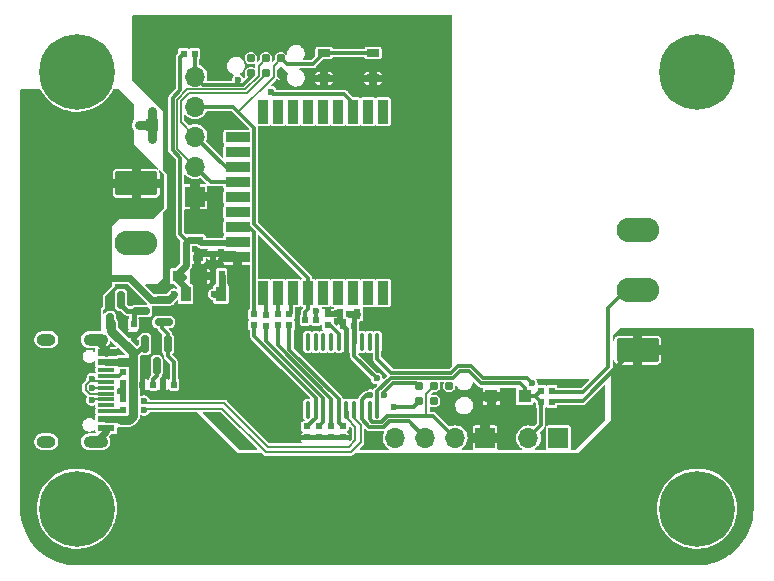
<source format=gtl>
G04 #@! TF.GenerationSoftware,KiCad,Pcbnew,6.0.4-6f826c9f35~116~ubuntu20.04.1*
G04 #@! TF.CreationDate,2022-03-24T16:15:20+01:00*
G04 #@! TF.ProjectId,philphoc-luma,7068696c-7068-46f6-932d-6c756d612e6b,rev?*
G04 #@! TF.SameCoordinates,Original*
G04 #@! TF.FileFunction,Copper,L1,Top*
G04 #@! TF.FilePolarity,Positive*
%FSLAX46Y46*%
G04 Gerber Fmt 4.6, Leading zero omitted, Abs format (unit mm)*
G04 Created by KiCad (PCBNEW 6.0.4-6f826c9f35~116~ubuntu20.04.1) date 2022-03-24 16:15:20*
%MOMM*%
%LPD*%
G01*
G04 APERTURE LIST*
G04 Aperture macros list*
%AMRoundRect*
0 Rectangle with rounded corners*
0 $1 Rounding radius*
0 $2 $3 $4 $5 $6 $7 $8 $9 X,Y pos of 4 corners*
0 Add a 4 corners polygon primitive as box body*
4,1,4,$2,$3,$4,$5,$6,$7,$8,$9,$2,$3,0*
0 Add four circle primitives for the rounded corners*
1,1,$1+$1,$2,$3*
1,1,$1+$1,$4,$5*
1,1,$1+$1,$6,$7*
1,1,$1+$1,$8,$9*
0 Add four rect primitives between the rounded corners*
20,1,$1+$1,$2,$3,$4,$5,0*
20,1,$1+$1,$4,$5,$6,$7,0*
20,1,$1+$1,$6,$7,$8,$9,0*
20,1,$1+$1,$8,$9,$2,$3,0*%
%AMFreePoly0*
4,1,9,3.862500,-0.866500,0.737500,-0.866500,0.737500,-0.450000,-0.737500,-0.450000,-0.737500,0.450000,0.737500,0.450000,0.737500,0.866500,3.862500,0.866500,3.862500,-0.866500,3.862500,-0.866500,$1*%
G04 Aperture macros list end*
G04 #@! TA.AperFunction,SMDPad,CuDef*
%ADD10RoundRect,0.150000X-0.150000X0.587500X-0.150000X-0.587500X0.150000X-0.587500X0.150000X0.587500X0*%
G04 #@! TD*
G04 #@! TA.AperFunction,SMDPad,CuDef*
%ADD11R,0.900000X2.000000*%
G04 #@! TD*
G04 #@! TA.AperFunction,SMDPad,CuDef*
%ADD12R,2.000000X0.900000*%
G04 #@! TD*
G04 #@! TA.AperFunction,SMDPad,CuDef*
%ADD13R,0.500000X0.600000*%
G04 #@! TD*
G04 #@! TA.AperFunction,SMDPad,CuDef*
%ADD14R,0.600000X0.500000*%
G04 #@! TD*
G04 #@! TA.AperFunction,SMDPad,CuDef*
%ADD15RoundRect,0.100000X-0.100000X0.637500X-0.100000X-0.637500X0.100000X-0.637500X0.100000X0.637500X0*%
G04 #@! TD*
G04 #@! TA.AperFunction,ComponentPad*
%ADD16R,1.700000X1.700000*%
G04 #@! TD*
G04 #@! TA.AperFunction,ComponentPad*
%ADD17O,1.700000X1.700000*%
G04 #@! TD*
G04 #@! TA.AperFunction,ConnectorPad*
%ADD18C,0.784860*%
G04 #@! TD*
G04 #@! TA.AperFunction,SMDPad,CuDef*
%ADD19R,0.900000X1.300000*%
G04 #@! TD*
G04 #@! TA.AperFunction,SMDPad,CuDef*
%ADD20FreePoly0,270.000000*%
G04 #@! TD*
G04 #@! TA.AperFunction,ComponentPad*
%ADD21C,0.800000*%
G04 #@! TD*
G04 #@! TA.AperFunction,ComponentPad*
%ADD22C,6.400000*%
G04 #@! TD*
G04 #@! TA.AperFunction,SMDPad,CuDef*
%ADD23R,1.100000X1.100000*%
G04 #@! TD*
G04 #@! TA.AperFunction,SMDPad,CuDef*
%ADD24R,0.900000X0.600000*%
G04 #@! TD*
G04 #@! TA.AperFunction,SMDPad,CuDef*
%ADD25R,1.050000X0.650000*%
G04 #@! TD*
G04 #@! TA.AperFunction,ComponentPad*
%ADD26RoundRect,0.249999X-1.550001X0.790001X-1.550001X-0.790001X1.550001X-0.790001X1.550001X0.790001X0*%
G04 #@! TD*
G04 #@! TA.AperFunction,ComponentPad*
%ADD27O,3.600000X2.080000*%
G04 #@! TD*
G04 #@! TA.AperFunction,SMDPad,CuDef*
%ADD28R,0.600000X0.900000*%
G04 #@! TD*
G04 #@! TA.AperFunction,SMDPad,CuDef*
%ADD29RoundRect,0.150000X0.587500X0.150000X-0.587500X0.150000X-0.587500X-0.150000X0.587500X-0.150000X0*%
G04 #@! TD*
G04 #@! TA.AperFunction,ComponentPad*
%ADD30RoundRect,0.249999X1.550001X-0.790001X1.550001X0.790001X-1.550001X0.790001X-1.550001X-0.790001X0*%
G04 #@! TD*
G04 #@! TA.AperFunction,SMDPad,CuDef*
%ADD31R,1.450000X0.600000*%
G04 #@! TD*
G04 #@! TA.AperFunction,SMDPad,CuDef*
%ADD32R,1.450000X0.300000*%
G04 #@! TD*
G04 #@! TA.AperFunction,ComponentPad*
%ADD33O,2.100000X1.000000*%
G04 #@! TD*
G04 #@! TA.AperFunction,ComponentPad*
%ADD34O,1.600000X1.000000*%
G04 #@! TD*
G04 #@! TA.AperFunction,ViaPad*
%ADD35C,0.600000*%
G04 #@! TD*
G04 #@! TA.AperFunction,Conductor*
%ADD36C,0.300000*%
G04 #@! TD*
G04 #@! TA.AperFunction,Conductor*
%ADD37C,0.600000*%
G04 #@! TD*
G04 #@! TA.AperFunction,Conductor*
%ADD38C,0.500000*%
G04 #@! TD*
G04 #@! TA.AperFunction,Conductor*
%ADD39C,0.400000*%
G04 #@! TD*
G04 #@! TA.AperFunction,Conductor*
%ADD40C,0.800000*%
G04 #@! TD*
G04 #@! TA.AperFunction,Conductor*
%ADD41C,0.200000*%
G04 #@! TD*
G04 APERTURE END LIST*
D10*
X58750000Y-75812500D03*
X56850000Y-75812500D03*
X57800000Y-77687500D03*
D11*
X80921000Y-59873000D03*
X79651000Y-59873000D03*
X78381000Y-59873000D03*
X77111000Y-59873000D03*
X75841000Y-59873000D03*
X74571000Y-59873000D03*
X73301000Y-59873000D03*
X72031000Y-59873000D03*
X70761000Y-59873000D03*
D12*
X68606500Y-62050500D03*
X68606500Y-63320500D03*
X68606500Y-64590500D03*
X68606500Y-65860500D03*
X68606500Y-67130500D03*
X68602000Y-68389000D03*
X68602000Y-69659000D03*
X68602000Y-70929000D03*
X68602000Y-72199000D03*
D11*
X70782500Y-75231000D03*
X72052500Y-75231000D03*
X73322500Y-75231000D03*
X74592500Y-75231000D03*
X75862500Y-75231000D03*
X77132500Y-75231000D03*
X78381000Y-75238000D03*
X79651000Y-75238000D03*
X80921000Y-75238000D03*
D13*
X94280000Y-84500000D03*
X95220000Y-84500000D03*
D14*
X76250000Y-77970000D03*
X76250000Y-77030000D03*
D15*
X80425000Y-79387500D03*
X79775000Y-79387500D03*
X79125000Y-79387500D03*
X78475000Y-79387500D03*
X77825000Y-79387500D03*
X77175000Y-79387500D03*
X76525000Y-79387500D03*
X75875000Y-79387500D03*
X75225000Y-79387500D03*
X74575000Y-79387500D03*
X74575000Y-85112500D03*
X75225000Y-85112500D03*
X75875000Y-85112500D03*
X76525000Y-85112500D03*
X77175000Y-85112500D03*
X77825000Y-85112500D03*
X78475000Y-85112500D03*
X79125000Y-85112500D03*
X79775000Y-85112500D03*
X80425000Y-85112500D03*
D16*
X65000000Y-67075000D03*
D17*
X65000000Y-64535000D03*
X65000000Y-61995000D03*
X65000000Y-59455000D03*
X65000000Y-56915000D03*
D18*
X83980000Y-84385000D03*
X83980000Y-83115000D03*
X85250000Y-84385000D03*
X85250000Y-83115000D03*
X86520000Y-84385000D03*
X86520000Y-83115000D03*
D19*
X67200000Y-75350000D03*
D20*
X65700000Y-75437500D03*
D19*
X64200000Y-75350000D03*
D14*
X70000000Y-77970000D03*
X70000000Y-77030000D03*
D13*
X95220000Y-83500000D03*
X94280000Y-83500000D03*
D21*
X109197056Y-54802944D03*
D22*
X107500000Y-56500000D03*
D21*
X107500000Y-54100000D03*
X105802944Y-54802944D03*
X105100000Y-56500000D03*
X105802944Y-58197056D03*
X109900000Y-56500000D03*
X107500000Y-58900000D03*
X109197056Y-58197056D03*
D23*
X58600000Y-61000000D03*
X61400000Y-61000000D03*
D24*
X65250000Y-70750000D03*
X65250000Y-72250000D03*
D23*
X92900000Y-84000000D03*
X90100000Y-84000000D03*
D25*
X75925000Y-57075000D03*
X80075000Y-57075000D03*
X80075000Y-54925000D03*
X75925000Y-54925000D03*
D14*
X59800000Y-78770000D03*
X59800000Y-77830000D03*
X75500000Y-86530000D03*
X75500000Y-87470000D03*
X74500000Y-86530000D03*
X74500000Y-87470000D03*
D13*
X64030000Y-55000000D03*
X64970000Y-55000000D03*
D21*
X55000000Y-58900000D03*
X57400000Y-56500000D03*
X56697056Y-54802944D03*
D22*
X55000000Y-56500000D03*
D21*
X52600000Y-56500000D03*
X55000000Y-54100000D03*
X56697056Y-58197056D03*
X53302944Y-54802944D03*
X53302944Y-58197056D03*
D10*
X62700000Y-79562500D03*
X60800000Y-79562500D03*
X61750000Y-81437500D03*
D18*
X69730000Y-56635000D03*
X69730000Y-55365000D03*
X71000000Y-56635000D03*
X71000000Y-55365000D03*
X72270000Y-56635000D03*
X72270000Y-55365000D03*
D26*
X60027500Y-65960000D03*
D27*
X60027500Y-71040000D03*
D16*
X89560000Y-87500000D03*
D17*
X87020000Y-87500000D03*
X84480000Y-87500000D03*
X81940000Y-87500000D03*
D13*
X60530000Y-83000000D03*
X61470000Y-83000000D03*
D21*
X107500000Y-91100000D03*
X107500000Y-95900000D03*
D22*
X107500000Y-93500000D03*
D21*
X105802944Y-95197056D03*
X109197056Y-95197056D03*
X109900000Y-93500000D03*
X105802944Y-91802944D03*
X105100000Y-93500000D03*
X109197056Y-91802944D03*
D28*
X67250000Y-73800000D03*
X65750000Y-73800000D03*
D16*
X95770000Y-87500000D03*
D17*
X93230000Y-87500000D03*
D29*
X62337500Y-77700000D03*
X62337500Y-75800000D03*
X60462500Y-76750000D03*
D14*
X76500000Y-86530000D03*
X76500000Y-87470000D03*
X71000000Y-78000000D03*
X71000000Y-77060000D03*
X58900000Y-85170000D03*
X58900000Y-84230000D03*
X58900000Y-81930000D03*
X58900000Y-82870000D03*
D13*
X78470000Y-78000000D03*
X77530000Y-78000000D03*
D28*
X63350000Y-73800000D03*
X64850000Y-73800000D03*
D21*
X53302944Y-91802944D03*
X57400000Y-93500000D03*
D22*
X55000000Y-93500000D03*
D21*
X52600000Y-93500000D03*
X56697056Y-91802944D03*
X55000000Y-95900000D03*
X55000000Y-91100000D03*
X53302944Y-95197056D03*
X56697056Y-95197056D03*
D13*
X62280000Y-83000000D03*
X63220000Y-83000000D03*
D14*
X73000000Y-77970000D03*
X73000000Y-77030000D03*
X72000000Y-77970000D03*
X72000000Y-77030000D03*
D28*
X78750000Y-77000000D03*
X77250000Y-77000000D03*
D13*
X75270000Y-77500000D03*
X74330000Y-77500000D03*
D30*
X102472500Y-80080000D03*
D27*
X102472500Y-75000000D03*
X102472500Y-69920000D03*
D14*
X66500000Y-71030000D03*
X66500000Y-71970000D03*
D31*
X57500000Y-80300000D03*
X57500000Y-81100000D03*
D32*
X57500000Y-82250000D03*
X57500000Y-83250000D03*
X57500000Y-83750000D03*
X57500000Y-84750000D03*
D31*
X57500000Y-81100000D03*
X57500000Y-80300000D03*
X57500000Y-86700000D03*
X57500000Y-85900000D03*
D32*
X57500000Y-85250000D03*
X57500000Y-84250000D03*
X57500000Y-82750000D03*
X57500000Y-81750000D03*
D31*
X57500000Y-85900000D03*
X57500000Y-86700000D03*
D33*
X56585000Y-79180000D03*
X56585000Y-87820000D03*
D34*
X52405000Y-87820000D03*
X52405000Y-79180000D03*
D14*
X77500000Y-86530000D03*
X77500000Y-87470000D03*
D35*
X79650000Y-80700000D03*
X86000000Y-61000000D03*
X86000000Y-69000000D03*
X66750000Y-70000000D03*
X61400000Y-59800000D03*
X66800000Y-85800000D03*
X65200000Y-77687500D03*
X86000000Y-53000000D03*
X73600000Y-87500000D03*
X60250000Y-52500000D03*
X88900000Y-84000000D03*
X86000000Y-73000000D03*
X60750000Y-82000000D03*
X66200000Y-78687500D03*
X86000000Y-65000000D03*
X65200000Y-78687500D03*
X79600000Y-56000000D03*
X87300000Y-83750000D03*
X86000000Y-75000000D03*
X86000000Y-71000000D03*
X61400000Y-62200000D03*
X79400000Y-78000000D03*
X79700000Y-87300000D03*
X74900000Y-80800000D03*
X93600000Y-85800000D03*
X67300000Y-60700000D03*
X65200000Y-76687500D03*
X68500000Y-80750000D03*
X72600000Y-57600000D03*
X71600000Y-87500000D03*
X60250000Y-57000000D03*
X91200000Y-84000000D03*
X58913500Y-83575000D03*
X71000000Y-69000000D03*
X94950000Y-85750000D03*
X68700000Y-76200000D03*
X75500000Y-73500000D03*
X69000000Y-88000000D03*
X66500000Y-72800000D03*
X62750000Y-68750000D03*
X96450000Y-85750000D03*
X62000000Y-76750000D03*
X86000000Y-59000000D03*
X66200000Y-77687500D03*
X86000000Y-77000000D03*
X77600000Y-80800000D03*
X71000000Y-62000000D03*
X60250000Y-61000000D03*
X86000000Y-55000000D03*
X68200000Y-84200000D03*
X64500000Y-80750000D03*
X66200000Y-76687500D03*
X76400000Y-56000000D03*
X86000000Y-79000000D03*
X97550000Y-82900000D03*
X61750000Y-80000000D03*
X77000000Y-77600000D03*
X57750000Y-76250000D03*
X86000000Y-67000000D03*
X79500000Y-83000000D03*
X65000000Y-83800000D03*
X68600000Y-73400000D03*
X86000000Y-63000000D03*
X86000000Y-81000000D03*
X62300000Y-83800000D03*
X73800000Y-78800000D03*
X60850000Y-77950000D03*
X69200000Y-78700000D03*
X62750000Y-64500000D03*
X86000000Y-57000000D03*
X63200000Y-72500000D03*
X65000000Y-71500000D03*
X71500000Y-73000000D03*
X99400000Y-84000000D03*
X74000000Y-84000000D03*
X77800000Y-83700000D03*
X62250000Y-74750000D03*
X75275000Y-76725000D03*
X80375000Y-82475000D03*
X78000000Y-77000000D03*
X81875000Y-84850000D03*
X64000000Y-73900000D03*
X63250000Y-75350000D03*
X66600000Y-75350000D03*
X68600000Y-57200000D03*
X71400000Y-58200000D03*
X56264652Y-84302930D03*
X60700000Y-85126503D03*
X56286175Y-83249919D03*
X56300000Y-82500000D03*
X60700000Y-84400000D03*
X93500000Y-82900000D03*
X79848500Y-83900000D03*
X81001500Y-83900000D03*
D36*
X93500000Y-82900000D02*
X93073480Y-82473480D01*
X87243734Y-81415199D02*
X86658933Y-82000000D01*
X93073480Y-82473480D02*
X89394547Y-82473480D01*
X89394547Y-82473480D02*
X88336266Y-81415199D01*
X88336266Y-81415199D02*
X87243734Y-81415199D01*
X86658933Y-82000000D02*
X81600000Y-82000000D01*
X81600000Y-82000000D02*
X80423489Y-80823489D01*
X80423489Y-80823489D02*
X80423489Y-79389011D01*
X80423489Y-79389011D02*
X80425000Y-79387500D01*
D37*
X64850000Y-73800000D02*
X65750000Y-73800000D01*
D38*
X65700000Y-75437500D02*
X65700000Y-74650000D01*
D37*
X57500000Y-80095000D02*
X56585000Y-79180000D01*
D38*
X65250000Y-72250000D02*
X65250000Y-73300000D01*
D39*
X77825000Y-78295000D02*
X77530000Y-78000000D01*
D37*
X57500000Y-86905000D02*
X56585000Y-87820000D01*
D38*
X65250000Y-73300000D02*
X65750000Y-73800000D01*
X65700000Y-74650000D02*
X64850000Y-73800000D01*
D37*
X57500000Y-86700000D02*
X57500000Y-86905000D01*
D38*
X65750000Y-75387500D02*
X65700000Y-75437500D01*
D40*
X61400000Y-61000000D02*
X60250000Y-61000000D01*
D39*
X77250000Y-77720000D02*
X77250000Y-77000000D01*
D38*
X65530000Y-71970000D02*
X65250000Y-72250000D01*
D39*
X77530000Y-78000000D02*
X77250000Y-77720000D01*
D36*
X58900000Y-84230000D02*
X58900000Y-82870000D01*
D40*
X61400000Y-61000000D02*
X61400000Y-62200000D01*
D39*
X59800000Y-78770000D02*
X60030000Y-78770000D01*
D38*
X68373000Y-71970000D02*
X68602000Y-72199000D01*
D39*
X77825000Y-79387500D02*
X77825000Y-78295000D01*
D40*
X61400000Y-61000000D02*
X61400000Y-59800000D01*
D37*
X57500000Y-80300000D02*
X57500000Y-80095000D01*
D39*
X60030000Y-78770000D02*
X60850000Y-77950000D01*
D38*
X66500000Y-71970000D02*
X65530000Y-71970000D01*
X65750000Y-73800000D02*
X65750000Y-75387500D01*
X66500000Y-71970000D02*
X68373000Y-71970000D01*
D36*
X77175000Y-79387500D02*
X77175000Y-78675000D01*
X76470000Y-77970000D02*
X76250000Y-77970000D01*
X77175000Y-78675000D02*
X76470000Y-77970000D01*
X75225000Y-85112500D02*
X75225000Y-85805000D01*
X75225000Y-84100000D02*
X70000000Y-78875000D01*
X70000000Y-78875000D02*
X70000000Y-77970000D01*
X75225000Y-85112500D02*
X75225000Y-84100000D01*
X75225000Y-85805000D02*
X74500000Y-86530000D01*
X77175000Y-86205000D02*
X77500000Y-86530000D01*
X73000000Y-80065430D02*
X73000000Y-77970000D01*
X77175000Y-85112500D02*
X77175000Y-84240430D01*
X77175000Y-85112500D02*
X77175000Y-86205000D01*
X77175000Y-84240430D02*
X73000000Y-80065430D01*
D37*
X64200000Y-74800000D02*
X63350000Y-73950000D01*
X63450000Y-73900000D02*
X63350000Y-73800000D01*
X63350000Y-73950000D02*
X63350000Y-73800000D01*
D38*
X66500000Y-71030000D02*
X68501000Y-71030000D01*
D36*
X81875000Y-84850000D02*
X83515000Y-84850000D01*
X63750000Y-63817480D02*
X63750000Y-70250000D01*
D37*
X63350000Y-73800000D02*
X64250000Y-72900000D01*
D36*
X63096960Y-58703040D02*
X63096960Y-63164440D01*
D39*
X78470000Y-77280000D02*
X78750000Y-77000000D01*
D36*
X63750000Y-55280000D02*
X63750000Y-58050000D01*
D37*
X64200000Y-75350000D02*
X64200000Y-74800000D01*
D39*
X78470000Y-78000000D02*
X78470000Y-77280000D01*
D38*
X65530000Y-71030000D02*
X65250000Y-70750000D01*
D37*
X64250000Y-72900000D02*
X64250000Y-71000000D01*
D38*
X66500000Y-71030000D02*
X65530000Y-71030000D01*
D36*
X78475000Y-80575000D02*
X78475000Y-79387500D01*
X80375000Y-82475000D02*
X78475000Y-80575000D01*
X63096960Y-63164440D02*
X63750000Y-63817480D01*
X63750000Y-58050000D02*
X63096960Y-58703040D01*
X64250000Y-70750000D02*
X65250000Y-70750000D01*
X75270000Y-77500000D02*
X75270000Y-76730000D01*
D37*
X78000000Y-77000000D02*
X78750000Y-77000000D01*
D39*
X78475000Y-78005000D02*
X78470000Y-78000000D01*
D37*
X64250000Y-71000000D02*
X64500000Y-70750000D01*
D39*
X78475000Y-79387500D02*
X78475000Y-78005000D01*
D36*
X63750000Y-70250000D02*
X64250000Y-70750000D01*
D37*
X64000000Y-73900000D02*
X63450000Y-73900000D01*
D36*
X75270000Y-76730000D02*
X75275000Y-76725000D01*
X83515000Y-84850000D02*
X83980000Y-84385000D01*
D38*
X68501000Y-71030000D02*
X68602000Y-70929000D01*
D37*
X64500000Y-70750000D02*
X65250000Y-70750000D01*
D36*
X64030000Y-55000000D02*
X63750000Y-55280000D01*
X71000000Y-79271810D02*
X71000000Y-78000000D01*
X75875000Y-86155000D02*
X75500000Y-86530000D01*
X75875000Y-85112500D02*
X75875000Y-86155000D01*
X75875000Y-84146810D02*
X71000000Y-79271810D01*
X75875000Y-85112500D02*
X75875000Y-84146810D01*
D37*
X62337500Y-75800000D02*
X61300000Y-75800000D01*
X61300000Y-75800000D02*
X59500000Y-74000000D01*
X62800000Y-75800000D02*
X63250000Y-75350000D01*
X62337500Y-75800000D02*
X62800000Y-75800000D01*
D36*
X102120000Y-80080000D02*
X102472500Y-80080000D01*
X95370000Y-84350000D02*
X97850000Y-84350000D01*
D37*
X56850000Y-74900000D02*
X56850000Y-75812500D01*
D36*
X95220000Y-84500000D02*
X95370000Y-84350000D01*
D37*
X57750000Y-74000000D02*
X56850000Y-74900000D01*
X59500000Y-74000000D02*
X57750000Y-74000000D01*
D36*
X97850000Y-84350000D02*
X102120000Y-80080000D01*
D37*
X67250000Y-73800000D02*
X67250000Y-75300000D01*
X67200000Y-75350000D02*
X66600000Y-75350000D01*
X67250000Y-75300000D02*
X67200000Y-75350000D01*
D36*
X71400000Y-58200000D02*
X71600000Y-58400000D01*
X65708480Y-57623480D02*
X68623480Y-57623480D01*
X64970000Y-56885000D02*
X65000000Y-56915000D01*
X68623480Y-57223480D02*
X68600000Y-57200000D01*
X64970000Y-55000000D02*
X64970000Y-56885000D01*
X77641022Y-58400000D02*
X78381000Y-59139978D01*
X65000000Y-56915000D02*
X65708480Y-57623480D01*
X71600000Y-58400000D02*
X77641022Y-58400000D01*
X68623480Y-57623480D02*
X68623480Y-57223480D01*
X68623480Y-57623480D02*
X69084356Y-57623480D01*
X69730000Y-56977836D02*
X69730000Y-56635000D01*
X78381000Y-59139978D02*
X78381000Y-59873000D01*
X69084356Y-57623480D02*
X69730000Y-56977836D01*
X75925000Y-54925000D02*
X74973719Y-55876281D01*
D41*
X71651059Y-55983941D02*
X71651059Y-56948941D01*
D36*
X70000000Y-69400000D02*
X74592500Y-73992500D01*
X74330000Y-76870000D02*
X74592500Y-76607500D01*
X68205000Y-59455000D02*
X70000000Y-61250000D01*
X80075000Y-54925000D02*
X75925000Y-54925000D01*
X74330000Y-77500000D02*
X74330000Y-76870000D01*
X72781281Y-55876281D02*
X72270000Y-55365000D01*
X74592500Y-76607500D02*
X74592500Y-75231000D01*
D41*
X72270000Y-55365000D02*
X71651059Y-55983941D01*
X71651059Y-56948941D02*
X68675000Y-59925000D01*
D36*
X74973719Y-55876281D02*
X72781281Y-55876281D01*
X74592500Y-73992500D02*
X74592500Y-75231000D01*
X70000000Y-61250000D02*
X70000000Y-69400000D01*
D41*
X68675000Y-59925000D02*
X68205000Y-59455000D01*
D36*
X65000000Y-59455000D02*
X68205000Y-59455000D01*
D41*
X64489771Y-58326520D02*
X63800000Y-59016291D01*
D36*
X68606500Y-64590500D02*
X67595500Y-64590500D01*
D41*
X69375566Y-58326520D02*
X64489771Y-58326520D01*
D36*
X67595500Y-64590500D02*
X65000000Y-61995000D01*
D41*
X63800000Y-60795000D02*
X65000000Y-61995000D01*
X71000000Y-56702086D02*
X69375566Y-58326520D01*
X71000000Y-56635000D02*
X71000000Y-56702086D01*
X63800000Y-59016291D02*
X63800000Y-60795000D01*
X64354521Y-58000000D02*
X63473480Y-58881042D01*
D36*
X68606500Y-65860500D02*
X66325500Y-65860500D01*
X66325500Y-65860500D02*
X65000000Y-64535000D01*
D41*
X70381059Y-55983941D02*
X70381059Y-56859257D01*
X71000000Y-55365000D02*
X70381059Y-55983941D01*
X69240316Y-58000000D02*
X64354521Y-58000000D01*
X70381059Y-56859257D02*
X69240316Y-58000000D01*
X63473480Y-58881042D02*
X63473480Y-63008480D01*
X63473480Y-63008480D02*
X65000000Y-64535000D01*
D36*
X57500000Y-85250000D02*
X58820000Y-85250000D01*
X58820000Y-85250000D02*
X58900000Y-85170000D01*
X100000000Y-81500000D02*
X100000000Y-76500000D01*
X95370000Y-83650000D02*
X97850000Y-83650000D01*
X97850000Y-83650000D02*
X100000000Y-81500000D01*
X100000000Y-76500000D02*
X101500000Y-75000000D01*
X95220000Y-83500000D02*
X95370000Y-83650000D01*
X101500000Y-75000000D02*
X102472500Y-75000000D01*
D41*
X78375001Y-85756801D02*
X79025000Y-86406800D01*
X60900000Y-85025000D02*
X60801503Y-85025000D01*
X57500000Y-84250000D02*
X56317582Y-84250000D01*
X78375001Y-85212499D02*
X78375001Y-85756801D01*
X71006800Y-88725000D02*
X67306800Y-85025000D01*
X78193200Y-88725000D02*
X71006800Y-88725000D01*
X60801503Y-85025000D02*
X60700000Y-85126503D01*
X56286256Y-83250000D02*
X56286175Y-83249919D01*
X78475000Y-85112500D02*
X78375001Y-85212499D01*
X79025000Y-86406800D02*
X79025000Y-87893200D01*
X57500000Y-83250000D02*
X56286256Y-83250000D01*
X67306800Y-85025000D02*
X60900000Y-85025000D01*
X79025000Y-87893200D02*
X78193200Y-88725000D01*
X56317582Y-84250000D02*
X56264652Y-84302930D01*
D36*
X58580000Y-82250000D02*
X58900000Y-81930000D01*
X57500000Y-82250000D02*
X58580000Y-82250000D01*
D41*
X56068086Y-83776430D02*
X55759664Y-83468008D01*
X55759664Y-83031830D02*
X56068086Y-82723408D01*
X77924999Y-85212499D02*
X77924999Y-85943199D01*
X67493200Y-84575000D02*
X60900000Y-84575000D01*
X56300000Y-82500000D02*
X56300000Y-82700000D01*
X78575000Y-87706800D02*
X78006800Y-88275000D01*
X57473570Y-83776430D02*
X56068086Y-83776430D01*
X56300000Y-82700000D02*
X56323408Y-82723408D01*
X78575000Y-86593200D02*
X78575000Y-87706800D01*
X60875000Y-84575000D02*
X60700000Y-84400000D01*
X71193200Y-88275000D02*
X67493200Y-84575000D01*
X77924999Y-85943199D02*
X78575000Y-86593200D01*
X57500000Y-83750000D02*
X57473570Y-83776430D01*
X77825000Y-85112500D02*
X77924999Y-85212499D01*
X78006800Y-88275000D02*
X71193200Y-88275000D01*
X57473408Y-82723408D02*
X57500000Y-82750000D01*
X60900000Y-84575000D02*
X60875000Y-84575000D01*
X55759664Y-83468008D02*
X55759664Y-83031830D01*
X56323408Y-82723408D02*
X57473408Y-82723408D01*
X56068086Y-82723408D02*
X56323408Y-82723408D01*
D36*
X71000000Y-75448500D02*
X70782500Y-75231000D01*
X71000000Y-77030000D02*
X71000000Y-75448500D01*
X72000000Y-75283500D02*
X72052500Y-75231000D01*
X72000000Y-77030000D02*
X72000000Y-75283500D01*
X73100000Y-75453500D02*
X73322500Y-75231000D01*
X73000000Y-77030000D02*
X73100000Y-76930000D01*
X73100000Y-76930000D02*
X73100000Y-75453500D01*
X70000000Y-77030000D02*
X70000000Y-70100000D01*
X70000000Y-70100000D02*
X69559000Y-69659000D01*
X69559000Y-69659000D02*
X68602000Y-69659000D01*
D37*
X57800000Y-77700000D02*
X57800000Y-77687500D01*
D40*
X59373022Y-86000000D02*
X58700000Y-86000000D01*
X57900000Y-78423489D02*
X59726511Y-80250000D01*
X57900000Y-77800000D02*
X57900000Y-78423489D01*
D39*
X60800000Y-79562500D02*
X60112500Y-80250000D01*
D40*
X59726511Y-80250000D02*
X59726511Y-80673489D01*
D37*
X57900000Y-77800000D02*
X57800000Y-77700000D01*
D40*
X59740000Y-80686978D02*
X59740000Y-85633022D01*
D37*
X57500000Y-81100000D02*
X58578022Y-81100000D01*
D40*
X59726511Y-80673489D02*
X59726511Y-81073489D01*
D37*
X58600000Y-85900000D02*
X58700000Y-86000000D01*
X57500000Y-85900000D02*
X58600000Y-85900000D01*
D40*
X59726511Y-81073489D02*
X59700000Y-81100000D01*
D39*
X60112500Y-80250000D02*
X59726511Y-80250000D01*
D40*
X59740000Y-85633022D02*
X59373022Y-86000000D01*
X59726511Y-80673489D02*
X59740000Y-80686978D01*
X59700000Y-81100000D02*
X58578022Y-81100000D01*
D39*
X59800000Y-77830000D02*
X59800000Y-76750000D01*
X58750000Y-76250000D02*
X59250000Y-76750000D01*
X59800000Y-76750000D02*
X60462500Y-76750000D01*
X58750000Y-75812500D02*
X58750000Y-76250000D01*
X59250000Y-76750000D02*
X60462500Y-76750000D01*
D36*
X62187500Y-77700000D02*
X62187500Y-78187500D01*
X62700000Y-78700000D02*
X62700000Y-79562500D01*
X63220000Y-83000000D02*
X63220000Y-81120000D01*
X62187500Y-78187500D02*
X62700000Y-78700000D01*
X62700000Y-80600000D02*
X62700000Y-79562500D01*
X63220000Y-81120000D02*
X62700000Y-80600000D01*
X61750000Y-82260818D02*
X61750000Y-81437500D01*
X61470000Y-83000000D02*
X61470000Y-82540818D01*
X61470000Y-82540818D02*
X61750000Y-82260818D01*
X72000000Y-79668620D02*
X72000000Y-77970000D01*
X76525000Y-85112500D02*
X76525000Y-84193620D01*
X76525000Y-84193620D02*
X72000000Y-79668620D01*
X76525000Y-85112500D02*
X76525000Y-86505000D01*
X76525000Y-86505000D02*
X76500000Y-86530000D01*
X86832194Y-82429929D02*
X81570071Y-82429929D01*
X81570071Y-82429929D02*
X80425000Y-83575000D01*
X89217877Y-82900000D02*
X88159596Y-81841719D01*
X88159596Y-81841719D02*
X87420404Y-81841719D01*
X87420404Y-81841719D02*
X86832194Y-82429929D01*
X93780000Y-84000000D02*
X94280000Y-84500000D01*
X92900000Y-83300000D02*
X92500000Y-82900000D01*
X92500000Y-82900000D02*
X89217877Y-82900000D01*
X92900000Y-84000000D02*
X92900000Y-83300000D01*
X94280000Y-86450000D02*
X93230000Y-87500000D01*
X93780000Y-84000000D02*
X94280000Y-83500000D01*
X80425000Y-83575000D02*
X80425000Y-85112500D01*
X92900000Y-84000000D02*
X93780000Y-84000000D01*
X94280000Y-84500000D02*
X94280000Y-86450000D01*
X79775000Y-85903739D02*
X79775000Y-85112500D01*
D41*
X84600000Y-83765000D02*
X85250000Y-83115000D01*
X84600000Y-85600000D02*
X84600000Y-83765000D01*
D36*
X81276670Y-85673480D02*
X80823630Y-86126520D01*
X87000000Y-87500000D02*
X85173480Y-85673480D01*
X85173480Y-85673480D02*
X81276670Y-85673480D01*
X79997781Y-86126520D02*
X79775000Y-85903739D01*
X87020000Y-87500000D02*
X87000000Y-87500000D01*
X80823630Y-86126520D02*
X79997781Y-86126520D01*
X79848500Y-83900000D02*
X79500000Y-83900000D01*
X79500000Y-83900000D02*
X79125000Y-84275000D01*
X83980000Y-83115000D02*
X83721449Y-82856449D01*
X81000300Y-86553040D02*
X79753040Y-86553040D01*
X81746741Y-82856449D02*
X81001500Y-83601690D01*
X79125000Y-85925000D02*
X79125000Y-85112500D01*
X81001500Y-83601690D02*
X81001500Y-83900000D01*
X79125000Y-84275000D02*
X79125000Y-85112500D01*
X84480000Y-87500000D02*
X83080000Y-86100000D01*
X83080000Y-86100000D02*
X81453340Y-86100000D01*
X79753040Y-86553040D02*
X79125000Y-85925000D01*
X81453340Y-86100000D02*
X81000300Y-86553040D01*
X83721449Y-82856449D02*
X81746741Y-82856449D01*
G04 #@! TA.AperFunction,Conductor*
G36*
X67200635Y-85343806D02*
G01*
X70250135Y-88393306D01*
X70268441Y-88437500D01*
X70250135Y-88481694D01*
X70205941Y-88500000D01*
X68775888Y-88500000D01*
X68731694Y-88481694D01*
X65682194Y-85432194D01*
X65663888Y-85388000D01*
X65682194Y-85343806D01*
X65726388Y-85325500D01*
X67156441Y-85325500D01*
X67200635Y-85343806D01*
G37*
G04 #@! TD.AperFunction*
G04 #@! TA.AperFunction,Conductor*
G36*
X99731694Y-83052376D02*
G01*
X99750000Y-83096570D01*
X99750000Y-85974112D01*
X99731694Y-86018306D01*
X97268306Y-88481694D01*
X97224112Y-88500000D01*
X96870748Y-88500000D01*
X96826554Y-88481694D01*
X96808248Y-88437500D01*
X96809449Y-88425307D01*
X96819901Y-88372761D01*
X96819901Y-88372758D01*
X96820500Y-88369748D01*
X96820500Y-86630252D01*
X96819820Y-86626832D01*
X96810068Y-86577805D01*
X96810067Y-86577803D01*
X96808867Y-86571769D01*
X96799817Y-86558224D01*
X96768373Y-86511167D01*
X96764552Y-86505448D01*
X96747680Y-86494174D01*
X96703347Y-86464551D01*
X96703345Y-86464550D01*
X96698231Y-86461133D01*
X96692197Y-86459933D01*
X96692195Y-86459932D01*
X96642761Y-86450099D01*
X96642758Y-86450099D01*
X96639748Y-86449500D01*
X94900252Y-86449500D01*
X94897242Y-86450099D01*
X94897239Y-86450099D01*
X94847805Y-86459932D01*
X94847803Y-86459933D01*
X94841769Y-86461133D01*
X94836655Y-86464550D01*
X94836653Y-86464551D01*
X94792320Y-86494174D01*
X94775448Y-86505448D01*
X94758471Y-86530856D01*
X94744013Y-86552493D01*
X94704239Y-86579068D01*
X94688482Y-86575934D01*
X94716370Y-86607565D01*
X94719012Y-86630252D01*
X94719500Y-86630252D01*
X94719500Y-88369748D01*
X94720099Y-88372758D01*
X94720099Y-88372761D01*
X94730551Y-88425307D01*
X94721219Y-88472223D01*
X94681445Y-88498799D01*
X94669252Y-88500000D01*
X93837940Y-88500000D01*
X93793746Y-88481694D01*
X93775440Y-88437500D01*
X93793746Y-88393306D01*
X93799461Y-88388249D01*
X93819349Y-88372711D01*
X93957951Y-88264424D01*
X93986910Y-88230875D01*
X94021702Y-88190567D01*
X94092564Y-88108472D01*
X94144497Y-88017054D01*
X94192811Y-87932006D01*
X94192812Y-87932004D01*
X94194323Y-87929344D01*
X94259351Y-87733863D01*
X94260643Y-87723641D01*
X94284951Y-87531216D01*
X94284951Y-87531215D01*
X94285171Y-87529474D01*
X94285583Y-87500000D01*
X94285414Y-87498280D01*
X94285414Y-87498271D01*
X94265778Y-87298010D01*
X94265480Y-87294970D01*
X94205935Y-87097749D01*
X94204501Y-87095053D01*
X94204499Y-87095047D01*
X94200569Y-87087656D01*
X94195986Y-87040041D01*
X94211560Y-87014122D01*
X94496680Y-86729002D01*
X94506972Y-86720690D01*
X94514812Y-86715628D01*
X94514815Y-86715626D01*
X94519152Y-86712825D01*
X94540315Y-86685980D01*
X94545203Y-86680479D01*
X94548428Y-86677254D01*
X94559535Y-86661711D01*
X94561304Y-86659355D01*
X94588194Y-86625246D01*
X94588195Y-86625245D01*
X94591392Y-86621189D01*
X94593104Y-86616314D01*
X94594685Y-86613438D01*
X94596108Y-86610534D01*
X94599111Y-86606331D01*
X94600591Y-86601381D01*
X94601113Y-86600316D01*
X94636994Y-86568681D01*
X94658967Y-86570063D01*
X94657322Y-86569736D01*
X94630747Y-86529962D01*
X94630895Y-86511167D01*
X94630055Y-86511094D01*
X94630383Y-86507305D01*
X94630500Y-86505956D01*
X94630500Y-86505372D01*
X94630867Y-86501039D01*
X94631063Y-86499486D01*
X94632543Y-86494537D01*
X94630548Y-86443749D01*
X94630500Y-86441296D01*
X94630500Y-85007394D01*
X94648806Y-84963200D01*
X94658276Y-84955428D01*
X94669434Y-84947972D01*
X94669435Y-84947971D01*
X94674552Y-84944552D01*
X94677970Y-84939437D01*
X94677973Y-84939434D01*
X94698034Y-84909411D01*
X94737807Y-84882836D01*
X94784724Y-84892169D01*
X94801966Y-84909411D01*
X94822028Y-84939435D01*
X94822030Y-84939437D01*
X94825448Y-84944552D01*
X94830562Y-84947969D01*
X94886653Y-84985449D01*
X94886655Y-84985450D01*
X94891769Y-84988867D01*
X94897803Y-84990067D01*
X94897805Y-84990068D01*
X94947239Y-84999901D01*
X94947242Y-84999901D01*
X94950252Y-85000500D01*
X95489748Y-85000500D01*
X95492758Y-84999901D01*
X95492761Y-84999901D01*
X95542195Y-84990068D01*
X95542197Y-84990067D01*
X95548231Y-84988867D01*
X95553345Y-84985450D01*
X95553347Y-84985449D01*
X95609438Y-84947969D01*
X95614552Y-84944552D01*
X95640263Y-84906073D01*
X95655449Y-84883347D01*
X95655450Y-84883345D01*
X95658867Y-84878231D01*
X95664045Y-84852202D01*
X95669901Y-84822761D01*
X95669901Y-84822758D01*
X95670500Y-84819748D01*
X95670500Y-84763000D01*
X95688806Y-84718806D01*
X95733000Y-84700500D01*
X97805936Y-84700500D01*
X97819088Y-84701900D01*
X97833261Y-84704951D01*
X97838390Y-84704344D01*
X97838393Y-84704344D01*
X97867209Y-84700933D01*
X97874555Y-84700500D01*
X97879115Y-84700500D01*
X97897981Y-84697360D01*
X97900863Y-84696950D01*
X97949138Y-84691236D01*
X97953799Y-84688998D01*
X97956972Y-84688076D01*
X97960010Y-84687036D01*
X97965103Y-84686188D01*
X98007899Y-84663096D01*
X98010515Y-84661764D01*
X98050781Y-84642429D01*
X98050785Y-84642426D01*
X98054326Y-84640726D01*
X98058274Y-84637408D01*
X98058690Y-84636992D01*
X98062001Y-84634198D01*
X98063247Y-84633232D01*
X98067794Y-84630778D01*
X98102299Y-84593451D01*
X98104000Y-84591682D01*
X99643306Y-83052376D01*
X99687500Y-83034070D01*
X99731694Y-83052376D01*
G37*
G04 #@! TD.AperFunction*
G04 #@! TA.AperFunction,Conductor*
G36*
X79432194Y-86727876D02*
G01*
X79474038Y-86769720D01*
X79482350Y-86780012D01*
X79487412Y-86787852D01*
X79487414Y-86787855D01*
X79490215Y-86792192D01*
X79499800Y-86799748D01*
X79517060Y-86813355D01*
X79522561Y-86818243D01*
X79525787Y-86821469D01*
X79527881Y-86822966D01*
X79527883Y-86822967D01*
X79541330Y-86832576D01*
X79543685Y-86834345D01*
X79573985Y-86858231D01*
X79581851Y-86864432D01*
X79586719Y-86866142D01*
X79589571Y-86867710D01*
X79592511Y-86869150D01*
X79596710Y-86872151D01*
X79601652Y-86873629D01*
X79601656Y-86873631D01*
X79643279Y-86886078D01*
X79646081Y-86886989D01*
X79688235Y-86901793D01*
X79688244Y-86901795D01*
X79691946Y-86903095D01*
X79697084Y-86903540D01*
X79697658Y-86903540D01*
X79701989Y-86903906D01*
X79703554Y-86904104D01*
X79708504Y-86905584D01*
X79759307Y-86903588D01*
X79761760Y-86903540D01*
X80956236Y-86903540D01*
X80969394Y-86904941D01*
X80975793Y-86906319D01*
X81015143Y-86933518D01*
X81023734Y-86980576D01*
X81017405Y-86997524D01*
X80987310Y-87052268D01*
X80971556Y-87080925D01*
X80969776Y-87084162D01*
X80907484Y-87280532D01*
X80907143Y-87283570D01*
X80907143Y-87283571D01*
X80901291Y-87335748D01*
X80884520Y-87485262D01*
X80901759Y-87690553D01*
X80915008Y-87736758D01*
X80956797Y-87882492D01*
X80958544Y-87888586D01*
X81052712Y-88071818D01*
X81054603Y-88074204D01*
X81054605Y-88074207D01*
X81107726Y-88141229D01*
X81180677Y-88233270D01*
X81337564Y-88366791D01*
X81366463Y-88382942D01*
X81396111Y-88420482D01*
X81390530Y-88467991D01*
X81352990Y-88497639D01*
X81335972Y-88500000D01*
X78994059Y-88500000D01*
X78949865Y-88481694D01*
X78931559Y-88437500D01*
X78949865Y-88393306D01*
X79198555Y-88144616D01*
X79203180Y-88140624D01*
X79207269Y-88138625D01*
X79241380Y-88101853D01*
X79243007Y-88100164D01*
X79257248Y-88085923D01*
X79258875Y-88083552D01*
X79260719Y-88081333D01*
X79260789Y-88081392D01*
X79263468Y-88078042D01*
X79267026Y-88074207D01*
X79283401Y-88056554D01*
X79289171Y-88042092D01*
X79295679Y-88029902D01*
X79304493Y-88017054D01*
X79311262Y-87988530D01*
X79314022Y-87979802D01*
X79323249Y-87956673D01*
X79324883Y-87952578D01*
X79325500Y-87946285D01*
X79325500Y-87935843D01*
X79327189Y-87921412D01*
X79329008Y-87913747D01*
X79330340Y-87908134D01*
X79326071Y-87876765D01*
X79325500Y-87868338D01*
X79325500Y-86772070D01*
X79343806Y-86727876D01*
X79388000Y-86709570D01*
X79432194Y-86727876D01*
G37*
G04 #@! TD.AperFunction*
G04 #@! TA.AperFunction,Conductor*
G36*
X86046471Y-82798735D02*
G01*
X86064777Y-82842929D01*
X86060020Y-82866846D01*
X86020220Y-82962934D01*
X86013453Y-82979271D01*
X86012919Y-82983327D01*
X86012918Y-82983331D01*
X85998798Y-83090589D01*
X85995584Y-83115000D01*
X85996119Y-83119064D01*
X86012614Y-83244353D01*
X86013453Y-83250729D01*
X86015019Y-83254509D01*
X86015019Y-83254510D01*
X86061613Y-83366998D01*
X86065842Y-83377208D01*
X86149182Y-83485818D01*
X86257792Y-83569158D01*
X86261575Y-83570725D01*
X86365520Y-83613780D01*
X86384271Y-83621547D01*
X86388327Y-83622081D01*
X86388331Y-83622082D01*
X86515936Y-83638881D01*
X86520000Y-83639416D01*
X86524064Y-83638881D01*
X86651669Y-83622082D01*
X86651673Y-83622081D01*
X86655729Y-83621547D01*
X86674481Y-83613780D01*
X86778425Y-83570725D01*
X86782208Y-83569158D01*
X86890818Y-83485818D01*
X86974158Y-83377208D01*
X86978387Y-83366998D01*
X87024981Y-83254510D01*
X87024981Y-83254509D01*
X87026547Y-83250729D01*
X87027387Y-83244353D01*
X87037807Y-83165203D01*
X87039794Y-83150105D01*
X87063711Y-83108680D01*
X87109917Y-83096299D01*
X87152097Y-83121219D01*
X87242713Y-83244353D01*
X87245479Y-83246703D01*
X87245481Y-83246705D01*
X87262464Y-83261133D01*
X87374799Y-83356568D01*
X87529157Y-83435387D01*
X87697507Y-83476582D01*
X87704976Y-83477045D01*
X87707467Y-83477200D01*
X87707471Y-83477200D01*
X87708436Y-83477260D01*
X87833400Y-83477260D01*
X87962151Y-83462249D01*
X87992756Y-83451140D01*
X88121652Y-83404353D01*
X88121655Y-83404352D01*
X88125067Y-83403113D01*
X88134750Y-83396765D01*
X88185809Y-83363289D01*
X88270010Y-83308085D01*
X88389203Y-83182261D01*
X88391026Y-83179123D01*
X88391028Y-83179120D01*
X88474435Y-83035524D01*
X88474436Y-83035523D01*
X88476254Y-83032392D01*
X88526493Y-82866516D01*
X88527388Y-82852091D01*
X88548395Y-82809115D01*
X88593638Y-82793581D01*
X88633962Y-82811767D01*
X88938875Y-83116680D01*
X88947187Y-83126972D01*
X88952249Y-83134812D01*
X88952251Y-83134815D01*
X88955052Y-83139152D01*
X88959109Y-83142350D01*
X88981897Y-83160315D01*
X88987398Y-83165203D01*
X88990623Y-83168428D01*
X88992717Y-83169925D01*
X88992719Y-83169926D01*
X89006166Y-83179535D01*
X89008522Y-83181304D01*
X89035886Y-83202876D01*
X89046688Y-83211392D01*
X89051565Y-83213105D01*
X89054440Y-83214685D01*
X89057342Y-83216107D01*
X89061546Y-83219111D01*
X89108131Y-83233042D01*
X89110916Y-83233948D01*
X89153071Y-83248752D01*
X89153075Y-83248753D01*
X89156783Y-83250055D01*
X89161921Y-83250500D01*
X89162505Y-83250500D01*
X89166838Y-83250867D01*
X89168391Y-83251063D01*
X89173340Y-83252543D01*
X89224128Y-83250548D01*
X89226581Y-83250500D01*
X89325834Y-83250500D01*
X89370028Y-83268806D01*
X89388334Y-83313000D01*
X89377801Y-83347723D01*
X89365025Y-83366845D01*
X89360403Y-83378003D01*
X89350599Y-83427289D01*
X89350000Y-83433373D01*
X89350000Y-83587569D01*
X89353641Y-83596359D01*
X89362431Y-83600000D01*
X90837569Y-83600000D01*
X90846359Y-83596359D01*
X90850000Y-83587569D01*
X90850000Y-83433373D01*
X90849401Y-83427289D01*
X90839597Y-83378003D01*
X90834975Y-83366845D01*
X90822199Y-83347723D01*
X90812867Y-83300806D01*
X90839443Y-83261033D01*
X90874166Y-83250500D01*
X92125233Y-83250500D01*
X92169427Y-83268806D01*
X92187733Y-83313000D01*
X92177199Y-83347724D01*
X92164553Y-83366649D01*
X92164551Y-83366653D01*
X92161133Y-83371769D01*
X92159933Y-83377803D01*
X92159932Y-83377805D01*
X92154450Y-83405367D01*
X92149500Y-83430252D01*
X92149500Y-84569748D01*
X92150099Y-84572758D01*
X92150099Y-84572761D01*
X92154215Y-84593451D01*
X92161133Y-84628231D01*
X92164550Y-84633345D01*
X92164551Y-84633347D01*
X92183539Y-84661764D01*
X92205448Y-84694552D01*
X92219383Y-84703863D01*
X92266653Y-84735449D01*
X92266655Y-84735450D01*
X92271769Y-84738867D01*
X92277803Y-84740067D01*
X92277805Y-84740068D01*
X92327239Y-84749901D01*
X92327242Y-84749901D01*
X92330252Y-84750500D01*
X93469748Y-84750500D01*
X93472758Y-84749901D01*
X93472761Y-84749901D01*
X93522195Y-84740068D01*
X93522197Y-84740067D01*
X93528231Y-84738867D01*
X93533345Y-84735450D01*
X93533347Y-84735449D01*
X93580617Y-84703863D01*
X93594552Y-84694552D01*
X93616461Y-84661764D01*
X93635449Y-84633347D01*
X93635450Y-84633345D01*
X93638867Y-84628231D01*
X93645786Y-84593451D01*
X93649901Y-84572761D01*
X93649901Y-84572758D01*
X93650500Y-84569748D01*
X93650500Y-84517069D01*
X93668806Y-84472875D01*
X93713000Y-84454569D01*
X93757194Y-84472875D01*
X93811194Y-84526875D01*
X93829500Y-84571069D01*
X93829500Y-84819748D01*
X93830099Y-84822758D01*
X93830099Y-84822761D01*
X93835956Y-84852202D01*
X93841133Y-84878231D01*
X93844550Y-84883345D01*
X93844551Y-84883347D01*
X93861613Y-84908881D01*
X93885448Y-84944552D01*
X93890565Y-84947971D01*
X93890566Y-84947972D01*
X93901724Y-84955428D01*
X93928299Y-84995202D01*
X93929500Y-85007394D01*
X93929500Y-86278930D01*
X93911194Y-86323124D01*
X93716370Y-86517948D01*
X93672176Y-86536254D01*
X93644664Y-86529293D01*
X93644562Y-86529535D01*
X93642961Y-86528862D01*
X93642451Y-86528733D01*
X93641741Y-86528349D01*
X93641738Y-86528348D01*
X93639055Y-86526897D01*
X93534517Y-86494537D01*
X93445169Y-86466879D01*
X93445166Y-86466878D01*
X93442254Y-86465977D01*
X93439221Y-86465658D01*
X93439220Y-86465658D01*
X93384739Y-86459932D01*
X93237369Y-86444443D01*
X93234336Y-86444719D01*
X93234332Y-86444719D01*
X93121436Y-86454993D01*
X93032203Y-86463114D01*
X93029270Y-86463977D01*
X93029266Y-86463978D01*
X92903345Y-86501039D01*
X92834572Y-86521280D01*
X92652002Y-86616726D01*
X92491447Y-86745815D01*
X92359024Y-86903630D01*
X92308793Y-86995000D01*
X92261556Y-87080925D01*
X92259776Y-87084162D01*
X92197484Y-87280532D01*
X92197143Y-87283570D01*
X92197143Y-87283571D01*
X92191291Y-87335748D01*
X92174520Y-87485262D01*
X92191759Y-87690553D01*
X92205008Y-87736758D01*
X92246797Y-87882492D01*
X92248544Y-87888586D01*
X92342712Y-88071818D01*
X92344603Y-88074204D01*
X92344605Y-88074207D01*
X92397726Y-88141229D01*
X92470677Y-88233270D01*
X92627564Y-88366791D01*
X92656463Y-88382942D01*
X92686111Y-88420482D01*
X92680530Y-88467991D01*
X92642990Y-88497639D01*
X92625972Y-88500000D01*
X90660238Y-88500000D01*
X90616044Y-88481694D01*
X90597738Y-88437500D01*
X90598939Y-88425307D01*
X90609401Y-88372711D01*
X90610000Y-88366627D01*
X90610000Y-87912431D01*
X90606359Y-87903641D01*
X90597569Y-87900000D01*
X88522431Y-87900000D01*
X88513641Y-87903641D01*
X88510000Y-87912431D01*
X88510000Y-88366627D01*
X88510599Y-88372711D01*
X88521061Y-88425307D01*
X88511729Y-88472223D01*
X88471955Y-88498799D01*
X88459762Y-88500000D01*
X87627940Y-88500000D01*
X87583746Y-88481694D01*
X87565440Y-88437500D01*
X87583746Y-88393306D01*
X87589461Y-88388249D01*
X87609349Y-88372711D01*
X87747951Y-88264424D01*
X87776910Y-88230875D01*
X87811702Y-88190567D01*
X87882564Y-88108472D01*
X87934497Y-88017054D01*
X87982811Y-87932006D01*
X87982812Y-87932004D01*
X87984323Y-87929344D01*
X88049351Y-87733863D01*
X88050643Y-87723641D01*
X88074951Y-87531216D01*
X88074951Y-87531215D01*
X88075171Y-87529474D01*
X88075583Y-87500000D01*
X88075414Y-87498280D01*
X88075414Y-87498271D01*
X88055778Y-87298010D01*
X88055480Y-87294970D01*
X87995935Y-87097749D01*
X87990522Y-87087569D01*
X88510000Y-87087569D01*
X88513641Y-87096359D01*
X88522431Y-87100000D01*
X89147569Y-87100000D01*
X89156359Y-87096359D01*
X89160000Y-87087569D01*
X89960000Y-87087569D01*
X89963641Y-87096359D01*
X89972431Y-87100000D01*
X90597569Y-87100000D01*
X90606359Y-87096359D01*
X90610000Y-87087569D01*
X90610000Y-86633373D01*
X90609401Y-86627289D01*
X90599597Y-86578003D01*
X90594976Y-86566845D01*
X90557611Y-86510925D01*
X90549075Y-86502389D01*
X90493155Y-86465024D01*
X90481997Y-86460403D01*
X90432711Y-86450599D01*
X90426627Y-86450000D01*
X89972431Y-86450000D01*
X89963641Y-86453641D01*
X89960000Y-86462431D01*
X89960000Y-87087569D01*
X89160000Y-87087569D01*
X89160000Y-86462431D01*
X89156359Y-86453641D01*
X89147569Y-86450000D01*
X88693373Y-86450000D01*
X88687289Y-86450599D01*
X88638003Y-86460403D01*
X88626845Y-86465024D01*
X88570925Y-86502389D01*
X88562389Y-86510925D01*
X88525024Y-86566845D01*
X88520403Y-86578003D01*
X88510599Y-86627289D01*
X88510000Y-86633373D01*
X88510000Y-87087569D01*
X87990522Y-87087569D01*
X87908613Y-86933518D01*
X87900653Y-86918547D01*
X87900651Y-86918544D01*
X87899218Y-86915849D01*
X87769011Y-86756200D01*
X87610275Y-86624882D01*
X87429055Y-86526897D01*
X87362113Y-86506175D01*
X87235169Y-86466879D01*
X87235166Y-86466878D01*
X87232254Y-86465977D01*
X87229221Y-86465658D01*
X87229220Y-86465658D01*
X87174739Y-86459932D01*
X87027369Y-86444443D01*
X87024336Y-86444719D01*
X87024332Y-86444719D01*
X86911436Y-86454993D01*
X86822203Y-86463114D01*
X86819270Y-86463977D01*
X86819266Y-86463978D01*
X86627506Y-86520416D01*
X86627502Y-86520418D01*
X86624572Y-86521280D01*
X86594591Y-86536954D01*
X86546946Y-86541206D01*
X86521442Y-86525760D01*
X85452482Y-85456800D01*
X85444170Y-85446508D01*
X85439108Y-85438668D01*
X85439106Y-85438665D01*
X85436305Y-85434328D01*
X85409460Y-85413165D01*
X85403959Y-85408277D01*
X85400734Y-85405052D01*
X85385191Y-85393945D01*
X85382835Y-85392176D01*
X85348726Y-85365286D01*
X85348725Y-85365285D01*
X85344669Y-85362088D01*
X85339794Y-85360376D01*
X85336925Y-85358799D01*
X85334015Y-85357373D01*
X85329811Y-85354369D01*
X85324864Y-85352890D01*
X85324861Y-85352888D01*
X85283238Y-85340441D01*
X85280436Y-85339530D01*
X85238285Y-85324727D01*
X85238276Y-85324725D01*
X85234574Y-85323425D01*
X85229436Y-85322980D01*
X85228862Y-85322980D01*
X85224531Y-85322614D01*
X85222966Y-85322416D01*
X85218016Y-85320936D01*
X85167214Y-85322932D01*
X85164760Y-85322980D01*
X84963000Y-85322980D01*
X84918806Y-85304674D01*
X84900500Y-85260480D01*
X84900500Y-84976627D01*
X86487937Y-84976627D01*
X86492620Y-84978937D01*
X86515937Y-84982007D01*
X86524063Y-84982007D01*
X86545285Y-84979213D01*
X86552623Y-84974976D01*
X86550314Y-84970294D01*
X86528790Y-84948770D01*
X86520000Y-84945129D01*
X86511210Y-84948770D01*
X86491179Y-84968801D01*
X86487937Y-84976627D01*
X84900500Y-84976627D01*
X84900500Y-84896396D01*
X84918806Y-84852202D01*
X84963000Y-84833896D01*
X84987275Y-84840405D01*
X84987792Y-84839158D01*
X85098579Y-84885047D01*
X85114271Y-84891547D01*
X85118327Y-84892081D01*
X85118331Y-84892082D01*
X85245936Y-84908881D01*
X85250000Y-84909416D01*
X85254064Y-84908881D01*
X85381669Y-84892082D01*
X85381673Y-84892081D01*
X85385729Y-84891547D01*
X85401422Y-84885047D01*
X85508425Y-84840725D01*
X85512208Y-84839158D01*
X85554810Y-84806468D01*
X87042775Y-84806468D01*
X87072126Y-84977282D01*
X87139986Y-85136762D01*
X87242713Y-85276353D01*
X87245479Y-85278703D01*
X87245481Y-85278705D01*
X87293072Y-85319136D01*
X87374799Y-85388568D01*
X87529157Y-85467387D01*
X87697507Y-85508582D01*
X87704976Y-85509045D01*
X87707467Y-85509200D01*
X87707471Y-85509200D01*
X87708436Y-85509260D01*
X87833400Y-85509260D01*
X87962151Y-85494249D01*
X88033777Y-85468250D01*
X88121652Y-85436353D01*
X88121655Y-85436352D01*
X88125067Y-85435113D01*
X88132822Y-85430029D01*
X88194967Y-85389285D01*
X88270010Y-85340085D01*
X88389203Y-85214261D01*
X88391026Y-85211123D01*
X88391028Y-85211120D01*
X88474435Y-85067524D01*
X88474436Y-85067523D01*
X88476254Y-85064392D01*
X88501206Y-84982007D01*
X88525440Y-84901993D01*
X88525440Y-84901992D01*
X88526493Y-84898516D01*
X88537225Y-84725532D01*
X88509920Y-84566627D01*
X89350000Y-84566627D01*
X89350599Y-84572711D01*
X89360403Y-84621997D01*
X89365024Y-84633155D01*
X89402389Y-84689075D01*
X89410925Y-84697611D01*
X89466845Y-84734976D01*
X89478003Y-84739597D01*
X89527289Y-84749401D01*
X89533373Y-84750000D01*
X89687569Y-84750000D01*
X89696359Y-84746359D01*
X89700000Y-84737569D01*
X90500000Y-84737569D01*
X90503641Y-84746359D01*
X90512431Y-84750000D01*
X90666627Y-84750000D01*
X90672711Y-84749401D01*
X90721997Y-84739597D01*
X90733155Y-84734976D01*
X90789075Y-84697611D01*
X90797611Y-84689075D01*
X90834976Y-84633155D01*
X90839597Y-84621997D01*
X90849401Y-84572711D01*
X90850000Y-84566627D01*
X90850000Y-84412431D01*
X90846359Y-84403641D01*
X90837569Y-84400000D01*
X90512431Y-84400000D01*
X90503641Y-84403641D01*
X90500000Y-84412431D01*
X90500000Y-84737569D01*
X89700000Y-84737569D01*
X89700000Y-84412431D01*
X89696359Y-84403641D01*
X89687569Y-84400000D01*
X89362431Y-84400000D01*
X89353641Y-84403641D01*
X89350000Y-84412431D01*
X89350000Y-84566627D01*
X88509920Y-84566627D01*
X88507874Y-84554718D01*
X88440014Y-84395238D01*
X88337287Y-84255647D01*
X88330051Y-84249499D01*
X88277261Y-84204651D01*
X88205201Y-84143432D01*
X88050843Y-84064613D01*
X87882493Y-84023418D01*
X87874981Y-84022952D01*
X87872533Y-84022800D01*
X87872529Y-84022800D01*
X87871564Y-84022740D01*
X87746600Y-84022740D01*
X87617849Y-84037751D01*
X87614430Y-84038992D01*
X87458348Y-84095647D01*
X87458345Y-84095648D01*
X87454933Y-84096887D01*
X87451897Y-84098878D01*
X87451896Y-84098878D01*
X87431882Y-84112000D01*
X87309990Y-84191915D01*
X87190797Y-84317739D01*
X87188974Y-84320878D01*
X87188970Y-84320883D01*
X87186907Y-84324435D01*
X87148880Y-84353455D01*
X87116687Y-84353413D01*
X87110977Y-84351883D01*
X87105294Y-84354686D01*
X87083770Y-84376210D01*
X87080129Y-84385000D01*
X87083771Y-84393792D01*
X87090291Y-84400312D01*
X87108597Y-84444506D01*
X87103815Y-84467489D01*
X87103746Y-84467608D01*
X87053507Y-84633484D01*
X87042775Y-84806468D01*
X85554810Y-84806468D01*
X85620818Y-84755818D01*
X85704158Y-84647208D01*
X85709979Y-84633155D01*
X85754981Y-84524510D01*
X85754981Y-84524509D01*
X85756547Y-84520729D01*
X85759743Y-84496458D01*
X85773881Y-84389064D01*
X85773881Y-84389063D01*
X85922993Y-84389063D01*
X85925787Y-84410285D01*
X85930024Y-84417623D01*
X85934706Y-84415314D01*
X85956230Y-84393790D01*
X85959871Y-84385000D01*
X85956230Y-84376210D01*
X85936199Y-84356179D01*
X85928373Y-84352937D01*
X85926063Y-84357620D01*
X85922993Y-84380937D01*
X85922993Y-84389063D01*
X85773881Y-84389063D01*
X85774416Y-84385000D01*
X85769796Y-84349907D01*
X85757082Y-84253331D01*
X85757081Y-84253327D01*
X85756547Y-84249271D01*
X85748905Y-84230820D01*
X85705725Y-84126575D01*
X85704158Y-84122792D01*
X85620818Y-84014182D01*
X85512208Y-83930842D01*
X85460469Y-83909411D01*
X85389510Y-83880019D01*
X85389509Y-83880019D01*
X85385729Y-83878453D01*
X85381673Y-83877919D01*
X85381669Y-83877918D01*
X85254064Y-83861119D01*
X85250000Y-83860584D01*
X85245936Y-83861119D01*
X85118331Y-83877918D01*
X85118327Y-83877919D01*
X85114271Y-83878453D01*
X85110491Y-83880019D01*
X85110490Y-83880019D01*
X85087671Y-83889471D01*
X85058442Y-83901578D01*
X85010606Y-83901577D01*
X84976781Y-83867753D01*
X84976782Y-83819917D01*
X84990330Y-83799641D01*
X84994947Y-83795024D01*
X86487377Y-83795024D01*
X86489686Y-83799706D01*
X86511210Y-83821230D01*
X86520000Y-83824871D01*
X86528790Y-83821230D01*
X86548821Y-83801199D01*
X86552063Y-83793373D01*
X86547380Y-83791063D01*
X86524063Y-83787993D01*
X86515937Y-83787993D01*
X86494715Y-83790787D01*
X86487377Y-83795024D01*
X84994947Y-83795024D01*
X85140330Y-83649641D01*
X85184524Y-83631335D01*
X85192682Y-83631870D01*
X85250000Y-83639416D01*
X85254064Y-83638881D01*
X85381669Y-83622082D01*
X85381673Y-83622081D01*
X85385729Y-83621547D01*
X85404481Y-83613780D01*
X85508425Y-83570725D01*
X85512208Y-83569158D01*
X85620818Y-83485818D01*
X85704158Y-83377208D01*
X85708387Y-83366998D01*
X85754981Y-83254510D01*
X85754981Y-83254509D01*
X85756547Y-83250729D01*
X85757387Y-83244353D01*
X85773881Y-83119064D01*
X85774416Y-83115000D01*
X85771202Y-83090589D01*
X85757082Y-82983331D01*
X85757081Y-82983327D01*
X85756547Y-82979271D01*
X85749780Y-82962934D01*
X85709980Y-82866846D01*
X85709981Y-82819011D01*
X85743806Y-82785186D01*
X85767723Y-82780429D01*
X86002277Y-82780429D01*
X86046471Y-82798735D01*
G37*
G04 #@! TD.AperFunction*
G04 #@! TA.AperFunction,Conductor*
G36*
X65131703Y-71268806D02*
G01*
X65189897Y-71327000D01*
X65194785Y-71332500D01*
X65218128Y-71362110D01*
X65267205Y-71396029D01*
X65268803Y-71397171D01*
X65313058Y-71429859D01*
X65313060Y-71429860D01*
X65316817Y-71432635D01*
X65321227Y-71434184D01*
X65323026Y-71435136D01*
X65323288Y-71435296D01*
X65323613Y-71435461D01*
X65323902Y-71435582D01*
X65325729Y-71436477D01*
X65329569Y-71439131D01*
X65334021Y-71440539D01*
X65386417Y-71457110D01*
X65388280Y-71457731D01*
X65440225Y-71475973D01*
X65440227Y-71475973D01*
X65444631Y-71477520D01*
X65449298Y-71477704D01*
X65451313Y-71478088D01*
X65451910Y-71478239D01*
X65455333Y-71478906D01*
X65458730Y-71479980D01*
X65462280Y-71480259D01*
X65462283Y-71480260D01*
X65464098Y-71480403D01*
X65464111Y-71480404D01*
X65465337Y-71480500D01*
X65519251Y-71480500D01*
X65521705Y-71480548D01*
X65575325Y-71482655D01*
X65575328Y-71482655D01*
X65579994Y-71482838D01*
X65584508Y-71481641D01*
X65589155Y-71481128D01*
X65589197Y-71481511D01*
X65596959Y-71480500D01*
X66002561Y-71480500D01*
X66046755Y-71498806D01*
X66065061Y-71543000D01*
X66054528Y-71577723D01*
X66015025Y-71636845D01*
X66010403Y-71648003D01*
X66000599Y-71697289D01*
X66000000Y-71703373D01*
X66000000Y-71832956D01*
X65981694Y-71877150D01*
X65937500Y-71895456D01*
X65893306Y-71877150D01*
X65885533Y-71867679D01*
X65847611Y-71810925D01*
X65839075Y-71802389D01*
X65783155Y-71765024D01*
X65771997Y-71760403D01*
X65722711Y-71750599D01*
X65716627Y-71750000D01*
X65562431Y-71750000D01*
X65553641Y-71753641D01*
X65550000Y-71762431D01*
X65550000Y-72737569D01*
X65553641Y-72746359D01*
X65562431Y-72750000D01*
X65716627Y-72750000D01*
X65722711Y-72749401D01*
X65771997Y-72739597D01*
X65783155Y-72734976D01*
X65839075Y-72697611D01*
X65847611Y-72689075D01*
X65863279Y-72665627D01*
X67402000Y-72665627D01*
X67402599Y-72671711D01*
X67412403Y-72720997D01*
X67417024Y-72732155D01*
X67454389Y-72788075D01*
X67462925Y-72796611D01*
X67518845Y-72833976D01*
X67530003Y-72838597D01*
X67579289Y-72848401D01*
X67585373Y-72849000D01*
X68189569Y-72849000D01*
X68198359Y-72845359D01*
X68202000Y-72836569D01*
X68202000Y-72611431D01*
X68198359Y-72602641D01*
X68189569Y-72599000D01*
X67414431Y-72599000D01*
X67405641Y-72602641D01*
X67402000Y-72611431D01*
X67402000Y-72665627D01*
X65863279Y-72665627D01*
X65884976Y-72633155D01*
X65889597Y-72621997D01*
X65899401Y-72572711D01*
X65900000Y-72566627D01*
X65900000Y-72337044D01*
X65918306Y-72292850D01*
X65962500Y-72274544D01*
X66006694Y-72292850D01*
X66014467Y-72302321D01*
X66052389Y-72359075D01*
X66060925Y-72367611D01*
X66116845Y-72404976D01*
X66128003Y-72409597D01*
X66177289Y-72419401D01*
X66183373Y-72420000D01*
X66237569Y-72420000D01*
X66246359Y-72416359D01*
X66250000Y-72407569D01*
X66750000Y-72407569D01*
X66753641Y-72416359D01*
X66762431Y-72420000D01*
X66816627Y-72420000D01*
X66822711Y-72419401D01*
X66871997Y-72409597D01*
X66883155Y-72404976D01*
X66939075Y-72367611D01*
X66947611Y-72359075D01*
X66984976Y-72303155D01*
X66989597Y-72291997D01*
X66999401Y-72242711D01*
X67000000Y-72236627D01*
X67000000Y-72232431D01*
X66996359Y-72223641D01*
X66987569Y-72220000D01*
X66762431Y-72220000D01*
X66753641Y-72223641D01*
X66750000Y-72232431D01*
X66750000Y-72407569D01*
X66250000Y-72407569D01*
X66250000Y-71782500D01*
X66268306Y-71738306D01*
X66312500Y-71720000D01*
X66987569Y-71720000D01*
X66996359Y-71716359D01*
X67000000Y-71707569D01*
X67000000Y-71703373D01*
X66999401Y-71697289D01*
X66989597Y-71648003D01*
X66984975Y-71636845D01*
X66945472Y-71577723D01*
X66936140Y-71530807D01*
X66962716Y-71491033D01*
X66997439Y-71480500D01*
X67395274Y-71480500D01*
X67439468Y-71498806D01*
X67447241Y-71508277D01*
X67454029Y-71518436D01*
X67454031Y-71518438D01*
X67456696Y-71522427D01*
X67456697Y-71522429D01*
X67457448Y-71523553D01*
X67457224Y-71523702D01*
X67474066Y-71564361D01*
X67457418Y-71604547D01*
X67457808Y-71604808D01*
X67456497Y-71606770D01*
X67455756Y-71608559D01*
X67454387Y-71609927D01*
X67417024Y-71665845D01*
X67412403Y-71677003D01*
X67402599Y-71726289D01*
X67402000Y-71732373D01*
X67402000Y-71786569D01*
X67405641Y-71795359D01*
X67414431Y-71799000D01*
X68939500Y-71799000D01*
X68983694Y-71817306D01*
X69002000Y-71861500D01*
X69002000Y-72836569D01*
X69005641Y-72845359D01*
X69014431Y-72849000D01*
X69587000Y-72849000D01*
X69631194Y-72867306D01*
X69649500Y-72911500D01*
X69649500Y-76539196D01*
X69631194Y-76583390D01*
X69621724Y-76591163D01*
X69555448Y-76635448D01*
X69552031Y-76640562D01*
X69514553Y-76696651D01*
X69511133Y-76701769D01*
X69509933Y-76707803D01*
X69509932Y-76707805D01*
X69500269Y-76756385D01*
X69499500Y-76760252D01*
X69499500Y-77299748D01*
X69500099Y-77302758D01*
X69500099Y-77302761D01*
X69509156Y-77348290D01*
X69511133Y-77358231D01*
X69514550Y-77363345D01*
X69514551Y-77363347D01*
X69537547Y-77397762D01*
X69555448Y-77424552D01*
X69560562Y-77427969D01*
X69560565Y-77427972D01*
X69590589Y-77448034D01*
X69617164Y-77487807D01*
X69607831Y-77534724D01*
X69590589Y-77551966D01*
X69560565Y-77572028D01*
X69560562Y-77572031D01*
X69555448Y-77575448D01*
X69552031Y-77580562D01*
X69515673Y-77634975D01*
X69511133Y-77641769D01*
X69509933Y-77647803D01*
X69509932Y-77647805D01*
X69503478Y-77680252D01*
X69499500Y-77700252D01*
X69499500Y-78239748D01*
X69500099Y-78242758D01*
X69500099Y-78242761D01*
X69509120Y-78288109D01*
X69511133Y-78298231D01*
X69514550Y-78303345D01*
X69514551Y-78303347D01*
X69535718Y-78335025D01*
X69555448Y-78364552D01*
X69560562Y-78367969D01*
X69621724Y-78408837D01*
X69648299Y-78448611D01*
X69649500Y-78460804D01*
X69649500Y-78830936D01*
X69648100Y-78844088D01*
X69645049Y-78858261D01*
X69645656Y-78863390D01*
X69645656Y-78863393D01*
X69649067Y-78892209D01*
X69649500Y-78899555D01*
X69649500Y-78904115D01*
X69652498Y-78922124D01*
X69652637Y-78922960D01*
X69653050Y-78925863D01*
X69658764Y-78974138D01*
X69661002Y-78978799D01*
X69661924Y-78981972D01*
X69662964Y-78985010D01*
X69663812Y-78990103D01*
X69684702Y-79028818D01*
X69686899Y-79032890D01*
X69688236Y-79035515D01*
X69707571Y-79075781D01*
X69707574Y-79075785D01*
X69709274Y-79079326D01*
X69712592Y-79083274D01*
X69713008Y-79083690D01*
X69715802Y-79087001D01*
X69716768Y-79088247D01*
X69719222Y-79092794D01*
X69745954Y-79117505D01*
X69756549Y-79127299D01*
X69758318Y-79129000D01*
X72278819Y-81649500D01*
X74697125Y-84067806D01*
X74715431Y-84112000D01*
X74697125Y-84156194D01*
X74652931Y-84174500D01*
X74430354Y-84174500D01*
X74428523Y-84174718D01*
X74428521Y-84174718D01*
X74408808Y-84177064D01*
X74408807Y-84177064D01*
X74404154Y-84177618D01*
X74301847Y-84223061D01*
X74297772Y-84227143D01*
X74297771Y-84227144D01*
X74226834Y-84298204D01*
X74226832Y-84298207D01*
X74222759Y-84302287D01*
X74220427Y-84307561D01*
X74220426Y-84307563D01*
X74180186Y-84398583D01*
X74177494Y-84404673D01*
X74176950Y-84409339D01*
X74175999Y-84417500D01*
X74174500Y-84430354D01*
X74174500Y-85794646D01*
X74177618Y-85820846D01*
X74223061Y-85923153D01*
X74227144Y-85927228D01*
X74227146Y-85927232D01*
X74272761Y-85972767D01*
X74291106Y-86016945D01*
X74272839Y-86061155D01*
X74228606Y-86079500D01*
X74180252Y-86079500D01*
X74177242Y-86080099D01*
X74177239Y-86080099D01*
X74127805Y-86089932D01*
X74127803Y-86089933D01*
X74121769Y-86091133D01*
X74116655Y-86094550D01*
X74116653Y-86094551D01*
X74072320Y-86124174D01*
X74055448Y-86135448D01*
X74011133Y-86201769D01*
X74009933Y-86207803D01*
X74009932Y-86207805D01*
X74000099Y-86257239D01*
X73999500Y-86260252D01*
X73999500Y-86799748D01*
X74000099Y-86802758D01*
X74000099Y-86802761D01*
X74007812Y-86841534D01*
X74011133Y-86858231D01*
X74014550Y-86863345D01*
X74014551Y-86863347D01*
X74040241Y-86901793D01*
X74055448Y-86924552D01*
X74060562Y-86927969D01*
X74060566Y-86927973D01*
X74091039Y-86948335D01*
X74117614Y-86988109D01*
X74108281Y-87035025D01*
X74091038Y-87052268D01*
X74060925Y-87072389D01*
X74052389Y-87080925D01*
X74015024Y-87136845D01*
X74010403Y-87148003D01*
X74000599Y-87197289D01*
X74000000Y-87203373D01*
X74000000Y-87207569D01*
X74003641Y-87216359D01*
X74012431Y-87220000D01*
X77987569Y-87220000D01*
X77996359Y-87216359D01*
X78000000Y-87207569D01*
X78000000Y-87203373D01*
X77999401Y-87197289D01*
X77989597Y-87148003D01*
X77984976Y-87136845D01*
X77947611Y-87080925D01*
X77939075Y-87072389D01*
X77908962Y-87052268D01*
X77882386Y-87012494D01*
X77891718Y-86965578D01*
X77908961Y-86948335D01*
X77939434Y-86927973D01*
X77939438Y-86927969D01*
X77944552Y-86924552D01*
X77959759Y-86901793D01*
X77985449Y-86863347D01*
X77985450Y-86863345D01*
X77988867Y-86858231D01*
X77992189Y-86841534D01*
X77999901Y-86802761D01*
X77999901Y-86802758D01*
X78000500Y-86799748D01*
X78000500Y-86594559D01*
X78018806Y-86550365D01*
X78063000Y-86532059D01*
X78107193Y-86550365D01*
X78256194Y-86699366D01*
X78274500Y-86743560D01*
X78274500Y-87556441D01*
X78256194Y-87600635D01*
X78102576Y-87754253D01*
X78058382Y-87772559D01*
X78014188Y-87754253D01*
X78000639Y-87733977D01*
X77996357Y-87723640D01*
X77987569Y-87720000D01*
X74012431Y-87720000D01*
X74003641Y-87723641D01*
X74000000Y-87732431D01*
X74000000Y-87736627D01*
X74000599Y-87742711D01*
X74010403Y-87791997D01*
X74015024Y-87803155D01*
X74052389Y-87859075D01*
X74061120Y-87867806D01*
X74079426Y-87912000D01*
X74061120Y-87956194D01*
X74016926Y-87974500D01*
X71343559Y-87974500D01*
X71299365Y-87956194D01*
X67744616Y-84401445D01*
X67740624Y-84396820D01*
X67738625Y-84392731D01*
X67701853Y-84358620D01*
X67700164Y-84356993D01*
X67685923Y-84342752D01*
X67683552Y-84341125D01*
X67681333Y-84339281D01*
X67681392Y-84339211D01*
X67678042Y-84336532D01*
X67665682Y-84325066D01*
X67656554Y-84316599D01*
X67642089Y-84310828D01*
X67629897Y-84304318D01*
X67621813Y-84298772D01*
X67621810Y-84298771D01*
X67617054Y-84295508D01*
X67588531Y-84288739D01*
X67579813Y-84285983D01*
X67552578Y-84275117D01*
X67548187Y-84274686D01*
X67548185Y-84274686D01*
X67548045Y-84274673D01*
X67546285Y-84274500D01*
X67535843Y-84274500D01*
X67521412Y-84272811D01*
X67513747Y-84270992D01*
X67508134Y-84269660D01*
X67498347Y-84270992D01*
X67476766Y-84273929D01*
X67468338Y-84274500D01*
X61233028Y-84274500D01*
X61188834Y-84256194D01*
X61176133Y-84237869D01*
X61127827Y-84131624D01*
X61127825Y-84131620D01*
X61125984Y-84127572D01*
X61036239Y-84023418D01*
X61035303Y-84022332D01*
X61032400Y-84018963D01*
X60912095Y-83940985D01*
X60899456Y-83937205D01*
X60853746Y-83923535D01*
X60774739Y-83899907D01*
X60703058Y-83899469D01*
X60635829Y-83899058D01*
X60635828Y-83899058D01*
X60631376Y-83899031D01*
X60493529Y-83938428D01*
X60489766Y-83940802D01*
X60489760Y-83940805D01*
X60436350Y-83974504D01*
X60389206Y-83982605D01*
X60350142Y-83954996D01*
X60340500Y-83921646D01*
X60340500Y-83487569D01*
X60780000Y-83487569D01*
X60783641Y-83496359D01*
X60792431Y-83500000D01*
X60796627Y-83500000D01*
X60802711Y-83499401D01*
X60851997Y-83489597D01*
X60863155Y-83484976D01*
X60919075Y-83447611D01*
X60927611Y-83439075D01*
X60947732Y-83408962D01*
X60987506Y-83382386D01*
X61034422Y-83391718D01*
X61051665Y-83408961D01*
X61072027Y-83439434D01*
X61072031Y-83439438D01*
X61075448Y-83444552D01*
X61090433Y-83454565D01*
X61136653Y-83485449D01*
X61136655Y-83485450D01*
X61141769Y-83488867D01*
X61147803Y-83490067D01*
X61147805Y-83490068D01*
X61197239Y-83499901D01*
X61197242Y-83499901D01*
X61200252Y-83500500D01*
X61739748Y-83500500D01*
X61742758Y-83499901D01*
X61742761Y-83499901D01*
X61792195Y-83490068D01*
X61792197Y-83490067D01*
X61798231Y-83488867D01*
X61803347Y-83485449D01*
X61803351Y-83485447D01*
X61840726Y-83460473D01*
X61887642Y-83451140D01*
X61910173Y-83460472D01*
X61946845Y-83484976D01*
X61958003Y-83489597D01*
X62007289Y-83499401D01*
X62013373Y-83500000D01*
X62017569Y-83500000D01*
X62026359Y-83496359D01*
X62030000Y-83487569D01*
X62030000Y-82500000D01*
X62032993Y-82500000D01*
X62032992Y-82471822D01*
X62041653Y-82457046D01*
X62058192Y-82436066D01*
X62061392Y-82432007D01*
X62063105Y-82427130D01*
X62064682Y-82424261D01*
X62066107Y-82421353D01*
X62069111Y-82417149D01*
X62070590Y-82412202D01*
X62070592Y-82412199D01*
X62083039Y-82370576D01*
X62083950Y-82367774D01*
X62095984Y-82333507D01*
X62110720Y-82310060D01*
X62185645Y-82235005D01*
X62185647Y-82235003D01*
X62189293Y-82231350D01*
X62233937Y-82140018D01*
X62238405Y-82130878D01*
X62238405Y-82130877D01*
X62240536Y-82126518D01*
X62250500Y-82058218D01*
X62250500Y-80816782D01*
X62248145Y-80800781D01*
X62244986Y-80779326D01*
X62240358Y-80747888D01*
X62188932Y-80643145D01*
X62177427Y-80631660D01*
X62110005Y-80564355D01*
X62110003Y-80564353D01*
X62106350Y-80560707D01*
X62045445Y-80530936D01*
X62005878Y-80511595D01*
X62005877Y-80511595D01*
X62001518Y-80509464D01*
X61996715Y-80508763D01*
X61996714Y-80508763D01*
X61976752Y-80505851D01*
X61933218Y-80499500D01*
X61566782Y-80499500D01*
X61564535Y-80499831D01*
X61564532Y-80499831D01*
X61540338Y-80503393D01*
X61497888Y-80509642D01*
X61393145Y-80561068D01*
X61389499Y-80564720D01*
X61389498Y-80564721D01*
X61314355Y-80639995D01*
X61314353Y-80639997D01*
X61310707Y-80643650D01*
X61308439Y-80648290D01*
X61261886Y-80743528D01*
X61259464Y-80748482D01*
X61258763Y-80753285D01*
X61258763Y-80753286D01*
X61255851Y-80773248D01*
X61249500Y-80816782D01*
X61249500Y-82058218D01*
X61259642Y-82127112D01*
X61261783Y-82131472D01*
X61282216Y-82173090D01*
X61285261Y-82220828D01*
X61270307Y-82244829D01*
X61253320Y-82261816D01*
X61243028Y-82270128D01*
X61235188Y-82275190D01*
X61235185Y-82275192D01*
X61230848Y-82277993D01*
X61227650Y-82282050D01*
X61209685Y-82304838D01*
X61204797Y-82310339D01*
X61201572Y-82313564D01*
X61200075Y-82315658D01*
X61200074Y-82315660D01*
X61190465Y-82329107D01*
X61188696Y-82331463D01*
X61158608Y-82369629D01*
X61156896Y-82374504D01*
X61155319Y-82377373D01*
X61153893Y-82380283D01*
X61150889Y-82384487D01*
X61149410Y-82389434D01*
X61149408Y-82389437D01*
X61136961Y-82431060D01*
X61136050Y-82433862D01*
X61121247Y-82476013D01*
X61121245Y-82476022D01*
X61119945Y-82479724D01*
X61119500Y-82484862D01*
X61119500Y-82485435D01*
X61119134Y-82489766D01*
X61118936Y-82491333D01*
X61117456Y-82496282D01*
X61117656Y-82501359D01*
X61090389Y-82545464D01*
X61075448Y-82555448D01*
X61072031Y-82560562D01*
X61072027Y-82560566D01*
X61051665Y-82591039D01*
X61011891Y-82617614D01*
X60964975Y-82608281D01*
X60947732Y-82591038D01*
X60927611Y-82560925D01*
X60919075Y-82552389D01*
X60863155Y-82515024D01*
X60851997Y-82510403D01*
X60802711Y-82500599D01*
X60796627Y-82500000D01*
X60792431Y-82500000D01*
X60783641Y-82503641D01*
X60780000Y-82512431D01*
X60780000Y-83487569D01*
X60340500Y-83487569D01*
X60340500Y-80730433D01*
X60341035Y-80722275D01*
X60345147Y-80691042D01*
X60345682Y-80686978D01*
X60339911Y-80643145D01*
X60337633Y-80625840D01*
X60350013Y-80579634D01*
X60355404Y-80573488D01*
X60373406Y-80555486D01*
X60373409Y-80555484D01*
X60442961Y-80485932D01*
X60487155Y-80467626D01*
X60514602Y-80473975D01*
X60544122Y-80488405D01*
X60544123Y-80488405D01*
X60548482Y-80490536D01*
X60553285Y-80491237D01*
X60553286Y-80491237D01*
X60573248Y-80494149D01*
X60616782Y-80500500D01*
X60983218Y-80500500D01*
X60985465Y-80500169D01*
X60985468Y-80500169D01*
X61009662Y-80496607D01*
X61052112Y-80490358D01*
X61156855Y-80438932D01*
X61184915Y-80410823D01*
X61235645Y-80360005D01*
X61235647Y-80360003D01*
X61239293Y-80356350D01*
X61282076Y-80268826D01*
X61288405Y-80255878D01*
X61288405Y-80255877D01*
X61290536Y-80251518D01*
X61292225Y-80239944D01*
X61294401Y-80225023D01*
X61300500Y-80183218D01*
X61300500Y-78941782D01*
X61298159Y-78925876D01*
X61293741Y-78895867D01*
X61290358Y-78872888D01*
X61238932Y-78768145D01*
X61235276Y-78764495D01*
X61160005Y-78689355D01*
X61160003Y-78689353D01*
X61156350Y-78685707D01*
X61107564Y-78661860D01*
X61055878Y-78636595D01*
X61055877Y-78636595D01*
X61051518Y-78634464D01*
X61046715Y-78633763D01*
X61046714Y-78633763D01*
X61026752Y-78630851D01*
X60983218Y-78624500D01*
X60616782Y-78624500D01*
X60614535Y-78624831D01*
X60614532Y-78624831D01*
X60590338Y-78628393D01*
X60547888Y-78634642D01*
X60443145Y-78686068D01*
X60439496Y-78689723D01*
X60439495Y-78689724D01*
X60406733Y-78722543D01*
X60362555Y-78740888D01*
X60318345Y-78722621D01*
X60300000Y-78678388D01*
X60300000Y-78503373D01*
X60299401Y-78497289D01*
X60289597Y-78448003D01*
X60284976Y-78436845D01*
X60247611Y-78380925D01*
X60239075Y-78372389D01*
X60208962Y-78352268D01*
X60182386Y-78312494D01*
X60191718Y-78265578D01*
X60208961Y-78248335D01*
X60239434Y-78227973D01*
X60239438Y-78227969D01*
X60244552Y-78224552D01*
X60260623Y-78200500D01*
X60285449Y-78163347D01*
X60285450Y-78163345D01*
X60288867Y-78158231D01*
X60292254Y-78141207D01*
X60299901Y-78102761D01*
X60299901Y-78102758D01*
X60300500Y-78099748D01*
X60300500Y-77883218D01*
X61399500Y-77883218D01*
X61409642Y-77952112D01*
X61461068Y-78056855D01*
X61464720Y-78060501D01*
X61464721Y-78060502D01*
X61539995Y-78135645D01*
X61539997Y-78135647D01*
X61543650Y-78139293D01*
X61548290Y-78141561D01*
X61643738Y-78188217D01*
X61648482Y-78190536D01*
X61653285Y-78191237D01*
X61653286Y-78191237D01*
X61665783Y-78193060D01*
X61716782Y-78200500D01*
X61780530Y-78200500D01*
X61824724Y-78218806D01*
X61842597Y-78255653D01*
X61846264Y-78286638D01*
X61848502Y-78291299D01*
X61849424Y-78294472D01*
X61850464Y-78297510D01*
X61851312Y-78302603D01*
X61873983Y-78344619D01*
X61874399Y-78345390D01*
X61875736Y-78348015D01*
X61895071Y-78388281D01*
X61895074Y-78388285D01*
X61896774Y-78391826D01*
X61900092Y-78395774D01*
X61900508Y-78396190D01*
X61903302Y-78399501D01*
X61904268Y-78400747D01*
X61906722Y-78405294D01*
X61919385Y-78417000D01*
X61944049Y-78439799D01*
X61945818Y-78441500D01*
X62233180Y-78728862D01*
X62251486Y-78773056D01*
X62245137Y-78800503D01*
X62211886Y-78868528D01*
X62209464Y-78873482D01*
X62199500Y-78941782D01*
X62199500Y-80183218D01*
X62199831Y-80185464D01*
X62199831Y-80185468D01*
X62201910Y-80199589D01*
X62209642Y-80252112D01*
X62261068Y-80356855D01*
X62264720Y-80360501D01*
X62264721Y-80360502D01*
X62331156Y-80426821D01*
X62349500Y-80471054D01*
X62349500Y-80555936D01*
X62348100Y-80569088D01*
X62345049Y-80583261D01*
X62345656Y-80588390D01*
X62345656Y-80588393D01*
X62349067Y-80617209D01*
X62349500Y-80624555D01*
X62349500Y-80629115D01*
X62351920Y-80643650D01*
X62352637Y-80647960D01*
X62353050Y-80650863D01*
X62358764Y-80699138D01*
X62361002Y-80703799D01*
X62361924Y-80706972D01*
X62362964Y-80710010D01*
X62363812Y-80715103D01*
X62384095Y-80752693D01*
X62386899Y-80757890D01*
X62388236Y-80760515D01*
X62407571Y-80800781D01*
X62407574Y-80800785D01*
X62409274Y-80804326D01*
X62412592Y-80808274D01*
X62413008Y-80808690D01*
X62415802Y-80812001D01*
X62416768Y-80813247D01*
X62419222Y-80817794D01*
X62436624Y-80833880D01*
X62456549Y-80852299D01*
X62458318Y-80854000D01*
X62851194Y-81246876D01*
X62869500Y-81291070D01*
X62869500Y-82492606D01*
X62851194Y-82536800D01*
X62841724Y-82544572D01*
X62840388Y-82545465D01*
X62825448Y-82555448D01*
X62822031Y-82560562D01*
X62822027Y-82560566D01*
X62801665Y-82591039D01*
X62761891Y-82617614D01*
X62714975Y-82608281D01*
X62697732Y-82591038D01*
X62677611Y-82560925D01*
X62669075Y-82552389D01*
X62613155Y-82515024D01*
X62601997Y-82510403D01*
X62552711Y-82500599D01*
X62546627Y-82500000D01*
X62542431Y-82500000D01*
X62533641Y-82503641D01*
X62530000Y-82512431D01*
X62530000Y-83487569D01*
X62533641Y-83496359D01*
X62542431Y-83500000D01*
X62546627Y-83500000D01*
X62552711Y-83499401D01*
X62601997Y-83489597D01*
X62613155Y-83484976D01*
X62669075Y-83447611D01*
X62677611Y-83439075D01*
X62697732Y-83408962D01*
X62737506Y-83382386D01*
X62784422Y-83391718D01*
X62801665Y-83408961D01*
X62822027Y-83439434D01*
X62822031Y-83439438D01*
X62825448Y-83444552D01*
X62840433Y-83454565D01*
X62886653Y-83485449D01*
X62886655Y-83485450D01*
X62891769Y-83488867D01*
X62897803Y-83490067D01*
X62897805Y-83490068D01*
X62947239Y-83499901D01*
X62947242Y-83499901D01*
X62950252Y-83500500D01*
X63489748Y-83500500D01*
X63492758Y-83499901D01*
X63492761Y-83499901D01*
X63542195Y-83490068D01*
X63542197Y-83490067D01*
X63548231Y-83488867D01*
X63553345Y-83485450D01*
X63553347Y-83485449D01*
X63599567Y-83454565D01*
X63614552Y-83444552D01*
X63643531Y-83401183D01*
X63655449Y-83383347D01*
X63655450Y-83383345D01*
X63658867Y-83378231D01*
X63660153Y-83371769D01*
X63669901Y-83322761D01*
X63669901Y-83322758D01*
X63670500Y-83319748D01*
X63670500Y-82680252D01*
X63669901Y-82677239D01*
X63660068Y-82627805D01*
X63660067Y-82627803D01*
X63658867Y-82621769D01*
X63654381Y-82615054D01*
X63617970Y-82560563D01*
X63617969Y-82560562D01*
X63614552Y-82555448D01*
X63599612Y-82545465D01*
X63598276Y-82544572D01*
X63571701Y-82504798D01*
X63570500Y-82492606D01*
X63570500Y-81164064D01*
X63571900Y-81150909D01*
X63572791Y-81146771D01*
X63574951Y-81136739D01*
X63570933Y-81102788D01*
X63570500Y-81095445D01*
X63570500Y-81090885D01*
X63570076Y-81088337D01*
X63567363Y-81072036D01*
X63566948Y-81069121D01*
X63562501Y-81031551D01*
X63561236Y-81020861D01*
X63558998Y-81016200D01*
X63558078Y-81013034D01*
X63557036Y-81009990D01*
X63556188Y-81004897D01*
X63533098Y-80962105D01*
X63531761Y-80959480D01*
X63517724Y-80930247D01*
X63510726Y-80915674D01*
X63507408Y-80911726D01*
X63506992Y-80911310D01*
X63504198Y-80907999D01*
X63503232Y-80906753D01*
X63500778Y-80902206D01*
X63469082Y-80872906D01*
X63463451Y-80867701D01*
X63461682Y-80866000D01*
X63089900Y-80494218D01*
X63071594Y-80450024D01*
X63089861Y-80405868D01*
X63135645Y-80360005D01*
X63135647Y-80360003D01*
X63139293Y-80356350D01*
X63182076Y-80268826D01*
X63188405Y-80255878D01*
X63188405Y-80255877D01*
X63190536Y-80251518D01*
X63192225Y-80239944D01*
X63194401Y-80225023D01*
X63200500Y-80183218D01*
X63200500Y-78941782D01*
X63198159Y-78925876D01*
X63193741Y-78895867D01*
X63190358Y-78872888D01*
X63138932Y-78768145D01*
X63133292Y-78762514D01*
X63066495Y-78695834D01*
X63048998Y-78661860D01*
X63047363Y-78652034D01*
X63046948Y-78649121D01*
X63041843Y-78605989D01*
X63041236Y-78600861D01*
X63039000Y-78596204D01*
X63038094Y-78593085D01*
X63037037Y-78589999D01*
X63036188Y-78584897D01*
X63013101Y-78542110D01*
X63011764Y-78539485D01*
X62992430Y-78499221D01*
X62992429Y-78499219D01*
X62990726Y-78495673D01*
X62987407Y-78491726D01*
X62987008Y-78491327D01*
X62984198Y-78487998D01*
X62983230Y-78486750D01*
X62980778Y-78482206D01*
X62943439Y-78447689D01*
X62941672Y-78445990D01*
X62802876Y-78307194D01*
X62784570Y-78263000D01*
X62802876Y-78218806D01*
X62847070Y-78200500D01*
X62958218Y-78200500D01*
X62960465Y-78200169D01*
X62960468Y-78200169D01*
X62984662Y-78196607D01*
X63027112Y-78190358D01*
X63131855Y-78138932D01*
X63170971Y-78099748D01*
X63210645Y-78060005D01*
X63210647Y-78060003D01*
X63214293Y-78056350D01*
X63229458Y-78025325D01*
X63263405Y-77955878D01*
X63263405Y-77955877D01*
X63265536Y-77951518D01*
X63275500Y-77883218D01*
X63275500Y-77516782D01*
X63274825Y-77512193D01*
X63269796Y-77478034D01*
X63265358Y-77447888D01*
X63213932Y-77343145D01*
X63200512Y-77329748D01*
X63135005Y-77264355D01*
X63135003Y-77264353D01*
X63131350Y-77260707D01*
X63031659Y-77211977D01*
X63030878Y-77211595D01*
X63030877Y-77211595D01*
X63026518Y-77209464D01*
X63021715Y-77208763D01*
X63021714Y-77208763D01*
X63001752Y-77205851D01*
X62958218Y-77199500D01*
X61716782Y-77199500D01*
X61714535Y-77199831D01*
X61714532Y-77199831D01*
X61698502Y-77202191D01*
X61647888Y-77209642D01*
X61543145Y-77261068D01*
X61539499Y-77264720D01*
X61539498Y-77264721D01*
X61464355Y-77339995D01*
X61464353Y-77339997D01*
X61460707Y-77343650D01*
X61458439Y-77348290D01*
X61411886Y-77443528D01*
X61409464Y-77448482D01*
X61408763Y-77453285D01*
X61408763Y-77453286D01*
X61407784Y-77460000D01*
X61399500Y-77516782D01*
X61399500Y-77883218D01*
X60300500Y-77883218D01*
X60300500Y-77560252D01*
X60298461Y-77550002D01*
X60290068Y-77507805D01*
X60290067Y-77507803D01*
X60288867Y-77501769D01*
X60284529Y-77495276D01*
X60247970Y-77440563D01*
X60247969Y-77440562D01*
X60244552Y-77435448D01*
X60233364Y-77427972D01*
X60228276Y-77424572D01*
X60201701Y-77384798D01*
X60200500Y-77372606D01*
X60200500Y-77313000D01*
X60218806Y-77268806D01*
X60263000Y-77250500D01*
X61083218Y-77250500D01*
X61085465Y-77250169D01*
X61085468Y-77250169D01*
X61109662Y-77246607D01*
X61152112Y-77240358D01*
X61256855Y-77188932D01*
X61260502Y-77185279D01*
X61335645Y-77110005D01*
X61335647Y-77110003D01*
X61339293Y-77106350D01*
X61364161Y-77055476D01*
X61388405Y-77005878D01*
X61388405Y-77005877D01*
X61390536Y-77001518D01*
X61392490Y-76988128D01*
X61396405Y-76961286D01*
X61400500Y-76933218D01*
X61400500Y-76566782D01*
X61399678Y-76561194D01*
X61395122Y-76530252D01*
X61390358Y-76497888D01*
X61338932Y-76393145D01*
X61340700Y-76392277D01*
X61331514Y-76352786D01*
X61356797Y-76312177D01*
X61393174Y-76300500D01*
X62736912Y-76300500D01*
X62750705Y-76302041D01*
X62755102Y-76303036D01*
X62755103Y-76303036D01*
X62759447Y-76304019D01*
X62814230Y-76300620D01*
X62818100Y-76300500D01*
X62958218Y-76300500D01*
X62960465Y-76300169D01*
X62960468Y-76300169D01*
X62985254Y-76296520D01*
X63027112Y-76290358D01*
X63131855Y-76238932D01*
X63148136Y-76222623D01*
X63210645Y-76160005D01*
X63210647Y-76160003D01*
X63214293Y-76156350D01*
X63249978Y-76083347D01*
X63263408Y-76055872D01*
X63263408Y-76055870D01*
X63265536Y-76051518D01*
X63265547Y-76051444D01*
X63279484Y-76028330D01*
X63442806Y-75865008D01*
X63487000Y-75846702D01*
X63531194Y-75865008D01*
X63549500Y-75909202D01*
X63549500Y-76019748D01*
X63550099Y-76022758D01*
X63550099Y-76022761D01*
X63556686Y-76055872D01*
X63561133Y-76078231D01*
X63564550Y-76083345D01*
X63564551Y-76083347D01*
X63585192Y-76114237D01*
X63605448Y-76144552D01*
X63610562Y-76147969D01*
X63666653Y-76185449D01*
X63666655Y-76185450D01*
X63671769Y-76188867D01*
X63677803Y-76190067D01*
X63677805Y-76190068D01*
X63727239Y-76199901D01*
X63727242Y-76199901D01*
X63730252Y-76200500D01*
X64669748Y-76200500D01*
X64672758Y-76199901D01*
X64672761Y-76199901D01*
X64722195Y-76190068D01*
X64722197Y-76190067D01*
X64728231Y-76188867D01*
X64733345Y-76185450D01*
X64733347Y-76185449D01*
X64789438Y-76147969D01*
X64794552Y-76144552D01*
X64814808Y-76114237D01*
X64835449Y-76083347D01*
X64835450Y-76083345D01*
X64838867Y-76078231D01*
X64843315Y-76055872D01*
X64849901Y-76022761D01*
X64849901Y-76022758D01*
X64850500Y-76019748D01*
X64850500Y-75343823D01*
X66094391Y-75343823D01*
X66094968Y-75348235D01*
X66094968Y-75348237D01*
X66098708Y-75376833D01*
X66099235Y-75385320D01*
X66099031Y-75418624D01*
X66107235Y-75447330D01*
X66109110Y-75456380D01*
X66112980Y-75485979D01*
X66114774Y-75490056D01*
X66126389Y-75516454D01*
X66129275Y-75524447D01*
X66138428Y-75556471D01*
X66140801Y-75560232D01*
X66140805Y-75560241D01*
X66154353Y-75581713D01*
X66158702Y-75589891D01*
X66170720Y-75617203D01*
X66173584Y-75620610D01*
X66192145Y-75642691D01*
X66197160Y-75649555D01*
X66214930Y-75677720D01*
X66237304Y-75697480D01*
X66243769Y-75704106D01*
X66260104Y-75723540D01*
X66260109Y-75723545D01*
X66262970Y-75726948D01*
X66287017Y-75742955D01*
X66290691Y-75745401D01*
X66297432Y-75750582D01*
X66322388Y-75772623D01*
X66326418Y-75774515D01*
X66349398Y-75785304D01*
X66357468Y-75789851D01*
X66382313Y-75806390D01*
X66386564Y-75807718D01*
X66386566Y-75807719D01*
X66414095Y-75816320D01*
X66422019Y-75819401D01*
X66448128Y-75831659D01*
X66448131Y-75831660D01*
X66452163Y-75833553D01*
X66456563Y-75834238D01*
X66456566Y-75834239D01*
X66481656Y-75838145D01*
X66490674Y-75840243D01*
X66505637Y-75844918D01*
X66542361Y-75875568D01*
X66549500Y-75904574D01*
X66549500Y-76019748D01*
X66550099Y-76022758D01*
X66550099Y-76022761D01*
X66556686Y-76055872D01*
X66561133Y-76078231D01*
X66564550Y-76083345D01*
X66564551Y-76083347D01*
X66585192Y-76114237D01*
X66605448Y-76144552D01*
X66610562Y-76147969D01*
X66666653Y-76185449D01*
X66666655Y-76185450D01*
X66671769Y-76188867D01*
X66677803Y-76190067D01*
X66677805Y-76190068D01*
X66727239Y-76199901D01*
X66727242Y-76199901D01*
X66730252Y-76200500D01*
X67669748Y-76200500D01*
X67672758Y-76199901D01*
X67672761Y-76199901D01*
X67722195Y-76190068D01*
X67722197Y-76190067D01*
X67728231Y-76188867D01*
X67733345Y-76185450D01*
X67733347Y-76185449D01*
X67789438Y-76147969D01*
X67794552Y-76144552D01*
X67814808Y-76114237D01*
X67835449Y-76083347D01*
X67835450Y-76083345D01*
X67838867Y-76078231D01*
X67843315Y-76055872D01*
X67849901Y-76022761D01*
X67849901Y-76022758D01*
X67850500Y-76019748D01*
X67850500Y-74680252D01*
X67846226Y-74658764D01*
X67840068Y-74627805D01*
X67840067Y-74627803D01*
X67838867Y-74621769D01*
X67809037Y-74577125D01*
X67797970Y-74560563D01*
X67797969Y-74560562D01*
X67794552Y-74555448D01*
X67789434Y-74552028D01*
X67778276Y-74544572D01*
X67751701Y-74504798D01*
X67750500Y-74492606D01*
X67750500Y-73330252D01*
X67743205Y-73293577D01*
X67740068Y-73277805D01*
X67740067Y-73277803D01*
X67738867Y-73271769D01*
X67711002Y-73230066D01*
X67697969Y-73210562D01*
X67694552Y-73205448D01*
X67666177Y-73186488D01*
X67633347Y-73164551D01*
X67633345Y-73164550D01*
X67628231Y-73161133D01*
X67622197Y-73159933D01*
X67622195Y-73159932D01*
X67572761Y-73150099D01*
X67572758Y-73150099D01*
X67569748Y-73149500D01*
X66930252Y-73149500D01*
X66927242Y-73150099D01*
X66927239Y-73150099D01*
X66877805Y-73159932D01*
X66877803Y-73159933D01*
X66871769Y-73161133D01*
X66866655Y-73164550D01*
X66866653Y-73164551D01*
X66833823Y-73186488D01*
X66805448Y-73205448D01*
X66802031Y-73210562D01*
X66788999Y-73230066D01*
X66761133Y-73271769D01*
X66759933Y-73277803D01*
X66759932Y-73277805D01*
X66756795Y-73293577D01*
X66749500Y-73330252D01*
X66749500Y-74444379D01*
X66731194Y-74488573D01*
X66699193Y-74505678D01*
X66677806Y-74509932D01*
X66677805Y-74509932D01*
X66671769Y-74511133D01*
X66666655Y-74514550D01*
X66666653Y-74514551D01*
X66622320Y-74544174D01*
X66605448Y-74555448D01*
X66561133Y-74621769D01*
X66559933Y-74627803D01*
X66559932Y-74627805D01*
X66553774Y-74658764D01*
X66549500Y-74680252D01*
X66549500Y-74796711D01*
X66531194Y-74840905D01*
X66504183Y-74856802D01*
X66499364Y-74858180D01*
X66491046Y-74859957D01*
X66458082Y-74864677D01*
X66435749Y-74874831D01*
X66430919Y-74877027D01*
X66422228Y-74880224D01*
X66397817Y-74887201D01*
X66397808Y-74887205D01*
X66393529Y-74888428D01*
X66389760Y-74890806D01*
X66365371Y-74906194D01*
X66357891Y-74910230D01*
X66327572Y-74924016D01*
X66324201Y-74926921D01*
X66304963Y-74943497D01*
X66297517Y-74949007D01*
X66272280Y-74964930D01*
X66269331Y-74968269D01*
X66269330Y-74968270D01*
X66250236Y-74989891D01*
X66244186Y-74995867D01*
X66222337Y-75014692D01*
X66222334Y-75014695D01*
X66218963Y-75017600D01*
X66215275Y-75023290D01*
X66202731Y-75042643D01*
X66197131Y-75050021D01*
X66177377Y-75072388D01*
X66175485Y-75076418D01*
X66163226Y-75102528D01*
X66159099Y-75109958D01*
X66140985Y-75137905D01*
X66139711Y-75142166D01*
X66139707Y-75142174D01*
X66132433Y-75166497D01*
X66129129Y-75175151D01*
X66118339Y-75198132D01*
X66118338Y-75198136D01*
X66116447Y-75202163D01*
X66115762Y-75206562D01*
X66111323Y-75235068D01*
X66109447Y-75243357D01*
X66101699Y-75269270D01*
X66099907Y-75275261D01*
X66099880Y-75279716D01*
X66099724Y-75305107D01*
X66098981Y-75314338D01*
X66095777Y-75334922D01*
X66094391Y-75343823D01*
X64850500Y-75343823D01*
X64850500Y-74680252D01*
X64846226Y-74658764D01*
X64840068Y-74627805D01*
X64840067Y-74627803D01*
X64838867Y-74621769D01*
X64794552Y-74555448D01*
X64777680Y-74544174D01*
X64733347Y-74514551D01*
X64733345Y-74514550D01*
X64728231Y-74511133D01*
X64722197Y-74509933D01*
X64722195Y-74509932D01*
X64672761Y-74500099D01*
X64672758Y-74500099D01*
X64669748Y-74499500D01*
X64632095Y-74499500D01*
X64587901Y-74481194D01*
X64584599Y-74477342D01*
X64584474Y-74477449D01*
X64582903Y-74475614D01*
X64581478Y-74473664D01*
X64569062Y-74461248D01*
X64565926Y-74457872D01*
X64565160Y-74456983D01*
X64557947Y-74437569D01*
X65150000Y-74437569D01*
X65153641Y-74446359D01*
X65162431Y-74450000D01*
X65166627Y-74450000D01*
X65172711Y-74449401D01*
X65221997Y-74439597D01*
X65233155Y-74434976D01*
X65265277Y-74413512D01*
X65312193Y-74404180D01*
X65334723Y-74413512D01*
X65366845Y-74434976D01*
X65378003Y-74439597D01*
X65427289Y-74449401D01*
X65433373Y-74450000D01*
X65437569Y-74450000D01*
X65446359Y-74446359D01*
X65450000Y-74437569D01*
X66050000Y-74437569D01*
X66053641Y-74446359D01*
X66062431Y-74450000D01*
X66066627Y-74450000D01*
X66072711Y-74449401D01*
X66121997Y-74439597D01*
X66133155Y-74434976D01*
X66189075Y-74397611D01*
X66197611Y-74389075D01*
X66234976Y-74333155D01*
X66239597Y-74321997D01*
X66249401Y-74272711D01*
X66250000Y-74266627D01*
X66250000Y-74112431D01*
X66246359Y-74103641D01*
X66237569Y-74100000D01*
X66062431Y-74100000D01*
X66053641Y-74103641D01*
X66050000Y-74112431D01*
X66050000Y-74437569D01*
X65450000Y-74437569D01*
X65450000Y-74112431D01*
X65446359Y-74103641D01*
X65437569Y-74100000D01*
X65162431Y-74100000D01*
X65153641Y-74103641D01*
X65150000Y-74112431D01*
X65150000Y-74437569D01*
X64557947Y-74437569D01*
X64550000Y-74416177D01*
X64550000Y-73487569D01*
X65150000Y-73487569D01*
X65153641Y-73496359D01*
X65162431Y-73500000D01*
X65437569Y-73500000D01*
X65446359Y-73496359D01*
X65450000Y-73487569D01*
X66050000Y-73487569D01*
X66053641Y-73496359D01*
X66062431Y-73500000D01*
X66237569Y-73500000D01*
X66246359Y-73496359D01*
X66250000Y-73487569D01*
X66250000Y-73333373D01*
X66249401Y-73327289D01*
X66239597Y-73278003D01*
X66234976Y-73266845D01*
X66197611Y-73210925D01*
X66189075Y-73202389D01*
X66133155Y-73165024D01*
X66121997Y-73160403D01*
X66072711Y-73150599D01*
X66066627Y-73150000D01*
X66062431Y-73150000D01*
X66053641Y-73153641D01*
X66050000Y-73162431D01*
X66050000Y-73487569D01*
X65450000Y-73487569D01*
X65450000Y-73162431D01*
X65446359Y-73153641D01*
X65437569Y-73150000D01*
X65433373Y-73150000D01*
X65427289Y-73150599D01*
X65378003Y-73160403D01*
X65366845Y-73165024D01*
X65334723Y-73186488D01*
X65287807Y-73195820D01*
X65265277Y-73186488D01*
X65233155Y-73165024D01*
X65221997Y-73160403D01*
X65172711Y-73150599D01*
X65166627Y-73150000D01*
X65162431Y-73150000D01*
X65153641Y-73153641D01*
X65150000Y-73162431D01*
X65150000Y-73487569D01*
X64550000Y-73487569D01*
X64550000Y-73336712D01*
X64568306Y-73292518D01*
X64571992Y-73289116D01*
X64573955Y-73287445D01*
X64577720Y-73285070D01*
X64580664Y-73281736D01*
X64580668Y-73281733D01*
X64614056Y-73243927D01*
X64616708Y-73241106D01*
X64629320Y-73228494D01*
X64636976Y-73218279D01*
X64640142Y-73214390D01*
X64669676Y-73180949D01*
X64672623Y-73177612D01*
X64674517Y-73173579D01*
X64678573Y-73164941D01*
X64685133Y-73154023D01*
X64687699Y-73150599D01*
X64693526Y-73142824D01*
X64710753Y-73096872D01*
X64712699Y-73092254D01*
X64731660Y-73051869D01*
X64733553Y-73047837D01*
X64735706Y-73034009D01*
X64738939Y-73021688D01*
X64742289Y-73012751D01*
X64742289Y-73012749D01*
X64743852Y-73008581D01*
X64747489Y-72959637D01*
X64748061Y-72954656D01*
X64750128Y-72941379D01*
X64750500Y-72938991D01*
X64750500Y-72921432D01*
X64750672Y-72916800D01*
X64754146Y-72870047D01*
X64754476Y-72865609D01*
X64751877Y-72853433D01*
X64750500Y-72840386D01*
X64750500Y-72812500D01*
X64768806Y-72768306D01*
X64813000Y-72750000D01*
X64937569Y-72750000D01*
X64946359Y-72746359D01*
X64950000Y-72737569D01*
X64950000Y-71762431D01*
X64946359Y-71753641D01*
X64937569Y-71750000D01*
X64813000Y-71750000D01*
X64768806Y-71731694D01*
X64750500Y-71687500D01*
X64750500Y-71313000D01*
X64768806Y-71268806D01*
X64813000Y-71250500D01*
X65087509Y-71250500D01*
X65131703Y-71268806D01*
G37*
G04 #@! TD.AperFunction*
G04 #@! TA.AperFunction,Conductor*
G36*
X59121194Y-82638306D02*
G01*
X59139500Y-82682500D01*
X59139500Y-84417500D01*
X59121194Y-84461694D01*
X59077000Y-84480000D01*
X58712500Y-84480000D01*
X58668306Y-84461694D01*
X58650000Y-84417500D01*
X58650000Y-83792431D01*
X58646359Y-83783641D01*
X58637569Y-83780000D01*
X58583373Y-83780000D01*
X58577289Y-83780599D01*
X58528001Y-83790403D01*
X58511918Y-83797065D01*
X58464083Y-83797066D01*
X58430258Y-83763241D01*
X58425500Y-83739323D01*
X58425500Y-83580252D01*
X58423294Y-83569158D01*
X58415068Y-83527806D01*
X58415068Y-83527805D01*
X58413867Y-83521769D01*
X58413458Y-83521157D01*
X58413458Y-83478843D01*
X58413867Y-83478231D01*
X58417399Y-83460473D01*
X58424901Y-83422761D01*
X58424901Y-83422758D01*
X58425500Y-83419748D01*
X58425500Y-83360677D01*
X58443806Y-83316483D01*
X58488000Y-83298177D01*
X58511918Y-83302935D01*
X58528001Y-83309597D01*
X58577289Y-83319401D01*
X58583373Y-83320000D01*
X58637569Y-83320000D01*
X58646359Y-83316359D01*
X58650000Y-83307569D01*
X58650000Y-82682500D01*
X58668306Y-82638306D01*
X58712500Y-82620000D01*
X59077000Y-82620000D01*
X59121194Y-82638306D01*
G37*
G04 #@! TD.AperFunction*
G04 #@! TA.AperFunction,Conductor*
G36*
X73997688Y-76375942D02*
G01*
X73997948Y-76375552D01*
X74003062Y-76378969D01*
X74059153Y-76416449D01*
X74059155Y-76416450D01*
X74064269Y-76419867D01*
X74070303Y-76421067D01*
X74070305Y-76421068D01*
X74099460Y-76426867D01*
X74122752Y-76431500D01*
X74125824Y-76431500D01*
X74128129Y-76431727D01*
X74170316Y-76454275D01*
X74184203Y-76500051D01*
X74166198Y-76538120D01*
X74113320Y-76590998D01*
X74103028Y-76599310D01*
X74095188Y-76604372D01*
X74095185Y-76604374D01*
X74090848Y-76607175D01*
X74079821Y-76621163D01*
X74069685Y-76634020D01*
X74064797Y-76639521D01*
X74061572Y-76642746D01*
X74060075Y-76644840D01*
X74060074Y-76644842D01*
X74050465Y-76658289D01*
X74048696Y-76660645D01*
X74024324Y-76691561D01*
X74018608Y-76698811D01*
X74016896Y-76703686D01*
X74015319Y-76706555D01*
X74013893Y-76709465D01*
X74010889Y-76713669D01*
X74009410Y-76718616D01*
X74009408Y-76718619D01*
X73996961Y-76760242D01*
X73996050Y-76763044D01*
X73981247Y-76805195D01*
X73981245Y-76805204D01*
X73979945Y-76808906D01*
X73979500Y-76814044D01*
X73979500Y-76814618D01*
X73979134Y-76818949D01*
X73978936Y-76820514D01*
X73977456Y-76825464D01*
X73977659Y-76830625D01*
X73979452Y-76876266D01*
X73979500Y-76878720D01*
X73979500Y-76992606D01*
X73961194Y-77036800D01*
X73951724Y-77044572D01*
X73940566Y-77052028D01*
X73935448Y-77055448D01*
X73932031Y-77060562D01*
X73932030Y-77060563D01*
X73898994Y-77110005D01*
X73891133Y-77121769D01*
X73889933Y-77127803D01*
X73889932Y-77127805D01*
X73881468Y-77170356D01*
X73879500Y-77180252D01*
X73879500Y-77819748D01*
X73891133Y-77878231D01*
X73894550Y-77883345D01*
X73894551Y-77883347D01*
X73900446Y-77892169D01*
X73935448Y-77944552D01*
X73952320Y-77955826D01*
X73996653Y-77985449D01*
X73996655Y-77985450D01*
X74001769Y-77988867D01*
X74007803Y-77990067D01*
X74007805Y-77990068D01*
X74057239Y-77999901D01*
X74057242Y-77999901D01*
X74060252Y-78000500D01*
X74599748Y-78000500D01*
X74602758Y-77999901D01*
X74602761Y-77999901D01*
X74652195Y-77990068D01*
X74652197Y-77990067D01*
X74658231Y-77988867D01*
X74663345Y-77985450D01*
X74663347Y-77985449D01*
X74707680Y-77955826D01*
X74724552Y-77944552D01*
X74727969Y-77939438D01*
X74727972Y-77939435D01*
X74748034Y-77909411D01*
X74787807Y-77882836D01*
X74834724Y-77892169D01*
X74851966Y-77909411D01*
X74872028Y-77939435D01*
X74872031Y-77939438D01*
X74875448Y-77944552D01*
X74892320Y-77955826D01*
X74936653Y-77985449D01*
X74936655Y-77985450D01*
X74941769Y-77988867D01*
X74947803Y-77990067D01*
X74947805Y-77990068D01*
X74997239Y-77999901D01*
X74997242Y-77999901D01*
X75000252Y-78000500D01*
X75539748Y-78000500D01*
X75542758Y-77999901D01*
X75542761Y-77999901D01*
X75592195Y-77990068D01*
X75592197Y-77990067D01*
X75598231Y-77988867D01*
X75603348Y-77985448D01*
X75603350Y-77985447D01*
X75652277Y-77952755D01*
X75699193Y-77943423D01*
X75738967Y-77969999D01*
X75749500Y-78004722D01*
X75749500Y-78239748D01*
X75750099Y-78242758D01*
X75750099Y-78242761D01*
X75759120Y-78288109D01*
X75761133Y-78298231D01*
X75764552Y-78303348D01*
X75764553Y-78303350D01*
X75797245Y-78352277D01*
X75806577Y-78399193D01*
X75780001Y-78438967D01*
X75745278Y-78449500D01*
X75730354Y-78449500D01*
X75728523Y-78449718D01*
X75728521Y-78449718D01*
X75708808Y-78452064D01*
X75708807Y-78452064D01*
X75704154Y-78452618D01*
X75699872Y-78454520D01*
X75607119Y-78495719D01*
X75607118Y-78495720D01*
X75601847Y-78498061D01*
X75594176Y-78505745D01*
X75549998Y-78524088D01*
X75505789Y-78505820D01*
X75501799Y-78501837D01*
X75501795Y-78501834D01*
X75497713Y-78497759D01*
X75492439Y-78495427D01*
X75492437Y-78495426D01*
X75399623Y-78454393D01*
X75399621Y-78454393D01*
X75395327Y-78452494D01*
X75390661Y-78451950D01*
X75371442Y-78449709D01*
X75371435Y-78449709D01*
X75369646Y-78449500D01*
X75080354Y-78449500D01*
X75078523Y-78449718D01*
X75078521Y-78449718D01*
X75058808Y-78452064D01*
X75058807Y-78452064D01*
X75054154Y-78452618D01*
X75049872Y-78454520D01*
X74957119Y-78495719D01*
X74957118Y-78495720D01*
X74951847Y-78498061D01*
X74944176Y-78505745D01*
X74899998Y-78524088D01*
X74855789Y-78505820D01*
X74851799Y-78501837D01*
X74851795Y-78501834D01*
X74847713Y-78497759D01*
X74842439Y-78495427D01*
X74842437Y-78495426D01*
X74749623Y-78454393D01*
X74749621Y-78454393D01*
X74745327Y-78452494D01*
X74740661Y-78451950D01*
X74721442Y-78449709D01*
X74721435Y-78449709D01*
X74719646Y-78449500D01*
X74430354Y-78449500D01*
X74428523Y-78449718D01*
X74428521Y-78449718D01*
X74408808Y-78452064D01*
X74408807Y-78452064D01*
X74404154Y-78452618D01*
X74301847Y-78498061D01*
X74297772Y-78502143D01*
X74297771Y-78502144D01*
X74226834Y-78573204D01*
X74226832Y-78573207D01*
X74222759Y-78577287D01*
X74220427Y-78582561D01*
X74220426Y-78582563D01*
X74179393Y-78675377D01*
X74177494Y-78679673D01*
X74176950Y-78684339D01*
X74174714Y-78703521D01*
X74174500Y-78705354D01*
X74174500Y-80069646D01*
X74177618Y-80095846D01*
X74223061Y-80198153D01*
X74227144Y-80202229D01*
X74298204Y-80273166D01*
X74298207Y-80273168D01*
X74302287Y-80277241D01*
X74307561Y-80279573D01*
X74307563Y-80279574D01*
X74400377Y-80320607D01*
X74400379Y-80320607D01*
X74404673Y-80322506D01*
X74409339Y-80323050D01*
X74428558Y-80325291D01*
X74428565Y-80325291D01*
X74430354Y-80325500D01*
X74719646Y-80325500D01*
X74721477Y-80325282D01*
X74721479Y-80325282D01*
X74741192Y-80322936D01*
X74741193Y-80322936D01*
X74745846Y-80322382D01*
X74757575Y-80317172D01*
X74842881Y-80279281D01*
X74842882Y-80279280D01*
X74848153Y-80276939D01*
X74855824Y-80269255D01*
X74900002Y-80250912D01*
X74944211Y-80269180D01*
X74948201Y-80273163D01*
X74948204Y-80273165D01*
X74952287Y-80277241D01*
X74957561Y-80279573D01*
X74957563Y-80279574D01*
X75050377Y-80320607D01*
X75050379Y-80320607D01*
X75054673Y-80322506D01*
X75059339Y-80323050D01*
X75078558Y-80325291D01*
X75078565Y-80325291D01*
X75080354Y-80325500D01*
X75369646Y-80325500D01*
X75371477Y-80325282D01*
X75371479Y-80325282D01*
X75391192Y-80322936D01*
X75391193Y-80322936D01*
X75395846Y-80322382D01*
X75407575Y-80317172D01*
X75492881Y-80279281D01*
X75492882Y-80279280D01*
X75498153Y-80276939D01*
X75505824Y-80269255D01*
X75550002Y-80250912D01*
X75594211Y-80269180D01*
X75598201Y-80273163D01*
X75598204Y-80273165D01*
X75602287Y-80277241D01*
X75607561Y-80279573D01*
X75607563Y-80279574D01*
X75700377Y-80320607D01*
X75700379Y-80320607D01*
X75704673Y-80322506D01*
X75709339Y-80323050D01*
X75728558Y-80325291D01*
X75728565Y-80325291D01*
X75730354Y-80325500D01*
X76019646Y-80325500D01*
X76021477Y-80325282D01*
X76021479Y-80325282D01*
X76041192Y-80322936D01*
X76041193Y-80322936D01*
X76045846Y-80322382D01*
X76057575Y-80317172D01*
X76142881Y-80279281D01*
X76142882Y-80279280D01*
X76148153Y-80276939D01*
X76155824Y-80269255D01*
X76200002Y-80250912D01*
X76244211Y-80269180D01*
X76248201Y-80273163D01*
X76248204Y-80273165D01*
X76252287Y-80277241D01*
X76257561Y-80279573D01*
X76257563Y-80279574D01*
X76350377Y-80320607D01*
X76350379Y-80320607D01*
X76354673Y-80322506D01*
X76359339Y-80323050D01*
X76378558Y-80325291D01*
X76378565Y-80325291D01*
X76380354Y-80325500D01*
X76669646Y-80325500D01*
X76671477Y-80325282D01*
X76671479Y-80325282D01*
X76691192Y-80322936D01*
X76691193Y-80322936D01*
X76695846Y-80322382D01*
X76707575Y-80317172D01*
X76792881Y-80279281D01*
X76792882Y-80279280D01*
X76798153Y-80276939D01*
X76805824Y-80269255D01*
X76850002Y-80250912D01*
X76894211Y-80269180D01*
X76898201Y-80273163D01*
X76898204Y-80273165D01*
X76902287Y-80277241D01*
X76907561Y-80279573D01*
X76907563Y-80279574D01*
X77000377Y-80320607D01*
X77000379Y-80320607D01*
X77004673Y-80322506D01*
X77009339Y-80323050D01*
X77028558Y-80325291D01*
X77028565Y-80325291D01*
X77030354Y-80325500D01*
X77319646Y-80325500D01*
X77321477Y-80325282D01*
X77321479Y-80325282D01*
X77341192Y-80322936D01*
X77341193Y-80322936D01*
X77345846Y-80322382D01*
X77448153Y-80276939D01*
X77456175Y-80268903D01*
X77500354Y-80250559D01*
X77544564Y-80268826D01*
X77548490Y-80272745D01*
X77557854Y-80279156D01*
X77613629Y-80303814D01*
X77623142Y-80304038D01*
X77625000Y-80302266D01*
X77625000Y-79250000D01*
X77643306Y-79205806D01*
X77687500Y-79187500D01*
X77962500Y-79187500D01*
X78006694Y-79205806D01*
X78025000Y-79250000D01*
X78025000Y-80296455D01*
X78028641Y-80305245D01*
X78030999Y-80306222D01*
X78036630Y-80303721D01*
X78084451Y-80302511D01*
X78119119Y-80335470D01*
X78124500Y-80360840D01*
X78124500Y-80530936D01*
X78123100Y-80544088D01*
X78120049Y-80558261D01*
X78120656Y-80563390D01*
X78120656Y-80563393D01*
X78124067Y-80592209D01*
X78124500Y-80599555D01*
X78124500Y-80604115D01*
X78127289Y-80620867D01*
X78127637Y-80622960D01*
X78128047Y-80625840D01*
X78133764Y-80674138D01*
X78136002Y-80678799D01*
X78136924Y-80681972D01*
X78137964Y-80685010D01*
X78138812Y-80690103D01*
X78157322Y-80724408D01*
X78161899Y-80732890D01*
X78163236Y-80735515D01*
X78182571Y-80775781D01*
X78182574Y-80775785D01*
X78184274Y-80779326D01*
X78187592Y-80783274D01*
X78188008Y-80783690D01*
X78190802Y-80787001D01*
X78191768Y-80788247D01*
X78194222Y-80792794D01*
X78198017Y-80796302D01*
X78231549Y-80827299D01*
X78233318Y-80829000D01*
X79853804Y-82449486D01*
X79871582Y-82485575D01*
X79887980Y-82610979D01*
X79889773Y-82615054D01*
X79936239Y-82720655D01*
X79945720Y-82742203D01*
X79948584Y-82745610D01*
X80035107Y-82848543D01*
X80035110Y-82848546D01*
X80037970Y-82851948D01*
X80157313Y-82931390D01*
X80161564Y-82932718D01*
X80289905Y-82972814D01*
X80289908Y-82972814D01*
X80294157Y-82974142D01*
X80298609Y-82974224D01*
X80298611Y-82974224D01*
X80378891Y-82975696D01*
X80422742Y-82994809D01*
X80440234Y-83039331D01*
X80421939Y-83082379D01*
X80208320Y-83295998D01*
X80198028Y-83304310D01*
X80190188Y-83309372D01*
X80190185Y-83309374D01*
X80185848Y-83312175D01*
X80179878Y-83319748D01*
X80164685Y-83339020D01*
X80159797Y-83344521D01*
X80156572Y-83347746D01*
X80155075Y-83349840D01*
X80155074Y-83349842D01*
X80145465Y-83363289D01*
X80143696Y-83365645D01*
X80116804Y-83399756D01*
X80116802Y-83399759D01*
X80113608Y-83403811D01*
X80112804Y-83406101D01*
X80076388Y-83435276D01*
X80041044Y-83435138D01*
X79923239Y-83399907D01*
X79851558Y-83399469D01*
X79784329Y-83399058D01*
X79784328Y-83399058D01*
X79779876Y-83399031D01*
X79642029Y-83438428D01*
X79520780Y-83514930D01*
X79517831Y-83518270D01*
X79517829Y-83518271D01*
X79508213Y-83529159D01*
X79470638Y-83548020D01*
X79470884Y-83549500D01*
X79452036Y-83552637D01*
X79449121Y-83553052D01*
X79437142Y-83554470D01*
X79400861Y-83558764D01*
X79396200Y-83561002D01*
X79393034Y-83561922D01*
X79389990Y-83562964D01*
X79384897Y-83563812D01*
X79360013Y-83577239D01*
X79342105Y-83586902D01*
X79339480Y-83588239D01*
X79295674Y-83609274D01*
X79291726Y-83612592D01*
X79291310Y-83613008D01*
X79287999Y-83615802D01*
X79286753Y-83616768D01*
X79282206Y-83619222D01*
X79278698Y-83623017D01*
X79247701Y-83656549D01*
X79246000Y-83658318D01*
X78908320Y-83995998D01*
X78898028Y-84004310D01*
X78890188Y-84009372D01*
X78890185Y-84009374D01*
X78885848Y-84012175D01*
X78880497Y-84018963D01*
X78864685Y-84039020D01*
X78859797Y-84044521D01*
X78856572Y-84047746D01*
X78855075Y-84049840D01*
X78855074Y-84049842D01*
X78845465Y-84063289D01*
X78843696Y-84065645D01*
X78819067Y-84096887D01*
X78813608Y-84103811D01*
X78811896Y-84108686D01*
X78810319Y-84111555D01*
X78808893Y-84114465D01*
X78805889Y-84118669D01*
X78804410Y-84123616D01*
X78804408Y-84123619D01*
X78791961Y-84165242D01*
X78791018Y-84168136D01*
X78790964Y-84168289D01*
X78758993Y-84203871D01*
X78706756Y-84204651D01*
X78649626Y-84179394D01*
X78649622Y-84179393D01*
X78645327Y-84177494D01*
X78640661Y-84176950D01*
X78621442Y-84174709D01*
X78621435Y-84174709D01*
X78619646Y-84174500D01*
X78330354Y-84174500D01*
X78328523Y-84174718D01*
X78328521Y-84174718D01*
X78308808Y-84177064D01*
X78308807Y-84177064D01*
X78304154Y-84177618D01*
X78299872Y-84179520D01*
X78207119Y-84220719D01*
X78207118Y-84220720D01*
X78201847Y-84223061D01*
X78194176Y-84230745D01*
X78149998Y-84249088D01*
X78105789Y-84230820D01*
X78101799Y-84226837D01*
X78101796Y-84226835D01*
X78097713Y-84222759D01*
X78092439Y-84220427D01*
X78092437Y-84220426D01*
X77999623Y-84179393D01*
X77999621Y-84179393D01*
X77995327Y-84177494D01*
X77990661Y-84176950D01*
X77971442Y-84174709D01*
X77971435Y-84174709D01*
X77969646Y-84174500D01*
X77680354Y-84174500D01*
X77678523Y-84174718D01*
X77678521Y-84174718D01*
X77658808Y-84177064D01*
X77658807Y-84177064D01*
X77654154Y-84177618D01*
X77604683Y-84199592D01*
X77556864Y-84200802D01*
X77522194Y-84167844D01*
X77517246Y-84149817D01*
X77516844Y-84146422D01*
X77516237Y-84141292D01*
X77514002Y-84136639D01*
X77513094Y-84133512D01*
X77512035Y-84130420D01*
X77511188Y-84125327D01*
X77507596Y-84118669D01*
X77488106Y-84082549D01*
X77486769Y-84079924D01*
X77467430Y-84039650D01*
X77467429Y-84039649D01*
X77465727Y-84036104D01*
X77462408Y-84032156D01*
X77462003Y-84031751D01*
X77459194Y-84028423D01*
X77458230Y-84027180D01*
X77455778Y-84022636D01*
X77451988Y-84019132D01*
X77451986Y-84019130D01*
X77418451Y-83988131D01*
X77416682Y-83986430D01*
X73368806Y-79938554D01*
X73350500Y-79894360D01*
X73350500Y-78460804D01*
X73368806Y-78416610D01*
X73378276Y-78408837D01*
X73439438Y-78367969D01*
X73444552Y-78364552D01*
X73464282Y-78335025D01*
X73485449Y-78303347D01*
X73485450Y-78303345D01*
X73488867Y-78298231D01*
X73490881Y-78288109D01*
X73499901Y-78242761D01*
X73499901Y-78242758D01*
X73500500Y-78239748D01*
X73500500Y-77700252D01*
X73496522Y-77680252D01*
X73490068Y-77647805D01*
X73490067Y-77647803D01*
X73488867Y-77641769D01*
X73484328Y-77634975D01*
X73447969Y-77580562D01*
X73444552Y-77575448D01*
X73439438Y-77572031D01*
X73439435Y-77572028D01*
X73409411Y-77551966D01*
X73382836Y-77512193D01*
X73392169Y-77465276D01*
X73409411Y-77448034D01*
X73439435Y-77427972D01*
X73439438Y-77427969D01*
X73444552Y-77424552D01*
X73462453Y-77397762D01*
X73485449Y-77363347D01*
X73485450Y-77363345D01*
X73488867Y-77358231D01*
X73490845Y-77348290D01*
X73499901Y-77302761D01*
X73499901Y-77302758D01*
X73500500Y-77299748D01*
X73500500Y-76760252D01*
X73498561Y-76750500D01*
X73490068Y-76707806D01*
X73490068Y-76707805D01*
X73488867Y-76701769D01*
X73461034Y-76660115D01*
X73450500Y-76625391D01*
X73450500Y-76494000D01*
X73468806Y-76449806D01*
X73513000Y-76431500D01*
X73792248Y-76431500D01*
X73795258Y-76430901D01*
X73795261Y-76430901D01*
X73844695Y-76421068D01*
X73844697Y-76421067D01*
X73850731Y-76419867D01*
X73855845Y-76416450D01*
X73855847Y-76416449D01*
X73911938Y-76378969D01*
X73917052Y-76375552D01*
X73917312Y-76375942D01*
X73957500Y-76359295D01*
X73997688Y-76375942D01*
G37*
G04 #@! TD.AperFunction*
G04 #@! TA.AperFunction,Conductor*
G36*
X98397624Y-82518306D02*
G01*
X98415930Y-82562500D01*
X98397624Y-82606694D01*
X97723124Y-83281194D01*
X97678930Y-83299500D01*
X95733000Y-83299500D01*
X95688806Y-83281194D01*
X95670500Y-83237000D01*
X95670500Y-83180252D01*
X95668148Y-83168428D01*
X95660068Y-83127805D01*
X95660067Y-83127803D01*
X95658867Y-83121769D01*
X95645713Y-83102082D01*
X95617969Y-83060562D01*
X95614552Y-83055448D01*
X95580047Y-83032392D01*
X95553347Y-83014551D01*
X95553345Y-83014550D01*
X95548231Y-83011133D01*
X95542197Y-83009933D01*
X95542195Y-83009932D01*
X95492761Y-83000099D01*
X95492758Y-83000099D01*
X95489748Y-82999500D01*
X94950252Y-82999500D01*
X94947242Y-83000099D01*
X94947239Y-83000099D01*
X94897805Y-83009932D01*
X94897803Y-83009933D01*
X94891769Y-83011133D01*
X94886655Y-83014550D01*
X94886653Y-83014551D01*
X94859953Y-83032392D01*
X94825448Y-83055448D01*
X94822031Y-83060562D01*
X94822028Y-83060565D01*
X94801966Y-83090589D01*
X94762193Y-83117164D01*
X94715276Y-83107831D01*
X94698034Y-83090589D01*
X94677972Y-83060565D01*
X94677969Y-83060562D01*
X94674552Y-83055448D01*
X94640047Y-83032392D01*
X94613347Y-83014551D01*
X94613345Y-83014550D01*
X94608231Y-83011133D01*
X94602197Y-83009933D01*
X94602195Y-83009932D01*
X94552761Y-83000099D01*
X94552758Y-83000099D01*
X94549748Y-82999500D01*
X94064728Y-82999500D01*
X94020534Y-82981194D01*
X94002228Y-82937000D01*
X94003094Y-82926631D01*
X94005096Y-82914729D01*
X94005496Y-82912354D01*
X94005647Y-82900000D01*
X93985323Y-82758082D01*
X93925984Y-82627572D01*
X93905068Y-82603298D01*
X93890088Y-82557868D01*
X93911618Y-82515152D01*
X93952416Y-82500000D01*
X98353430Y-82500000D01*
X98397624Y-82518306D01*
G37*
G04 #@! TD.AperFunction*
G04 #@! TA.AperFunction,Conductor*
G36*
X79494211Y-80269180D02*
G01*
X79498201Y-80273163D01*
X79498204Y-80273165D01*
X79502287Y-80277241D01*
X79507561Y-80279573D01*
X79507563Y-80279574D01*
X79600377Y-80320607D01*
X79600379Y-80320607D01*
X79604673Y-80322506D01*
X79609339Y-80323050D01*
X79628558Y-80325291D01*
X79628565Y-80325291D01*
X79630354Y-80325500D01*
X79919646Y-80325500D01*
X79921477Y-80325282D01*
X79921479Y-80325282D01*
X79941192Y-80322936D01*
X79941193Y-80322936D01*
X79945846Y-80322382D01*
X79985118Y-80304938D01*
X80032938Y-80303728D01*
X80067608Y-80336686D01*
X80072989Y-80362057D01*
X80072989Y-80779425D01*
X80071589Y-80792577D01*
X80068538Y-80806750D01*
X80069145Y-80811879D01*
X80069145Y-80811882D01*
X80072556Y-80840698D01*
X80072989Y-80848044D01*
X80072989Y-80852604D01*
X80075364Y-80866870D01*
X80076126Y-80871449D01*
X80076539Y-80874352D01*
X80082253Y-80922627D01*
X80084491Y-80927288D01*
X80085413Y-80930461D01*
X80086453Y-80933499D01*
X80087301Y-80938592D01*
X80099988Y-80962105D01*
X80110388Y-80981379D01*
X80111725Y-80984004D01*
X80131060Y-81024270D01*
X80131063Y-81024274D01*
X80132763Y-81027815D01*
X80136081Y-81031763D01*
X80136497Y-81032179D01*
X80139291Y-81035490D01*
X80140257Y-81036736D01*
X80142711Y-81041283D01*
X80146506Y-81044791D01*
X80180039Y-81075789D01*
X80181808Y-81077490D01*
X81260124Y-82155806D01*
X81278430Y-82200000D01*
X81260124Y-82244194D01*
X80987154Y-82517164D01*
X80942960Y-82535470D01*
X80898766Y-82517164D01*
X80880621Y-82477089D01*
X80880647Y-82475000D01*
X80860323Y-82333082D01*
X80800984Y-82202572D01*
X80707400Y-82093963D01*
X80587095Y-82015985D01*
X80449739Y-81974907D01*
X80395766Y-81974577D01*
X80351954Y-81956272D01*
X78843806Y-80448124D01*
X78825500Y-80403930D01*
X78825500Y-80361366D01*
X78843806Y-80317172D01*
X78888000Y-80298866D01*
X78913271Y-80304203D01*
X78950374Y-80320606D01*
X78950378Y-80320607D01*
X78954673Y-80322506D01*
X78959339Y-80323050D01*
X78978558Y-80325291D01*
X78978565Y-80325291D01*
X78980354Y-80325500D01*
X79269646Y-80325500D01*
X79271477Y-80325282D01*
X79271479Y-80325282D01*
X79291192Y-80322936D01*
X79291193Y-80322936D01*
X79295846Y-80322382D01*
X79307575Y-80317172D01*
X79392881Y-80279281D01*
X79392882Y-80279280D01*
X79398153Y-80276939D01*
X79405824Y-80269255D01*
X79450002Y-80250912D01*
X79494211Y-80269180D01*
G37*
G04 #@! TD.AperFunction*
G04 #@! TA.AperFunction,Conductor*
G36*
X86731694Y-51718806D02*
G01*
X86750000Y-51763000D01*
X86750000Y-81387363D01*
X86731694Y-81431557D01*
X86532057Y-81631194D01*
X86487863Y-81649500D01*
X81771070Y-81649500D01*
X81726876Y-81631194D01*
X80792295Y-80696613D01*
X80773989Y-80652419D01*
X80773989Y-80218269D01*
X80779326Y-80192997D01*
X80820607Y-80099623D01*
X80820607Y-80099621D01*
X80822506Y-80095327D01*
X80823050Y-80090661D01*
X80825291Y-80071442D01*
X80825291Y-80071435D01*
X80825500Y-80069646D01*
X80825500Y-78705354D01*
X80822382Y-78679154D01*
X80776939Y-78576847D01*
X80761433Y-78561368D01*
X80701796Y-78501834D01*
X80701793Y-78501832D01*
X80697713Y-78497759D01*
X80692439Y-78495427D01*
X80692437Y-78495426D01*
X80599623Y-78454393D01*
X80599621Y-78454393D01*
X80595327Y-78452494D01*
X80590661Y-78451950D01*
X80571442Y-78449709D01*
X80571435Y-78449709D01*
X80569646Y-78449500D01*
X80280354Y-78449500D01*
X80278523Y-78449718D01*
X80278521Y-78449718D01*
X80258808Y-78452064D01*
X80258807Y-78452064D01*
X80254154Y-78452618D01*
X80249872Y-78454520D01*
X80157119Y-78495719D01*
X80157118Y-78495720D01*
X80151847Y-78498061D01*
X80144176Y-78505745D01*
X80099998Y-78524088D01*
X80055789Y-78505820D01*
X80051799Y-78501837D01*
X80051795Y-78501834D01*
X80047713Y-78497759D01*
X80042439Y-78495427D01*
X80042437Y-78495426D01*
X79949623Y-78454393D01*
X79949621Y-78454393D01*
X79945327Y-78452494D01*
X79940661Y-78451950D01*
X79921442Y-78449709D01*
X79921435Y-78449709D01*
X79919646Y-78449500D01*
X79630354Y-78449500D01*
X79628523Y-78449718D01*
X79628521Y-78449718D01*
X79608808Y-78452064D01*
X79608807Y-78452064D01*
X79604154Y-78452618D01*
X79599872Y-78454520D01*
X79507119Y-78495719D01*
X79507118Y-78495720D01*
X79501847Y-78498061D01*
X79494176Y-78505745D01*
X79449998Y-78524088D01*
X79405789Y-78505820D01*
X79401799Y-78501837D01*
X79401795Y-78501834D01*
X79397713Y-78497759D01*
X79392439Y-78495427D01*
X79392437Y-78495426D01*
X79299623Y-78454393D01*
X79299621Y-78454393D01*
X79295327Y-78452494D01*
X79290661Y-78451950D01*
X79271442Y-78449709D01*
X79271435Y-78449709D01*
X79269646Y-78449500D01*
X78980354Y-78449500D01*
X78978086Y-78449770D01*
X78978010Y-78449748D01*
X78976668Y-78449828D01*
X78976640Y-78449363D01*
X78932040Y-78436811D01*
X78908643Y-78395088D01*
X78909407Y-78375517D01*
X78920500Y-78319748D01*
X78920500Y-77713000D01*
X78938806Y-77668806D01*
X78983000Y-77650500D01*
X79069748Y-77650500D01*
X79072758Y-77649901D01*
X79072761Y-77649901D01*
X79122195Y-77640068D01*
X79122197Y-77640067D01*
X79128231Y-77638867D01*
X79133345Y-77635450D01*
X79133347Y-77635449D01*
X79178245Y-77605448D01*
X79194552Y-77594552D01*
X79224320Y-77550002D01*
X79235449Y-77533347D01*
X79235450Y-77533345D01*
X79238867Y-77528231D01*
X79240692Y-77519059D01*
X79249901Y-77472761D01*
X79249901Y-77472758D01*
X79250500Y-77469748D01*
X79250500Y-77008349D01*
X79250501Y-77007967D01*
X79250733Y-76969944D01*
X79250969Y-76931376D01*
X79250624Y-76930171D01*
X79250500Y-76928342D01*
X79250500Y-76530252D01*
X79249902Y-76527244D01*
X79249901Y-76527237D01*
X79247107Y-76513192D01*
X79256440Y-76466276D01*
X79296214Y-76439701D01*
X79308406Y-76438500D01*
X80120748Y-76438500D01*
X80123758Y-76437901D01*
X80123761Y-76437901D01*
X80173195Y-76428068D01*
X80173197Y-76428067D01*
X80179231Y-76426867D01*
X80184345Y-76423450D01*
X80184347Y-76423449D01*
X80240438Y-76385969D01*
X80245552Y-76382552D01*
X80245812Y-76382942D01*
X80286000Y-76366295D01*
X80326188Y-76382942D01*
X80326448Y-76382552D01*
X80331562Y-76385969D01*
X80387653Y-76423449D01*
X80387655Y-76423450D01*
X80392769Y-76426867D01*
X80398803Y-76428067D01*
X80398805Y-76428068D01*
X80448239Y-76437901D01*
X80448242Y-76437901D01*
X80451252Y-76438500D01*
X81390748Y-76438500D01*
X81393758Y-76437901D01*
X81393761Y-76437901D01*
X81443195Y-76428068D01*
X81443197Y-76428067D01*
X81449231Y-76426867D01*
X81454345Y-76423450D01*
X81454347Y-76423449D01*
X81510438Y-76385969D01*
X81515552Y-76382552D01*
X81546132Y-76336787D01*
X81556449Y-76321347D01*
X81556450Y-76321345D01*
X81559867Y-76316231D01*
X81562206Y-76304476D01*
X81570901Y-76260761D01*
X81570901Y-76260758D01*
X81571500Y-76257748D01*
X81571500Y-74218252D01*
X81559867Y-74159769D01*
X81556001Y-74153982D01*
X81518969Y-74098562D01*
X81515552Y-74093448D01*
X81498415Y-74081997D01*
X81454347Y-74052551D01*
X81454345Y-74052550D01*
X81449231Y-74049133D01*
X81443197Y-74047933D01*
X81443195Y-74047932D01*
X81393761Y-74038099D01*
X81393758Y-74038099D01*
X81390748Y-74037500D01*
X80451252Y-74037500D01*
X80448242Y-74038099D01*
X80448239Y-74038099D01*
X80398805Y-74047932D01*
X80398803Y-74047933D01*
X80392769Y-74049133D01*
X80387655Y-74052550D01*
X80387653Y-74052551D01*
X80343585Y-74081997D01*
X80326448Y-74093448D01*
X80326188Y-74093058D01*
X80286000Y-74109705D01*
X80245812Y-74093058D01*
X80245552Y-74093448D01*
X80243594Y-74092140D01*
X80228415Y-74081997D01*
X80184347Y-74052551D01*
X80184345Y-74052550D01*
X80179231Y-74049133D01*
X80173197Y-74047933D01*
X80173195Y-74047932D01*
X80123761Y-74038099D01*
X80123758Y-74038099D01*
X80120748Y-74037500D01*
X79181252Y-74037500D01*
X79178242Y-74038099D01*
X79178239Y-74038099D01*
X79128805Y-74047932D01*
X79128803Y-74047933D01*
X79122769Y-74049133D01*
X79117655Y-74052550D01*
X79117653Y-74052551D01*
X79073585Y-74081997D01*
X79056448Y-74093448D01*
X79056188Y-74093058D01*
X79016000Y-74109705D01*
X78975812Y-74093058D01*
X78975552Y-74093448D01*
X78973594Y-74092140D01*
X78958415Y-74081997D01*
X78914347Y-74052551D01*
X78914345Y-74052550D01*
X78909231Y-74049133D01*
X78903197Y-74047933D01*
X78903195Y-74047932D01*
X78853761Y-74038099D01*
X78853758Y-74038099D01*
X78850748Y-74037500D01*
X77911252Y-74037500D01*
X77908242Y-74038099D01*
X77908239Y-74038099D01*
X77858805Y-74047932D01*
X77858803Y-74047933D01*
X77852769Y-74049133D01*
X77847653Y-74052551D01*
X77847649Y-74052553D01*
X77796670Y-74086617D01*
X77749753Y-74095950D01*
X77728348Y-74084509D01*
X77727052Y-74086448D01*
X77665847Y-74045551D01*
X77665845Y-74045550D01*
X77660731Y-74042133D01*
X77654697Y-74040933D01*
X77654695Y-74040932D01*
X77605261Y-74031099D01*
X77605258Y-74031099D01*
X77602248Y-74030500D01*
X76662752Y-74030500D01*
X76659742Y-74031099D01*
X76659739Y-74031099D01*
X76610305Y-74040932D01*
X76610303Y-74040933D01*
X76604269Y-74042133D01*
X76599155Y-74045550D01*
X76599153Y-74045551D01*
X76554820Y-74075174D01*
X76537948Y-74086448D01*
X76537688Y-74086058D01*
X76497500Y-74102705D01*
X76457312Y-74086058D01*
X76457052Y-74086448D01*
X76455094Y-74085140D01*
X76440180Y-74075174D01*
X76395847Y-74045551D01*
X76395845Y-74045550D01*
X76390731Y-74042133D01*
X76384697Y-74040933D01*
X76384695Y-74040932D01*
X76335261Y-74031099D01*
X76335258Y-74031099D01*
X76332248Y-74030500D01*
X75392752Y-74030500D01*
X75389742Y-74031099D01*
X75389739Y-74031099D01*
X75340305Y-74040932D01*
X75340303Y-74040933D01*
X75334269Y-74042133D01*
X75329155Y-74045550D01*
X75329153Y-74045551D01*
X75284820Y-74075174D01*
X75267948Y-74086448D01*
X75267688Y-74086058D01*
X75227500Y-74102705D01*
X75187312Y-74086058D01*
X75187052Y-74086448D01*
X75185094Y-74085140D01*
X75170180Y-74075174D01*
X75125847Y-74045551D01*
X75125845Y-74045550D01*
X75120731Y-74042133D01*
X75114697Y-74040933D01*
X75114695Y-74040932D01*
X75065261Y-74031099D01*
X75065258Y-74031099D01*
X75062248Y-74030500D01*
X75005506Y-74030500D01*
X74961312Y-74012194D01*
X74943375Y-73974778D01*
X74943369Y-73974723D01*
X74943000Y-73967945D01*
X74943000Y-73963385D01*
X74939860Y-73944519D01*
X74939448Y-73941624D01*
X74935126Y-73905102D01*
X74933736Y-73893362D01*
X74931498Y-73888701D01*
X74930576Y-73885528D01*
X74929536Y-73882490D01*
X74928688Y-73877397D01*
X74905596Y-73834601D01*
X74904264Y-73831985D01*
X74884929Y-73791719D01*
X74884926Y-73791715D01*
X74883226Y-73788174D01*
X74879908Y-73784226D01*
X74879492Y-73783810D01*
X74876698Y-73780499D01*
X74875732Y-73779253D01*
X74873278Y-73774706D01*
X74835951Y-73740201D01*
X74834182Y-73738500D01*
X70368806Y-69273124D01*
X70350500Y-69228930D01*
X70350500Y-61294064D01*
X70351900Y-61280909D01*
X70354951Y-61266739D01*
X70353923Y-61258047D01*
X70350933Y-61232791D01*
X70350500Y-61225445D01*
X70350500Y-61220885D01*
X70347363Y-61202036D01*
X70346948Y-61199121D01*
X70341843Y-61155989D01*
X70341236Y-61150861D01*
X70341387Y-61150843D01*
X70346352Y-61105888D01*
X70383685Y-61075981D01*
X70401120Y-61073500D01*
X71230748Y-61073500D01*
X71233758Y-61072901D01*
X71233761Y-61072901D01*
X71283195Y-61063068D01*
X71283197Y-61063067D01*
X71289231Y-61061867D01*
X71294345Y-61058450D01*
X71294347Y-61058449D01*
X71350438Y-61020969D01*
X71355552Y-61017552D01*
X71355812Y-61017942D01*
X71396000Y-61001295D01*
X71436188Y-61017942D01*
X71436448Y-61017552D01*
X71441562Y-61020969D01*
X71497653Y-61058449D01*
X71497655Y-61058450D01*
X71502769Y-61061867D01*
X71508803Y-61063067D01*
X71508805Y-61063068D01*
X71558239Y-61072901D01*
X71558242Y-61072901D01*
X71561252Y-61073500D01*
X72500748Y-61073500D01*
X72503758Y-61072901D01*
X72503761Y-61072901D01*
X72553195Y-61063068D01*
X72553197Y-61063067D01*
X72559231Y-61061867D01*
X72564345Y-61058450D01*
X72564347Y-61058449D01*
X72620438Y-61020969D01*
X72625552Y-61017552D01*
X72625812Y-61017942D01*
X72666000Y-61001295D01*
X72706188Y-61017942D01*
X72706448Y-61017552D01*
X72711562Y-61020969D01*
X72767653Y-61058449D01*
X72767655Y-61058450D01*
X72772769Y-61061867D01*
X72778803Y-61063067D01*
X72778805Y-61063068D01*
X72828239Y-61072901D01*
X72828242Y-61072901D01*
X72831252Y-61073500D01*
X73770748Y-61073500D01*
X73773758Y-61072901D01*
X73773761Y-61072901D01*
X73823195Y-61063068D01*
X73823197Y-61063067D01*
X73829231Y-61061867D01*
X73834345Y-61058450D01*
X73834347Y-61058449D01*
X73890438Y-61020969D01*
X73895552Y-61017552D01*
X73895812Y-61017942D01*
X73936000Y-61001295D01*
X73976188Y-61017942D01*
X73976448Y-61017552D01*
X73981562Y-61020969D01*
X74037653Y-61058449D01*
X74037655Y-61058450D01*
X74042769Y-61061867D01*
X74048803Y-61063067D01*
X74048805Y-61063068D01*
X74098239Y-61072901D01*
X74098242Y-61072901D01*
X74101252Y-61073500D01*
X75040748Y-61073500D01*
X75043758Y-61072901D01*
X75043761Y-61072901D01*
X75093195Y-61063068D01*
X75093197Y-61063067D01*
X75099231Y-61061867D01*
X75104345Y-61058450D01*
X75104347Y-61058449D01*
X75160438Y-61020969D01*
X75165552Y-61017552D01*
X75165812Y-61017942D01*
X75206000Y-61001295D01*
X75246188Y-61017942D01*
X75246448Y-61017552D01*
X75251562Y-61020969D01*
X75307653Y-61058449D01*
X75307655Y-61058450D01*
X75312769Y-61061867D01*
X75318803Y-61063067D01*
X75318805Y-61063068D01*
X75368239Y-61072901D01*
X75368242Y-61072901D01*
X75371252Y-61073500D01*
X76310748Y-61073500D01*
X76313758Y-61072901D01*
X76313761Y-61072901D01*
X76363195Y-61063068D01*
X76363197Y-61063067D01*
X76369231Y-61061867D01*
X76374345Y-61058450D01*
X76374347Y-61058449D01*
X76430438Y-61020969D01*
X76435552Y-61017552D01*
X76435812Y-61017942D01*
X76476000Y-61001295D01*
X76516188Y-61017942D01*
X76516448Y-61017552D01*
X76521562Y-61020969D01*
X76577653Y-61058449D01*
X76577655Y-61058450D01*
X76582769Y-61061867D01*
X76588803Y-61063067D01*
X76588805Y-61063068D01*
X76638239Y-61072901D01*
X76638242Y-61072901D01*
X76641252Y-61073500D01*
X77580748Y-61073500D01*
X77583758Y-61072901D01*
X77583761Y-61072901D01*
X77633195Y-61063068D01*
X77633197Y-61063067D01*
X77639231Y-61061867D01*
X77644345Y-61058450D01*
X77644347Y-61058449D01*
X77700438Y-61020969D01*
X77705552Y-61017552D01*
X77705812Y-61017942D01*
X77746000Y-61001295D01*
X77786188Y-61017942D01*
X77786448Y-61017552D01*
X77791562Y-61020969D01*
X77847653Y-61058449D01*
X77847655Y-61058450D01*
X77852769Y-61061867D01*
X77858803Y-61063067D01*
X77858805Y-61063068D01*
X77908239Y-61072901D01*
X77908242Y-61072901D01*
X77911252Y-61073500D01*
X78850748Y-61073500D01*
X78853758Y-61072901D01*
X78853761Y-61072901D01*
X78903195Y-61063068D01*
X78903197Y-61063067D01*
X78909231Y-61061867D01*
X78914345Y-61058450D01*
X78914347Y-61058449D01*
X78970438Y-61020969D01*
X78975552Y-61017552D01*
X78975812Y-61017942D01*
X79016000Y-61001295D01*
X79056188Y-61017942D01*
X79056448Y-61017552D01*
X79061562Y-61020969D01*
X79117653Y-61058449D01*
X79117655Y-61058450D01*
X79122769Y-61061867D01*
X79128803Y-61063067D01*
X79128805Y-61063068D01*
X79178239Y-61072901D01*
X79178242Y-61072901D01*
X79181252Y-61073500D01*
X80120748Y-61073500D01*
X80123758Y-61072901D01*
X80123761Y-61072901D01*
X80173195Y-61063068D01*
X80173197Y-61063067D01*
X80179231Y-61061867D01*
X80184345Y-61058450D01*
X80184347Y-61058449D01*
X80240438Y-61020969D01*
X80245552Y-61017552D01*
X80245812Y-61017942D01*
X80286000Y-61001295D01*
X80326188Y-61017942D01*
X80326448Y-61017552D01*
X80331562Y-61020969D01*
X80387653Y-61058449D01*
X80387655Y-61058450D01*
X80392769Y-61061867D01*
X80398803Y-61063067D01*
X80398805Y-61063068D01*
X80448239Y-61072901D01*
X80448242Y-61072901D01*
X80451252Y-61073500D01*
X81390748Y-61073500D01*
X81393758Y-61072901D01*
X81393761Y-61072901D01*
X81443195Y-61063068D01*
X81443197Y-61063067D01*
X81449231Y-61061867D01*
X81454345Y-61058450D01*
X81454347Y-61058449D01*
X81510438Y-61020969D01*
X81515552Y-61017552D01*
X81527280Y-61000000D01*
X81556449Y-60956347D01*
X81556450Y-60956345D01*
X81559867Y-60951231D01*
X81562149Y-60939762D01*
X81570901Y-60895761D01*
X81570901Y-60895758D01*
X81571500Y-60892748D01*
X81571500Y-58853252D01*
X81559867Y-58794769D01*
X81556001Y-58788982D01*
X81518969Y-58733562D01*
X81515552Y-58728448D01*
X81488733Y-58710528D01*
X81454347Y-58687551D01*
X81454345Y-58687550D01*
X81449231Y-58684133D01*
X81443197Y-58682933D01*
X81443195Y-58682932D01*
X81393761Y-58673099D01*
X81393758Y-58673099D01*
X81390748Y-58672500D01*
X80451252Y-58672500D01*
X80448242Y-58673099D01*
X80448239Y-58673099D01*
X80398805Y-58682932D01*
X80398803Y-58682933D01*
X80392769Y-58684133D01*
X80387655Y-58687550D01*
X80387653Y-58687551D01*
X80353267Y-58710528D01*
X80326448Y-58728448D01*
X80326188Y-58728058D01*
X80286000Y-58744705D01*
X80245812Y-58728058D01*
X80245552Y-58728448D01*
X80243594Y-58727140D01*
X80218733Y-58710528D01*
X80184347Y-58687551D01*
X80184345Y-58687550D01*
X80179231Y-58684133D01*
X80173197Y-58682933D01*
X80173195Y-58682932D01*
X80123761Y-58673099D01*
X80123758Y-58673099D01*
X80120748Y-58672500D01*
X79181252Y-58672500D01*
X79178242Y-58673099D01*
X79178239Y-58673099D01*
X79128805Y-58682932D01*
X79128803Y-58682933D01*
X79122769Y-58684133D01*
X79117655Y-58687550D01*
X79117653Y-58687551D01*
X79083267Y-58710528D01*
X79056448Y-58728448D01*
X79056188Y-58728058D01*
X79016000Y-58744705D01*
X78975812Y-58728058D01*
X78975552Y-58728448D01*
X78973594Y-58727140D01*
X78948733Y-58710528D01*
X78914347Y-58687551D01*
X78914345Y-58687550D01*
X78909231Y-58684133D01*
X78903197Y-58682933D01*
X78903195Y-58682932D01*
X78853761Y-58673099D01*
X78853758Y-58673099D01*
X78850748Y-58672500D01*
X78435092Y-58672500D01*
X78390898Y-58654194D01*
X77920024Y-58183320D01*
X77911712Y-58173028D01*
X77906650Y-58165188D01*
X77906648Y-58165185D01*
X77903847Y-58160848D01*
X77877002Y-58139685D01*
X77871501Y-58134797D01*
X77868276Y-58131572D01*
X77852733Y-58120465D01*
X77850377Y-58118696D01*
X77816268Y-58091806D01*
X77816267Y-58091805D01*
X77812211Y-58088608D01*
X77807336Y-58086896D01*
X77804467Y-58085319D01*
X77801557Y-58083893D01*
X77797353Y-58080889D01*
X77792406Y-58079410D01*
X77792403Y-58079408D01*
X77750780Y-58066961D01*
X77747978Y-58066050D01*
X77705827Y-58051247D01*
X77705818Y-58051245D01*
X77702116Y-58049945D01*
X77696978Y-58049500D01*
X77696404Y-58049500D01*
X77692073Y-58049134D01*
X77690508Y-58048936D01*
X77685558Y-58047456D01*
X77634756Y-58049452D01*
X77632302Y-58049500D01*
X71921661Y-58049500D01*
X71877467Y-58031194D01*
X71864766Y-58012869D01*
X71863058Y-58009113D01*
X71825984Y-57927572D01*
X71732400Y-57818963D01*
X71612095Y-57740985D01*
X71593317Y-57735369D01*
X71514610Y-57711831D01*
X71474739Y-57699907D01*
X71470285Y-57699880D01*
X71466606Y-57699330D01*
X71425603Y-57674694D01*
X71414029Y-57628279D01*
X71431649Y-57593322D01*
X71824614Y-57200357D01*
X71829239Y-57196365D01*
X71833328Y-57194366D01*
X71837912Y-57189425D01*
X71867439Y-57157594D01*
X71869066Y-57155905D01*
X71876599Y-57148372D01*
X71920793Y-57130066D01*
X71958841Y-57142982D01*
X71967981Y-57149996D01*
X71975007Y-57154052D01*
X72111561Y-57210614D01*
X72119408Y-57212716D01*
X72265936Y-57232007D01*
X72274063Y-57232007D01*
X72295285Y-57229213D01*
X72302624Y-57224976D01*
X72300314Y-57220293D01*
X71969865Y-56889845D01*
X71951559Y-56845651D01*
X71951559Y-56424349D01*
X71969865Y-56380155D01*
X72225806Y-56124214D01*
X72270000Y-56105908D01*
X72314194Y-56124214D01*
X72840291Y-56650312D01*
X72858597Y-56694506D01*
X72853815Y-56717489D01*
X72853746Y-56717608D01*
X72803507Y-56883484D01*
X72792775Y-57056468D01*
X72822126Y-57227282D01*
X72889986Y-57386762D01*
X72992713Y-57526353D01*
X72995479Y-57528703D01*
X72995481Y-57528705D01*
X73017735Y-57547611D01*
X73124799Y-57638568D01*
X73279157Y-57717387D01*
X73447507Y-57758582D01*
X73454976Y-57759045D01*
X73457467Y-57759200D01*
X73457471Y-57759200D01*
X73458436Y-57759260D01*
X73583400Y-57759260D01*
X73712151Y-57744249D01*
X73783777Y-57718250D01*
X73871652Y-57686353D01*
X73871655Y-57686352D01*
X73875067Y-57685113D01*
X74020010Y-57590085D01*
X74139203Y-57464261D01*
X74141026Y-57461123D01*
X74141028Y-57461120D01*
X74166872Y-57416627D01*
X75200000Y-57416627D01*
X75200599Y-57422711D01*
X75210403Y-57471997D01*
X75215024Y-57483155D01*
X75252389Y-57539075D01*
X75260925Y-57547611D01*
X75316845Y-57584976D01*
X75328003Y-57589597D01*
X75377289Y-57599401D01*
X75383373Y-57600000D01*
X75587569Y-57600000D01*
X75596359Y-57596359D01*
X75600000Y-57587569D01*
X76250000Y-57587569D01*
X76253641Y-57596359D01*
X76262431Y-57600000D01*
X76466627Y-57600000D01*
X76472711Y-57599401D01*
X76521997Y-57589597D01*
X76533155Y-57584976D01*
X76589075Y-57547611D01*
X76597611Y-57539075D01*
X76634976Y-57483155D01*
X76639597Y-57471997D01*
X76649401Y-57422711D01*
X76650000Y-57416627D01*
X79350000Y-57416627D01*
X79350599Y-57422711D01*
X79360403Y-57471997D01*
X79365024Y-57483155D01*
X79402389Y-57539075D01*
X79410925Y-57547611D01*
X79466845Y-57584976D01*
X79478003Y-57589597D01*
X79527289Y-57599401D01*
X79533373Y-57600000D01*
X79737569Y-57600000D01*
X79746359Y-57596359D01*
X79750000Y-57587569D01*
X80400000Y-57587569D01*
X80403641Y-57596359D01*
X80412431Y-57600000D01*
X80616627Y-57600000D01*
X80622711Y-57599401D01*
X80671997Y-57589597D01*
X80683155Y-57584976D01*
X80739075Y-57547611D01*
X80747611Y-57539075D01*
X80784976Y-57483155D01*
X80789597Y-57471997D01*
X80799401Y-57422711D01*
X80800000Y-57416627D01*
X80800000Y-57412431D01*
X80796359Y-57403641D01*
X80787569Y-57400000D01*
X80412431Y-57400000D01*
X80403641Y-57403641D01*
X80400000Y-57412431D01*
X80400000Y-57587569D01*
X79750000Y-57587569D01*
X79750000Y-57412431D01*
X79746359Y-57403641D01*
X79737569Y-57400000D01*
X79362431Y-57400000D01*
X79353641Y-57403641D01*
X79350000Y-57412431D01*
X79350000Y-57416627D01*
X76650000Y-57416627D01*
X76650000Y-57412431D01*
X76646359Y-57403641D01*
X76637569Y-57400000D01*
X76262431Y-57400000D01*
X76253641Y-57403641D01*
X76250000Y-57412431D01*
X76250000Y-57587569D01*
X75600000Y-57587569D01*
X75600000Y-57412431D01*
X75596359Y-57403641D01*
X75587569Y-57400000D01*
X75212431Y-57400000D01*
X75203641Y-57403641D01*
X75200000Y-57412431D01*
X75200000Y-57416627D01*
X74166872Y-57416627D01*
X74224435Y-57317524D01*
X74224436Y-57317523D01*
X74226254Y-57314392D01*
X74252637Y-57227282D01*
X74275440Y-57151993D01*
X74275440Y-57151992D01*
X74276493Y-57148516D01*
X74287225Y-56975532D01*
X74257874Y-56804718D01*
X74229302Y-56737569D01*
X75200000Y-56737569D01*
X75203641Y-56746359D01*
X75212431Y-56750000D01*
X75587569Y-56750000D01*
X75596359Y-56746359D01*
X75600000Y-56737569D01*
X76250000Y-56737569D01*
X76253641Y-56746359D01*
X76262431Y-56750000D01*
X76637569Y-56750000D01*
X76646359Y-56746359D01*
X76650000Y-56737569D01*
X79350000Y-56737569D01*
X79353641Y-56746359D01*
X79362431Y-56750000D01*
X79737569Y-56750000D01*
X79746359Y-56746359D01*
X79750000Y-56737569D01*
X80400000Y-56737569D01*
X80403641Y-56746359D01*
X80412431Y-56750000D01*
X80787569Y-56750000D01*
X80796359Y-56746359D01*
X80800000Y-56737569D01*
X80800000Y-56733373D01*
X80799401Y-56727289D01*
X80789597Y-56678003D01*
X80784976Y-56666845D01*
X80747611Y-56610925D01*
X80739075Y-56602389D01*
X80683155Y-56565024D01*
X80671997Y-56560403D01*
X80622711Y-56550599D01*
X80616627Y-56550000D01*
X80412431Y-56550000D01*
X80403641Y-56553641D01*
X80400000Y-56562431D01*
X80400000Y-56737569D01*
X79750000Y-56737569D01*
X79750000Y-56562431D01*
X79746359Y-56553641D01*
X79737569Y-56550000D01*
X79533373Y-56550000D01*
X79527289Y-56550599D01*
X79478003Y-56560403D01*
X79466845Y-56565024D01*
X79410925Y-56602389D01*
X79402389Y-56610925D01*
X79365024Y-56666845D01*
X79360403Y-56678003D01*
X79350599Y-56727289D01*
X79350000Y-56733373D01*
X79350000Y-56737569D01*
X76650000Y-56737569D01*
X76650000Y-56733373D01*
X76649401Y-56727289D01*
X76639597Y-56678003D01*
X76634976Y-56666845D01*
X76597611Y-56610925D01*
X76589075Y-56602389D01*
X76533155Y-56565024D01*
X76521997Y-56560403D01*
X76472711Y-56550599D01*
X76466627Y-56550000D01*
X76262431Y-56550000D01*
X76253641Y-56553641D01*
X76250000Y-56562431D01*
X76250000Y-56737569D01*
X75600000Y-56737569D01*
X75600000Y-56562431D01*
X75596359Y-56553641D01*
X75587569Y-56550000D01*
X75383373Y-56550000D01*
X75377289Y-56550599D01*
X75328003Y-56560403D01*
X75316845Y-56565024D01*
X75260925Y-56602389D01*
X75252389Y-56610925D01*
X75215024Y-56666845D01*
X75210403Y-56678003D01*
X75200599Y-56727289D01*
X75200000Y-56733373D01*
X75200000Y-56737569D01*
X74229302Y-56737569D01*
X74190014Y-56645238D01*
X74087287Y-56505647D01*
X74075332Y-56495490D01*
X74020641Y-56449027D01*
X73955201Y-56393432D01*
X73860243Y-56344944D01*
X73829208Y-56308543D01*
X73833003Y-56260858D01*
X73869404Y-56229823D01*
X73888666Y-56226781D01*
X74929655Y-56226781D01*
X74942807Y-56228181D01*
X74956980Y-56231232D01*
X74962109Y-56230625D01*
X74962112Y-56230625D01*
X74990928Y-56227214D01*
X74998274Y-56226781D01*
X75002834Y-56226781D01*
X75021700Y-56223641D01*
X75024582Y-56223231D01*
X75072857Y-56217517D01*
X75077518Y-56215279D01*
X75080691Y-56214357D01*
X75083729Y-56213317D01*
X75088822Y-56212469D01*
X75131618Y-56189377D01*
X75134234Y-56188045D01*
X75174500Y-56168710D01*
X75174504Y-56168707D01*
X75178045Y-56167007D01*
X75181993Y-56163689D01*
X75182409Y-56163273D01*
X75185720Y-56160479D01*
X75186966Y-56159513D01*
X75191513Y-56157059D01*
X75226018Y-56119732D01*
X75227719Y-56117963D01*
X75876876Y-55468806D01*
X75921070Y-55450500D01*
X76469748Y-55450500D01*
X76472758Y-55449901D01*
X76472761Y-55449901D01*
X76522195Y-55440068D01*
X76522197Y-55440067D01*
X76528231Y-55438867D01*
X76533345Y-55435450D01*
X76533347Y-55435449D01*
X76589438Y-55397969D01*
X76594552Y-55394552D01*
X76638867Y-55328231D01*
X76640068Y-55322195D01*
X76642423Y-55316508D01*
X76644882Y-55317527D01*
X76665921Y-55286035D01*
X76700648Y-55275500D01*
X79299352Y-55275500D01*
X79343546Y-55293806D01*
X79356024Y-55317151D01*
X79357577Y-55316508D01*
X79359932Y-55322195D01*
X79361133Y-55328231D01*
X79405448Y-55394552D01*
X79410562Y-55397969D01*
X79466653Y-55435449D01*
X79466655Y-55435450D01*
X79471769Y-55438867D01*
X79477803Y-55440067D01*
X79477805Y-55440068D01*
X79527239Y-55449901D01*
X79527242Y-55449901D01*
X79530252Y-55450500D01*
X80619748Y-55450500D01*
X80622758Y-55449901D01*
X80622761Y-55449901D01*
X80672195Y-55440068D01*
X80672197Y-55440067D01*
X80678231Y-55438867D01*
X80683345Y-55435450D01*
X80683347Y-55435449D01*
X80739438Y-55397969D01*
X80744552Y-55394552D01*
X80788867Y-55328231D01*
X80790555Y-55319748D01*
X80799901Y-55272761D01*
X80799901Y-55272758D01*
X80800500Y-55269748D01*
X80800500Y-54580252D01*
X80799356Y-54574500D01*
X80790068Y-54527805D01*
X80790067Y-54527803D01*
X80788867Y-54521769D01*
X80781761Y-54511133D01*
X80747969Y-54460562D01*
X80744552Y-54455448D01*
X80727680Y-54444174D01*
X80683347Y-54414551D01*
X80683345Y-54414550D01*
X80678231Y-54411133D01*
X80672197Y-54409933D01*
X80672195Y-54409932D01*
X80622761Y-54400099D01*
X80622758Y-54400099D01*
X80619748Y-54399500D01*
X79530252Y-54399500D01*
X79527242Y-54400099D01*
X79527239Y-54400099D01*
X79477805Y-54409932D01*
X79477803Y-54409933D01*
X79471769Y-54411133D01*
X79466655Y-54414550D01*
X79466653Y-54414551D01*
X79422320Y-54444174D01*
X79405448Y-54455448D01*
X79402031Y-54460562D01*
X79368240Y-54511133D01*
X79361133Y-54521769D01*
X79359932Y-54527805D01*
X79357577Y-54533492D01*
X79355118Y-54532473D01*
X79334079Y-54563965D01*
X79299352Y-54574500D01*
X76700648Y-54574500D01*
X76656454Y-54556194D01*
X76643976Y-54532849D01*
X76642423Y-54533492D01*
X76640068Y-54527805D01*
X76638867Y-54521769D01*
X76631761Y-54511133D01*
X76597969Y-54460562D01*
X76594552Y-54455448D01*
X76577680Y-54444174D01*
X76533347Y-54414551D01*
X76533345Y-54414550D01*
X76528231Y-54411133D01*
X76522197Y-54409933D01*
X76522195Y-54409932D01*
X76472761Y-54400099D01*
X76472758Y-54400099D01*
X76469748Y-54399500D01*
X75380252Y-54399500D01*
X75377242Y-54400099D01*
X75377239Y-54400099D01*
X75327805Y-54409932D01*
X75327803Y-54409933D01*
X75321769Y-54411133D01*
X75316655Y-54414550D01*
X75316653Y-54414551D01*
X75272320Y-54444174D01*
X75255448Y-54455448D01*
X75252031Y-54460562D01*
X75218240Y-54511133D01*
X75211133Y-54521769D01*
X75209933Y-54527803D01*
X75209932Y-54527805D01*
X75200644Y-54574500D01*
X75199500Y-54580252D01*
X75199500Y-55128930D01*
X75181194Y-55173124D01*
X74846843Y-55507475D01*
X74802649Y-55525781D01*
X74193464Y-55525781D01*
X74149270Y-55507475D01*
X74130964Y-55463281D01*
X74139419Y-55431889D01*
X74224435Y-55285524D01*
X74224436Y-55285523D01*
X74226254Y-55282392D01*
X74276493Y-55116516D01*
X74287225Y-54943532D01*
X74257874Y-54772718D01*
X74190014Y-54613238D01*
X74087287Y-54473647D01*
X74065866Y-54455448D01*
X74000010Y-54399500D01*
X73955201Y-54361432D01*
X73800843Y-54282613D01*
X73632493Y-54241418D01*
X73624981Y-54240952D01*
X73622533Y-54240800D01*
X73622529Y-54240800D01*
X73621564Y-54240740D01*
X73496600Y-54240740D01*
X73367849Y-54255751D01*
X73364430Y-54256992D01*
X73208348Y-54313647D01*
X73208345Y-54313648D01*
X73204933Y-54314887D01*
X73059990Y-54409915D01*
X72940797Y-54535739D01*
X72938974Y-54538877D01*
X72938972Y-54538880D01*
X72858607Y-54677239D01*
X72853746Y-54685608D01*
X72803507Y-54851484D01*
X72793716Y-55009310D01*
X72793484Y-55013047D01*
X72772477Y-55056023D01*
X72727234Y-55071557D01*
X72681520Y-55047225D01*
X72643311Y-54997431D01*
X72640818Y-54994182D01*
X72532208Y-54910842D01*
X72405729Y-54858453D01*
X72401673Y-54857919D01*
X72401669Y-54857918D01*
X72274064Y-54841119D01*
X72270000Y-54840584D01*
X72265936Y-54841119D01*
X72138331Y-54857918D01*
X72138327Y-54857919D01*
X72134271Y-54858453D01*
X72007792Y-54910842D01*
X71899182Y-54994182D01*
X71815842Y-55102792D01*
X71814275Y-55106575D01*
X71807195Y-55123669D01*
X71763453Y-55229271D01*
X71762919Y-55233327D01*
X71762918Y-55233331D01*
X71749751Y-55333347D01*
X71745584Y-55365000D01*
X71746119Y-55369064D01*
X71753130Y-55422318D01*
X71740750Y-55468524D01*
X71735359Y-55474670D01*
X71585359Y-55624670D01*
X71541165Y-55642976D01*
X71496971Y-55624670D01*
X71478665Y-55580476D01*
X71483422Y-55556558D01*
X71504981Y-55504510D01*
X71504981Y-55504509D01*
X71506547Y-55500729D01*
X71507387Y-55494353D01*
X71523881Y-55369064D01*
X71524416Y-55365000D01*
X71520249Y-55333347D01*
X71507082Y-55233331D01*
X71507081Y-55233327D01*
X71506547Y-55229271D01*
X71462806Y-55123669D01*
X71455725Y-55106575D01*
X71454158Y-55102792D01*
X71370818Y-54994182D01*
X71262208Y-54910842D01*
X71135729Y-54858453D01*
X71131673Y-54857919D01*
X71131669Y-54857918D01*
X71004064Y-54841119D01*
X71000000Y-54840584D01*
X70995936Y-54841119D01*
X70868331Y-54857918D01*
X70868327Y-54857919D01*
X70864271Y-54858453D01*
X70737792Y-54910842D01*
X70629182Y-54994182D01*
X70545842Y-55102792D01*
X70544275Y-55106575D01*
X70537195Y-55123669D01*
X70493453Y-55229271D01*
X70492919Y-55233327D01*
X70492918Y-55233331D01*
X70479751Y-55333347D01*
X70475584Y-55365000D01*
X70476119Y-55369064D01*
X70483130Y-55422318D01*
X70470750Y-55468524D01*
X70465359Y-55474670D01*
X70315359Y-55624670D01*
X70271165Y-55642976D01*
X70226971Y-55624670D01*
X70208665Y-55580476D01*
X70213422Y-55556558D01*
X70234981Y-55504510D01*
X70234981Y-55504509D01*
X70236547Y-55500729D01*
X70237387Y-55494353D01*
X70253881Y-55369064D01*
X70254416Y-55365000D01*
X70250249Y-55333347D01*
X70237082Y-55233331D01*
X70237081Y-55233327D01*
X70236547Y-55229271D01*
X70192806Y-55123669D01*
X70185725Y-55106575D01*
X70184158Y-55102792D01*
X70100818Y-54994182D01*
X69992208Y-54910842D01*
X69865729Y-54858453D01*
X69861673Y-54857919D01*
X69861669Y-54857918D01*
X69734064Y-54841119D01*
X69730000Y-54840584D01*
X69725936Y-54841119D01*
X69598331Y-54857918D01*
X69598327Y-54857919D01*
X69594271Y-54858453D01*
X69467792Y-54910842D01*
X69359182Y-54994182D01*
X69275842Y-55102792D01*
X69274275Y-55106575D01*
X69267195Y-55123669D01*
X69223453Y-55229271D01*
X69222919Y-55233327D01*
X69222918Y-55233331D01*
X69209751Y-55333347D01*
X69205584Y-55365000D01*
X69206119Y-55369064D01*
X69222614Y-55494353D01*
X69223453Y-55500729D01*
X69225019Y-55504509D01*
X69225019Y-55504510D01*
X69244265Y-55550973D01*
X69275842Y-55627208D01*
X69359182Y-55735818D01*
X69467792Y-55819158D01*
X69471575Y-55820725D01*
X69575520Y-55863780D01*
X69594271Y-55871547D01*
X69598327Y-55872081D01*
X69598331Y-55872082D01*
X69725936Y-55888881D01*
X69730000Y-55889416D01*
X69734064Y-55888881D01*
X69861669Y-55872082D01*
X69861673Y-55872081D01*
X69865729Y-55871547D01*
X69884481Y-55863780D01*
X69988425Y-55820725D01*
X69992208Y-55819158D01*
X69998350Y-55814445D01*
X70044556Y-55802066D01*
X70085982Y-55825985D01*
X70098361Y-55872191D01*
X70097206Y-55878465D01*
X70094797Y-55888614D01*
X70092042Y-55897328D01*
X70081176Y-55924563D01*
X70080559Y-55930856D01*
X70080559Y-55941298D01*
X70078870Y-55955729D01*
X70075719Y-55969007D01*
X70076497Y-55974723D01*
X70079988Y-56000375D01*
X70080559Y-56008803D01*
X70080559Y-56124215D01*
X70062253Y-56168409D01*
X70018059Y-56186715D01*
X69992601Y-56179894D01*
X69992208Y-56180842D01*
X69869510Y-56130019D01*
X69869509Y-56130019D01*
X69865729Y-56128453D01*
X69861673Y-56127919D01*
X69861669Y-56127918D01*
X69734064Y-56111119D01*
X69730000Y-56110584D01*
X69725936Y-56111119D01*
X69598331Y-56127918D01*
X69598327Y-56127919D01*
X69594271Y-56128453D01*
X69590491Y-56130019D01*
X69590490Y-56130019D01*
X69516953Y-56160479D01*
X69467792Y-56180842D01*
X69359182Y-56264182D01*
X69275842Y-56372792D01*
X69274275Y-56376575D01*
X69243172Y-56451666D01*
X69223453Y-56499271D01*
X69222919Y-56503327D01*
X69222918Y-56503331D01*
X69207391Y-56621276D01*
X69205584Y-56635000D01*
X69206119Y-56639064D01*
X69220245Y-56746359D01*
X69223453Y-56770729D01*
X69225020Y-56774512D01*
X69271314Y-56886278D01*
X69271313Y-56934113D01*
X69257765Y-56954389D01*
X69170576Y-57041578D01*
X69126382Y-57059884D01*
X69082188Y-57041578D01*
X69069487Y-57023252D01*
X69027828Y-56931627D01*
X69027827Y-56931625D01*
X69025984Y-56927572D01*
X68932400Y-56818963D01*
X68928667Y-56816543D01*
X68928663Y-56816540D01*
X68830026Y-56752606D01*
X68802897Y-56713208D01*
X68811574Y-56666166D01*
X68829752Y-56647892D01*
X68843217Y-56639064D01*
X68940830Y-56575066D01*
X69060227Y-56449027D01*
X69062050Y-56445889D01*
X69062052Y-56445886D01*
X69145608Y-56302034D01*
X69145609Y-56302032D01*
X69147427Y-56298902D01*
X69173033Y-56214357D01*
X69196699Y-56136220D01*
X69196699Y-56136219D01*
X69197752Y-56132743D01*
X69208502Y-55959463D01*
X69179101Y-55788357D01*
X69111125Y-55628605D01*
X69008222Y-55488775D01*
X68875911Y-55376368D01*
X68721289Y-55297414D01*
X68552652Y-55256149D01*
X68545076Y-55255679D01*
X68542676Y-55255530D01*
X68542672Y-55255530D01*
X68541707Y-55255470D01*
X68416522Y-55255470D01*
X68414732Y-55255679D01*
X68414727Y-55255679D01*
X68365523Y-55261416D01*
X68287555Y-55270506D01*
X68284139Y-55271746D01*
X68127775Y-55328503D01*
X68127772Y-55328505D01*
X68124360Y-55329743D01*
X67979170Y-55424934D01*
X67859773Y-55550973D01*
X67857950Y-55554111D01*
X67857948Y-55554114D01*
X67806333Y-55642976D01*
X67772573Y-55701098D01*
X67771523Y-55704565D01*
X67737572Y-55816663D01*
X67722248Y-55867257D01*
X67711498Y-56040537D01*
X67740899Y-56211643D01*
X67808875Y-56371395D01*
X67911778Y-56511225D01*
X68044089Y-56623632D01*
X68198711Y-56702586D01*
X68228887Y-56709970D01*
X68240370Y-56712780D01*
X68278946Y-56741066D01*
X68286223Y-56788345D01*
X68270680Y-56813517D01*
X68272280Y-56814930D01*
X68177377Y-56922388D01*
X68116447Y-57052163D01*
X68094391Y-57193823D01*
X68095246Y-57200357D01*
X68095510Y-57202379D01*
X68083086Y-57248573D01*
X68041638Y-57272453D01*
X68033537Y-57272980D01*
X66074721Y-57272980D01*
X66030527Y-57254674D01*
X66012221Y-57210480D01*
X66015415Y-57190756D01*
X66029351Y-57148863D01*
X66029854Y-57144888D01*
X66054951Y-56946216D01*
X66054951Y-56946215D01*
X66055171Y-56944474D01*
X66055408Y-56927572D01*
X66055559Y-56916739D01*
X66055559Y-56916733D01*
X66055583Y-56915000D01*
X66055414Y-56913280D01*
X66055414Y-56913271D01*
X66035778Y-56713010D01*
X66035480Y-56709970D01*
X65975935Y-56512749D01*
X65912494Y-56393432D01*
X65880653Y-56333547D01*
X65880651Y-56333544D01*
X65879218Y-56330849D01*
X65749011Y-56171200D01*
X65590275Y-56039882D01*
X65409055Y-55941897D01*
X65406131Y-55940992D01*
X65406129Y-55940991D01*
X65364519Y-55928111D01*
X65327714Y-55897556D01*
X65320500Y-55868406D01*
X65320500Y-55507394D01*
X65338806Y-55463200D01*
X65348276Y-55455428D01*
X65359434Y-55447972D01*
X65359435Y-55447971D01*
X65364552Y-55444552D01*
X65372765Y-55432261D01*
X65405449Y-55383347D01*
X65405450Y-55383345D01*
X65408867Y-55378231D01*
X65410691Y-55369064D01*
X65419901Y-55322761D01*
X65419901Y-55322758D01*
X65420500Y-55319748D01*
X65420500Y-54680252D01*
X65408867Y-54621769D01*
X65401211Y-54610310D01*
X65367969Y-54560562D01*
X65364552Y-54555448D01*
X65331693Y-54533492D01*
X65303347Y-54514551D01*
X65303345Y-54514550D01*
X65298231Y-54511133D01*
X65292197Y-54509933D01*
X65292195Y-54509932D01*
X65242761Y-54500099D01*
X65242758Y-54500099D01*
X65239748Y-54499500D01*
X64700252Y-54499500D01*
X64697242Y-54500099D01*
X64697239Y-54500099D01*
X64647805Y-54509932D01*
X64647803Y-54509933D01*
X64641769Y-54511133D01*
X64636655Y-54514550D01*
X64636653Y-54514551D01*
X64608307Y-54533492D01*
X64575448Y-54555448D01*
X64572031Y-54560562D01*
X64572028Y-54560565D01*
X64551966Y-54590589D01*
X64512193Y-54617164D01*
X64465276Y-54607831D01*
X64448034Y-54590589D01*
X64427972Y-54560565D01*
X64427969Y-54560562D01*
X64424552Y-54555448D01*
X64391693Y-54533492D01*
X64363347Y-54514551D01*
X64363345Y-54514550D01*
X64358231Y-54511133D01*
X64352197Y-54509933D01*
X64352195Y-54509932D01*
X64302761Y-54500099D01*
X64302758Y-54500099D01*
X64299748Y-54499500D01*
X63760252Y-54499500D01*
X63757242Y-54500099D01*
X63757239Y-54500099D01*
X63707805Y-54509932D01*
X63707803Y-54509933D01*
X63701769Y-54511133D01*
X63696655Y-54514550D01*
X63696653Y-54514551D01*
X63668307Y-54533492D01*
X63635448Y-54555448D01*
X63632031Y-54560562D01*
X63598790Y-54610310D01*
X63591133Y-54621769D01*
X63579500Y-54680252D01*
X63579500Y-54928930D01*
X63561194Y-54973124D01*
X63533320Y-55000998D01*
X63523028Y-55009310D01*
X63515188Y-55014372D01*
X63515185Y-55014374D01*
X63510848Y-55017175D01*
X63507650Y-55021232D01*
X63489685Y-55044020D01*
X63484797Y-55049521D01*
X63481572Y-55052746D01*
X63480075Y-55054840D01*
X63480074Y-55054842D01*
X63470465Y-55068289D01*
X63468696Y-55070645D01*
X63438608Y-55108811D01*
X63436896Y-55113686D01*
X63435319Y-55116555D01*
X63433893Y-55119465D01*
X63430889Y-55123669D01*
X63429410Y-55128616D01*
X63429408Y-55128619D01*
X63416961Y-55170242D01*
X63416050Y-55173044D01*
X63401247Y-55215195D01*
X63401245Y-55215204D01*
X63399945Y-55218906D01*
X63399500Y-55224044D01*
X63399500Y-55224617D01*
X63399134Y-55228946D01*
X63398936Y-55230516D01*
X63397456Y-55235464D01*
X63398250Y-55255679D01*
X63399452Y-55286266D01*
X63399500Y-55288720D01*
X63399500Y-57878930D01*
X63381194Y-57923124D01*
X62880280Y-58424038D01*
X62869988Y-58432350D01*
X62862148Y-58437412D01*
X62862145Y-58437414D01*
X62857808Y-58440215D01*
X62854610Y-58444272D01*
X62836645Y-58467060D01*
X62831757Y-58472561D01*
X62828532Y-58475786D01*
X62827035Y-58477880D01*
X62827034Y-58477882D01*
X62817425Y-58491329D01*
X62815656Y-58493685D01*
X62791428Y-58524418D01*
X62785568Y-58531851D01*
X62783856Y-58536726D01*
X62782279Y-58539595D01*
X62780853Y-58542505D01*
X62777849Y-58546709D01*
X62776370Y-58551656D01*
X62776368Y-58551659D01*
X62763921Y-58593282D01*
X62763010Y-58596084D01*
X62748207Y-58638235D01*
X62748205Y-58638244D01*
X62746905Y-58641946D01*
X62746460Y-58647084D01*
X62746460Y-58647658D01*
X62746094Y-58651989D01*
X62745896Y-58653554D01*
X62744416Y-58658504D01*
X62745423Y-58684133D01*
X62746412Y-58709306D01*
X62746460Y-58711760D01*
X62746460Y-63120376D01*
X62745060Y-63133528D01*
X62742009Y-63147701D01*
X62742616Y-63152830D01*
X62742616Y-63152833D01*
X62746027Y-63181649D01*
X62746460Y-63188995D01*
X62746460Y-63193555D01*
X62746884Y-63196100D01*
X62749597Y-63212400D01*
X62750010Y-63215303D01*
X62755724Y-63263578D01*
X62757962Y-63268239D01*
X62758884Y-63271412D01*
X62759924Y-63274450D01*
X62760772Y-63279543D01*
X62783859Y-63322330D01*
X62785196Y-63324955D01*
X62804531Y-63365221D01*
X62804534Y-63365225D01*
X62806234Y-63368766D01*
X62809552Y-63372714D01*
X62809968Y-63373130D01*
X62812762Y-63376441D01*
X62813728Y-63377687D01*
X62816182Y-63382234D01*
X62819977Y-63385742D01*
X62853509Y-63416739D01*
X62855278Y-63418440D01*
X63381194Y-63944356D01*
X63399500Y-63988550D01*
X63399500Y-70205936D01*
X63398100Y-70219088D01*
X63395049Y-70233261D01*
X63395656Y-70238390D01*
X63395656Y-70238393D01*
X63399067Y-70267209D01*
X63399500Y-70274555D01*
X63399500Y-70279115D01*
X63401978Y-70294000D01*
X63402637Y-70297960D01*
X63403050Y-70300863D01*
X63408764Y-70349138D01*
X63411002Y-70353799D01*
X63411924Y-70356972D01*
X63412964Y-70360010D01*
X63413812Y-70365103D01*
X63436899Y-70407890D01*
X63438236Y-70410515D01*
X63457571Y-70450781D01*
X63457574Y-70450785D01*
X63459274Y-70454326D01*
X63462592Y-70458274D01*
X63463008Y-70458690D01*
X63465802Y-70462001D01*
X63466768Y-70463247D01*
X63469222Y-70467794D01*
X63473017Y-70471302D01*
X63506550Y-70502300D01*
X63508319Y-70504001D01*
X63764181Y-70759862D01*
X63782487Y-70804056D01*
X63776562Y-70830617D01*
X63768340Y-70848131D01*
X63766447Y-70852163D01*
X63765762Y-70856561D01*
X63765762Y-70856562D01*
X63764294Y-70865992D01*
X63761060Y-70878318D01*
X63756148Y-70891420D01*
X63755818Y-70895865D01*
X63752511Y-70940360D01*
X63751939Y-70945340D01*
X63749500Y-70961009D01*
X63749500Y-70978569D01*
X63749328Y-70983198D01*
X63745524Y-71034392D01*
X63746453Y-71038744D01*
X63748123Y-71046567D01*
X63749500Y-71059615D01*
X63749500Y-72666798D01*
X63731194Y-72710992D01*
X63310992Y-73131194D01*
X63266798Y-73149500D01*
X63030252Y-73149500D01*
X63027242Y-73150099D01*
X63027239Y-73150099D01*
X62977805Y-73159932D01*
X62977803Y-73159933D01*
X62971769Y-73161133D01*
X62966655Y-73164550D01*
X62966653Y-73164551D01*
X62933823Y-73186488D01*
X62905448Y-73205448D01*
X62902031Y-73210562D01*
X62888999Y-73230066D01*
X62861133Y-73271769D01*
X62859933Y-73277803D01*
X62859932Y-73277805D01*
X62856795Y-73293577D01*
X62849500Y-73330252D01*
X62849500Y-73736912D01*
X62847959Y-73750705D01*
X62845981Y-73759447D01*
X62846257Y-73763894D01*
X62848043Y-73792687D01*
X62847991Y-73801188D01*
X62845524Y-73834392D01*
X62846453Y-73838744D01*
X62848123Y-73846567D01*
X62849500Y-73859615D01*
X62849500Y-73886912D01*
X62847959Y-73900705D01*
X62845981Y-73909447D01*
X62846257Y-73913893D01*
X62849380Y-73964230D01*
X62849500Y-73968100D01*
X62849500Y-74269748D01*
X62861133Y-74328231D01*
X62905448Y-74394552D01*
X62910562Y-74397969D01*
X62966653Y-74435449D01*
X62966655Y-74435450D01*
X62971769Y-74438867D01*
X62977803Y-74440067D01*
X62977805Y-74440068D01*
X63027239Y-74449901D01*
X63027242Y-74449901D01*
X63030252Y-74450500D01*
X63116798Y-74450500D01*
X63160992Y-74468806D01*
X63457719Y-74765533D01*
X63476025Y-74809727D01*
X63457719Y-74853921D01*
X63413525Y-74872227D01*
X63399733Y-74870686D01*
X63383917Y-74867108D01*
X63379160Y-74866031D01*
X63375046Y-74864952D01*
X63329010Y-74851184D01*
X63329008Y-74851184D01*
X63324739Y-74849907D01*
X63314223Y-74849843D01*
X63300819Y-74848304D01*
X63290553Y-74845981D01*
X63263873Y-74847636D01*
X63238140Y-74849233D01*
X63233888Y-74849352D01*
X63185830Y-74849058D01*
X63185828Y-74849058D01*
X63181376Y-74849031D01*
X63171260Y-74851922D01*
X63157962Y-74854207D01*
X63151902Y-74854583D01*
X63151899Y-74854584D01*
X63147462Y-74854859D01*
X63143277Y-74856370D01*
X63143276Y-74856370D01*
X63098069Y-74872689D01*
X63094023Y-74873996D01*
X63043529Y-74888428D01*
X63034628Y-74894044D01*
X63022506Y-74899968D01*
X63012613Y-74903540D01*
X62989120Y-74920703D01*
X62970213Y-74934515D01*
X62966696Y-74936905D01*
X62951445Y-74946528D01*
X62922280Y-74964930D01*
X62919337Y-74968262D01*
X62919335Y-74968264D01*
X62885944Y-75006073D01*
X62883292Y-75008894D01*
X62610992Y-75281194D01*
X62566798Y-75299500D01*
X61533201Y-75299500D01*
X61489007Y-75281194D01*
X60814507Y-74606694D01*
X60796201Y-74562500D01*
X60814507Y-74518306D01*
X60858701Y-74500000D01*
X61750000Y-74500000D01*
X62300000Y-73950000D01*
X62300000Y-68416508D01*
X62318306Y-68372314D01*
X62527004Y-68163616D01*
X62571551Y-68096948D01*
X62589857Y-68052754D01*
X62598729Y-68008155D01*
X62604901Y-67977125D01*
X62604901Y-67977122D01*
X62605500Y-67974112D01*
X62605500Y-65225888D01*
X62597429Y-65185312D01*
X62590456Y-65150255D01*
X62590455Y-65150251D01*
X62589857Y-65147246D01*
X62571551Y-65103052D01*
X62527004Y-65036384D01*
X62318306Y-64827686D01*
X62300000Y-64783492D01*
X62300000Y-59850000D01*
X59718306Y-57268306D01*
X59700000Y-57224112D01*
X59700000Y-51763000D01*
X59718306Y-51718806D01*
X59762500Y-51700500D01*
X86687500Y-51700500D01*
X86731694Y-51718806D01*
G37*
G04 #@! TD.AperFunction*
G04 #@! TA.AperFunction,Conductor*
G36*
X57924796Y-79297520D02*
G01*
X58326922Y-79699646D01*
X58345228Y-79743840D01*
X58326922Y-79788034D01*
X58282728Y-79806340D01*
X58270536Y-79805139D01*
X58247713Y-79800599D01*
X58241627Y-79800000D01*
X57812431Y-79800000D01*
X57803641Y-79803641D01*
X57800000Y-79812431D01*
X57800000Y-79987569D01*
X57803641Y-79996359D01*
X57812431Y-80000000D01*
X58412569Y-80000000D01*
X58421359Y-79996359D01*
X58425000Y-79987569D01*
X58425000Y-79983373D01*
X58424401Y-79977287D01*
X58419861Y-79954464D01*
X58429194Y-79907548D01*
X58468968Y-79880973D01*
X58515884Y-79890306D01*
X58525354Y-79898078D01*
X59020082Y-80392806D01*
X59038388Y-80437000D01*
X59020082Y-80481194D01*
X58975888Y-80499500D01*
X58538661Y-80499500D01*
X58536636Y-80499767D01*
X58536630Y-80499767D01*
X58425323Y-80514421D01*
X58425322Y-80514421D01*
X58421260Y-80514956D01*
X58417475Y-80516524D01*
X58417474Y-80516524D01*
X58278970Y-80573894D01*
X58278967Y-80573896D01*
X58275181Y-80575464D01*
X58271929Y-80577960D01*
X58271928Y-80577960D01*
X58260688Y-80586585D01*
X58222641Y-80599500D01*
X56755252Y-80599500D01*
X56753579Y-80599833D01*
X56750176Y-80600000D01*
X56750000Y-80600000D01*
X56750000Y-80271769D01*
X56763182Y-80239944D01*
X56764357Y-80237108D01*
X56768105Y-80218269D01*
X56779401Y-80161479D01*
X56779401Y-80161476D01*
X56780000Y-80158466D01*
X56780000Y-80062500D01*
X56798306Y-80018306D01*
X56842500Y-80000000D01*
X57187569Y-80000000D01*
X57196359Y-79996359D01*
X57200000Y-79987569D01*
X57200000Y-79822500D01*
X57218306Y-79778306D01*
X57262500Y-79760000D01*
X57517535Y-79760000D01*
X57534830Y-79754630D01*
X57598211Y-79711069D01*
X57603825Y-79706120D01*
X57711521Y-79585245D01*
X57715788Y-79579105D01*
X57791544Y-79436028D01*
X57794223Y-79429048D01*
X57819985Y-79326488D01*
X57848506Y-79288085D01*
X57895828Y-79281097D01*
X57924796Y-79297520D01*
G37*
G04 #@! TD.AperFunction*
G04 #@! TA.AperFunction,Conductor*
G36*
X59310992Y-74518806D02*
G01*
X60901484Y-76109298D01*
X60910148Y-76120141D01*
X60914930Y-76127720D01*
X60918262Y-76130663D01*
X60918264Y-76130665D01*
X60929009Y-76140154D01*
X60950016Y-76183130D01*
X60934482Y-76228373D01*
X60887636Y-76249500D01*
X59841782Y-76249500D01*
X59839535Y-76249831D01*
X59839532Y-76249831D01*
X59815338Y-76253393D01*
X59772888Y-76259642D01*
X59668145Y-76311068D01*
X59664499Y-76314720D01*
X59664498Y-76314721D01*
X59648092Y-76331156D01*
X59603859Y-76349500D01*
X59441781Y-76349500D01*
X59397587Y-76331194D01*
X59268806Y-76202413D01*
X59250500Y-76158219D01*
X59250500Y-75191782D01*
X59240358Y-75122888D01*
X59188932Y-75018145D01*
X59179665Y-75008894D01*
X59110005Y-74939355D01*
X59110003Y-74939353D01*
X59106350Y-74935707D01*
X59045916Y-74906166D01*
X59005878Y-74886595D01*
X59005877Y-74886595D01*
X59001518Y-74884464D01*
X58996715Y-74883763D01*
X58996714Y-74883763D01*
X58972454Y-74880224D01*
X58933218Y-74874500D01*
X58566782Y-74874500D01*
X58564535Y-74874831D01*
X58564532Y-74874831D01*
X58549616Y-74877027D01*
X58497888Y-74884642D01*
X58393145Y-74936068D01*
X58389499Y-74939720D01*
X58389498Y-74939721D01*
X58314355Y-75014995D01*
X58314353Y-75014997D01*
X58310707Y-75018650D01*
X58308439Y-75023290D01*
X58261886Y-75118528D01*
X58259464Y-75123482D01*
X58249500Y-75191782D01*
X58249500Y-76433218D01*
X58249831Y-76435464D01*
X58249831Y-76435468D01*
X58250337Y-76438906D01*
X58259642Y-76502112D01*
X58311068Y-76606855D01*
X58314720Y-76610501D01*
X58314721Y-76610502D01*
X58389995Y-76685645D01*
X58389997Y-76685647D01*
X58393650Y-76689293D01*
X58398290Y-76691561D01*
X58480547Y-76731769D01*
X58498482Y-76740536D01*
X58503285Y-76741237D01*
X58503286Y-76741237D01*
X58523248Y-76744149D01*
X58566782Y-76750500D01*
X58658219Y-76750500D01*
X58702413Y-76768806D01*
X58989091Y-77055484D01*
X58989095Y-77055487D01*
X59011658Y-77078050D01*
X59016041Y-77080283D01*
X59016042Y-77080284D01*
X59035710Y-77090305D01*
X59044071Y-77095428D01*
X59046679Y-77097323D01*
X59061931Y-77108405D01*
X59061934Y-77108407D01*
X59065911Y-77111296D01*
X59070589Y-77112816D01*
X59091581Y-77119637D01*
X59100641Y-77123390D01*
X59120312Y-77133413D01*
X59120316Y-77133414D01*
X59124696Y-77135646D01*
X59129552Y-77136415D01*
X59151360Y-77139869D01*
X59160897Y-77142159D01*
X59186567Y-77150500D01*
X59337000Y-77150500D01*
X59381194Y-77168806D01*
X59399500Y-77213000D01*
X59399500Y-77372606D01*
X59381194Y-77416800D01*
X59371724Y-77424572D01*
X59366636Y-77427972D01*
X59355448Y-77435448D01*
X59352031Y-77440562D01*
X59352030Y-77440563D01*
X59315472Y-77495276D01*
X59311133Y-77501769D01*
X59309933Y-77507803D01*
X59309932Y-77507805D01*
X59301539Y-77550002D01*
X59299500Y-77560252D01*
X59299500Y-78099748D01*
X59300099Y-78102758D01*
X59300099Y-78102761D01*
X59307747Y-78141207D01*
X59311133Y-78158231D01*
X59314550Y-78163345D01*
X59314551Y-78163347D01*
X59339377Y-78200500D01*
X59355448Y-78224552D01*
X59360562Y-78227969D01*
X59360566Y-78227973D01*
X59391039Y-78248335D01*
X59417614Y-78288109D01*
X59408281Y-78335025D01*
X59391038Y-78352268D01*
X59360925Y-78372389D01*
X59352389Y-78380925D01*
X59315024Y-78436845D01*
X59310403Y-78448003D01*
X59300599Y-78497289D01*
X59300000Y-78503373D01*
X59300000Y-78507569D01*
X59303641Y-78516359D01*
X59312431Y-78520000D01*
X59987500Y-78520000D01*
X60031694Y-78538306D01*
X60050000Y-78582500D01*
X60050000Y-79207569D01*
X60053641Y-79216359D01*
X60062431Y-79220000D01*
X60116627Y-79220000D01*
X60122711Y-79219401D01*
X60171997Y-79209597D01*
X60183155Y-79204975D01*
X60202277Y-79192199D01*
X60249194Y-79182867D01*
X60288967Y-79209443D01*
X60299500Y-79244166D01*
X60299500Y-79470719D01*
X60281194Y-79514913D01*
X60105121Y-79690987D01*
X60060927Y-79709293D01*
X60016733Y-79690987D01*
X59568306Y-79242560D01*
X59550000Y-79198366D01*
X59550000Y-79032431D01*
X59546359Y-79023641D01*
X59537569Y-79020000D01*
X59371634Y-79020000D01*
X59327440Y-79001694D01*
X58518806Y-78193060D01*
X58500500Y-78148866D01*
X58500500Y-77760639D01*
X58496326Y-77728930D01*
X58485579Y-77647301D01*
X58485579Y-77647300D01*
X58485044Y-77643238D01*
X58483234Y-77638867D01*
X58426103Y-77500942D01*
X58424536Y-77497159D01*
X58361556Y-77415082D01*
X58330773Y-77374964D01*
X58330772Y-77374963D01*
X58328282Y-77371718D01*
X58324953Y-77369164D01*
X58324928Y-77369119D01*
X58322138Y-77366330D01*
X58322885Y-77365582D01*
X58301035Y-77327739D01*
X58300500Y-77319579D01*
X58300500Y-77066782D01*
X58299585Y-77060563D01*
X58291866Y-77008131D01*
X58290358Y-76997888D01*
X58238932Y-76893145D01*
X58235279Y-76889498D01*
X58160005Y-76814355D01*
X58160003Y-76814353D01*
X58156350Y-76810707D01*
X58109702Y-76787905D01*
X58055878Y-76761595D01*
X58055877Y-76761595D01*
X58051518Y-76759464D01*
X58046715Y-76758763D01*
X58046714Y-76758763D01*
X58026752Y-76755851D01*
X57983218Y-76749500D01*
X57616782Y-76749500D01*
X57614535Y-76749831D01*
X57614532Y-76749831D01*
X57590338Y-76753393D01*
X57547888Y-76759642D01*
X57443145Y-76811068D01*
X57439499Y-76814720D01*
X57439498Y-76814721D01*
X57364355Y-76889995D01*
X57364353Y-76889997D01*
X57360707Y-76893650D01*
X57347343Y-76920991D01*
X57324151Y-76968436D01*
X57288297Y-77000102D01*
X57240553Y-76997140D01*
X57208887Y-76961286D01*
X57205500Y-76940989D01*
X57205500Y-76716146D01*
X57223767Y-76671990D01*
X57228150Y-76667600D01*
X57252624Y-76643083D01*
X57285645Y-76610005D01*
X57285647Y-76610003D01*
X57289293Y-76606350D01*
X57312698Y-76558469D01*
X57338405Y-76505878D01*
X57338405Y-76505877D01*
X57340536Y-76501518D01*
X57342480Y-76488196D01*
X57344149Y-76476752D01*
X57350500Y-76433218D01*
X57350500Y-75566008D01*
X57368806Y-75521814D01*
X58127004Y-74763616D01*
X58171551Y-74696948D01*
X58189857Y-74652754D01*
X58196021Y-74621769D01*
X58204901Y-74577125D01*
X58204901Y-74577122D01*
X58205500Y-74574112D01*
X58205500Y-74563000D01*
X58223806Y-74518806D01*
X58268000Y-74500500D01*
X59266798Y-74500500D01*
X59310992Y-74518806D01*
G37*
G04 #@! TD.AperFunction*
G04 #@! TA.AperFunction,Conductor*
G36*
X77761694Y-77478306D02*
G01*
X77780000Y-77522500D01*
X77780000Y-78187500D01*
X77761694Y-78231694D01*
X77717500Y-78250000D01*
X77342500Y-78250000D01*
X77298306Y-78231694D01*
X77280000Y-78187500D01*
X77280000Y-77522500D01*
X77298306Y-77478306D01*
X77342500Y-77460000D01*
X77717500Y-77460000D01*
X77761694Y-77478306D01*
G37*
G04 #@! TD.AperFunction*
G04 #@! TA.AperFunction,Conductor*
G36*
X76843151Y-77619144D02*
G01*
X76866845Y-77634975D01*
X76878003Y-77639597D01*
X76927289Y-77649401D01*
X76933373Y-77650000D01*
X77017500Y-77650000D01*
X77061694Y-77668306D01*
X77080000Y-77712500D01*
X77080000Y-77933430D01*
X77061694Y-77977624D01*
X77017500Y-77995930D01*
X76973306Y-77977624D01*
X76768806Y-77773124D01*
X76750500Y-77728930D01*
X76750500Y-77700252D01*
X76747129Y-77683304D01*
X76756461Y-77636387D01*
X76796235Y-77609812D01*
X76843151Y-77619144D01*
G37*
G04 #@! TD.AperFunction*
G04 #@! TA.AperFunction,Conductor*
G36*
X76537688Y-76375942D02*
G01*
X76537948Y-76375552D01*
X76543062Y-76378969D01*
X76599153Y-76416449D01*
X76599155Y-76416450D01*
X76604269Y-76419867D01*
X76610303Y-76421067D01*
X76610305Y-76421068D01*
X76659739Y-76430901D01*
X76659742Y-76430901D01*
X76662752Y-76431500D01*
X76693497Y-76431500D01*
X76737691Y-76449806D01*
X76755997Y-76494000D01*
X76754796Y-76506194D01*
X76750599Y-76527292D01*
X76750000Y-76533373D01*
X76750000Y-76556168D01*
X76731694Y-76600362D01*
X76687500Y-76618668D01*
X76652777Y-76608135D01*
X76633155Y-76595025D01*
X76621997Y-76590403D01*
X76572711Y-76580599D01*
X76566627Y-76580000D01*
X76512431Y-76580000D01*
X76503641Y-76583641D01*
X76500000Y-76592431D01*
X76500000Y-76767569D01*
X76503641Y-76776359D01*
X76512431Y-76780000D01*
X76697569Y-76780000D01*
X76706359Y-76776359D01*
X76710000Y-76767569D01*
X76710000Y-76762500D01*
X76728306Y-76718306D01*
X76772500Y-76700000D01*
X77484569Y-76700000D01*
X77528763Y-76718306D01*
X77547069Y-76762500D01*
X77541739Y-76786742D01*
X77540985Y-76787905D01*
X77539711Y-76792164D01*
X77539708Y-76792171D01*
X77532433Y-76816497D01*
X77529129Y-76825151D01*
X77518339Y-76848132D01*
X77518338Y-76848136D01*
X77516447Y-76852163D01*
X77515762Y-76856562D01*
X77511323Y-76885068D01*
X77509447Y-76893357D01*
X77501699Y-76919270D01*
X77499907Y-76925261D01*
X77499880Y-76929716D01*
X77499724Y-76955107D01*
X77498981Y-76964338D01*
X77497002Y-76977053D01*
X77494391Y-76993823D01*
X77494968Y-76998235D01*
X77494968Y-76998237D01*
X77498708Y-77026833D01*
X77499235Y-77035321D01*
X77499112Y-77055476D01*
X77499031Y-77068624D01*
X77507235Y-77097330D01*
X77509110Y-77106380D01*
X77512980Y-77135979D01*
X77514774Y-77140056D01*
X77526389Y-77166454D01*
X77529275Y-77174447D01*
X77538428Y-77206471D01*
X77540806Y-77210240D01*
X77541583Y-77211977D01*
X77542921Y-77259793D01*
X77510055Y-77294551D01*
X77484532Y-77300000D01*
X76754896Y-77300000D01*
X76731600Y-77290351D01*
X76730276Y-77293548D01*
X76697569Y-77280000D01*
X76062500Y-77280000D01*
X76018306Y-77261694D01*
X76000000Y-77217500D01*
X76000000Y-76592431D01*
X75996359Y-76583641D01*
X75987569Y-76580000D01*
X75933373Y-76580000D01*
X75927289Y-76580599D01*
X75878003Y-76590403D01*
X75866845Y-76595025D01*
X75850477Y-76605961D01*
X75803561Y-76615293D01*
X75763787Y-76588717D01*
X75758859Y-76579862D01*
X75731582Y-76519868D01*
X75729954Y-76472060D01*
X75762609Y-76437105D01*
X75788477Y-76431500D01*
X76332248Y-76431500D01*
X76335258Y-76430901D01*
X76335261Y-76430901D01*
X76384695Y-76421068D01*
X76384697Y-76421067D01*
X76390731Y-76419867D01*
X76395845Y-76416450D01*
X76395847Y-76416449D01*
X76451938Y-76378969D01*
X76457052Y-76375552D01*
X76457312Y-76375942D01*
X76497500Y-76359295D01*
X76537688Y-76375942D01*
G37*
G04 #@! TD.AperFunction*
G04 #@! TA.AperFunction,Conductor*
G36*
X70457194Y-70352876D02*
G01*
X74059683Y-73955364D01*
X74077989Y-73999558D01*
X74059683Y-74043752D01*
X74050213Y-74051525D01*
X73997948Y-74086448D01*
X73997688Y-74086058D01*
X73957500Y-74102705D01*
X73917312Y-74086058D01*
X73917052Y-74086448D01*
X73915094Y-74085140D01*
X73900180Y-74075174D01*
X73855847Y-74045551D01*
X73855845Y-74045550D01*
X73850731Y-74042133D01*
X73844697Y-74040933D01*
X73844695Y-74040932D01*
X73795261Y-74031099D01*
X73795258Y-74031099D01*
X73792248Y-74030500D01*
X72852752Y-74030500D01*
X72849742Y-74031099D01*
X72849739Y-74031099D01*
X72800305Y-74040932D01*
X72800303Y-74040933D01*
X72794269Y-74042133D01*
X72789155Y-74045550D01*
X72789153Y-74045551D01*
X72744820Y-74075174D01*
X72727948Y-74086448D01*
X72727688Y-74086058D01*
X72687500Y-74102705D01*
X72647312Y-74086058D01*
X72647052Y-74086448D01*
X72645094Y-74085140D01*
X72630180Y-74075174D01*
X72585847Y-74045551D01*
X72585845Y-74045550D01*
X72580731Y-74042133D01*
X72574697Y-74040933D01*
X72574695Y-74040932D01*
X72525261Y-74031099D01*
X72525258Y-74031099D01*
X72522248Y-74030500D01*
X71582752Y-74030500D01*
X71579742Y-74031099D01*
X71579739Y-74031099D01*
X71530305Y-74040932D01*
X71530303Y-74040933D01*
X71524269Y-74042133D01*
X71519155Y-74045550D01*
X71519153Y-74045551D01*
X71474820Y-74075174D01*
X71457948Y-74086448D01*
X71457688Y-74086058D01*
X71417500Y-74102705D01*
X71377312Y-74086058D01*
X71377052Y-74086448D01*
X71375094Y-74085140D01*
X71360180Y-74075174D01*
X71315847Y-74045551D01*
X71315845Y-74045550D01*
X71310731Y-74042133D01*
X71304697Y-74040933D01*
X71304695Y-74040932D01*
X71255261Y-74031099D01*
X71255258Y-74031099D01*
X71252248Y-74030500D01*
X70413000Y-74030500D01*
X70368806Y-74012194D01*
X70350500Y-73968000D01*
X70350500Y-70397070D01*
X70368806Y-70352876D01*
X70413000Y-70334570D01*
X70457194Y-70352876D01*
G37*
G04 #@! TD.AperFunction*
G04 #@! TA.AperFunction,Conductor*
G36*
X64207194Y-65226693D02*
G01*
X64211981Y-65232065D01*
X64240677Y-65268270D01*
X64243007Y-65270253D01*
X64388202Y-65393823D01*
X64397564Y-65401791D01*
X64577398Y-65502297D01*
X64580302Y-65503241D01*
X64580303Y-65503241D01*
X64770416Y-65565013D01*
X64770421Y-65565014D01*
X64773329Y-65565959D01*
X64776370Y-65566322D01*
X64776372Y-65566322D01*
X64838442Y-65573723D01*
X64977894Y-65590351D01*
X64980936Y-65590117D01*
X64980939Y-65590117D01*
X65180249Y-65574781D01*
X65180251Y-65574781D01*
X65183300Y-65574546D01*
X65381725Y-65519145D01*
X65384448Y-65517769D01*
X65384457Y-65517766D01*
X65412260Y-65503722D01*
X65459961Y-65500136D01*
X65484633Y-65515315D01*
X65887624Y-65918306D01*
X65905930Y-65962500D01*
X65887624Y-66006694D01*
X65843430Y-66025000D01*
X65412431Y-66025000D01*
X65403641Y-66028641D01*
X65400000Y-66037431D01*
X65400000Y-66662569D01*
X65403641Y-66671359D01*
X65412431Y-66675000D01*
X66037569Y-66675000D01*
X66046359Y-66671359D01*
X66050000Y-66662569D01*
X66050000Y-66218517D01*
X66068306Y-66174323D01*
X66112500Y-66156017D01*
X66145109Y-66167324D01*
X66145725Y-66166204D01*
X66150254Y-66168694D01*
X66154311Y-66171892D01*
X66159187Y-66173604D01*
X66162055Y-66175181D01*
X66164965Y-66176607D01*
X66169169Y-66179611D01*
X66174116Y-66181090D01*
X66174119Y-66181092D01*
X66215742Y-66193539D01*
X66218544Y-66194450D01*
X66260695Y-66209253D01*
X66260704Y-66209255D01*
X66264406Y-66210555D01*
X66269544Y-66211000D01*
X66270118Y-66211000D01*
X66274449Y-66211366D01*
X66276014Y-66211564D01*
X66280964Y-66213044D01*
X66331767Y-66211048D01*
X66334220Y-66211000D01*
X67343500Y-66211000D01*
X67387694Y-66229306D01*
X67406000Y-66273500D01*
X67406000Y-66330248D01*
X67417633Y-66388731D01*
X67460640Y-66453094D01*
X67461948Y-66455052D01*
X67461558Y-66455312D01*
X67478205Y-66495500D01*
X67461558Y-66535688D01*
X67461948Y-66535948D01*
X67417633Y-66602269D01*
X67406000Y-66660752D01*
X67406000Y-67600248D01*
X67417633Y-67658731D01*
X67421051Y-67663847D01*
X67421053Y-67663851D01*
X67460124Y-67722323D01*
X67469457Y-67769239D01*
X67456368Y-67793727D01*
X67457448Y-67794448D01*
X67413133Y-67860769D01*
X67401500Y-67919252D01*
X67401500Y-68858748D01*
X67413133Y-68917231D01*
X67456140Y-68981594D01*
X67457448Y-68983552D01*
X67457058Y-68983812D01*
X67473705Y-69024000D01*
X67457058Y-69064188D01*
X67457448Y-69064448D01*
X67413133Y-69130769D01*
X67401500Y-69189252D01*
X67401500Y-70128748D01*
X67413133Y-70187231D01*
X67416550Y-70192345D01*
X67416551Y-70192347D01*
X67440515Y-70228210D01*
X67456140Y-70251594D01*
X67457448Y-70253552D01*
X67457058Y-70253812D01*
X67473705Y-70294000D01*
X67457058Y-70334188D01*
X67457448Y-70334448D01*
X67413133Y-70400769D01*
X67411933Y-70406803D01*
X67411932Y-70406805D01*
X67403185Y-70450781D01*
X67401500Y-70459252D01*
X67401500Y-70517000D01*
X67383194Y-70561194D01*
X67339000Y-70579500D01*
X65963000Y-70579500D01*
X65918806Y-70561194D01*
X65900500Y-70517000D01*
X65900500Y-70430252D01*
X65895836Y-70406805D01*
X65890068Y-70377805D01*
X65890067Y-70377803D01*
X65888867Y-70371769D01*
X65863930Y-70334448D01*
X65847969Y-70310562D01*
X65844552Y-70305448D01*
X65815487Y-70286027D01*
X65783347Y-70264551D01*
X65783345Y-70264550D01*
X65778231Y-70261133D01*
X65772197Y-70259933D01*
X65772195Y-70259932D01*
X65722761Y-70250099D01*
X65722758Y-70250099D01*
X65719748Y-70249500D01*
X64563083Y-70249500D01*
X64549289Y-70247959D01*
X64544896Y-70246965D01*
X64540552Y-70245982D01*
X64500963Y-70248438D01*
X64485778Y-70249380D01*
X64481908Y-70249500D01*
X64464060Y-70249500D01*
X64461864Y-70249814D01*
X64461856Y-70249815D01*
X64451422Y-70251309D01*
X64446436Y-70251820D01*
X64401907Y-70254583D01*
X64401906Y-70254583D01*
X64397461Y-70254859D01*
X64393272Y-70256371D01*
X64393268Y-70256372D01*
X64384299Y-70259610D01*
X64371935Y-70262693D01*
X64362486Y-70264046D01*
X64362484Y-70264047D01*
X64358082Y-70264677D01*
X64354034Y-70266518D01*
X64354029Y-70266519D01*
X64330335Y-70277292D01*
X64282527Y-70278920D01*
X64260273Y-70264591D01*
X64118806Y-70123124D01*
X64100500Y-70078930D01*
X64100500Y-68187500D01*
X64118806Y-68143306D01*
X64163000Y-68125000D01*
X64587569Y-68125000D01*
X64596359Y-68121359D01*
X64600000Y-68112569D01*
X65400000Y-68112569D01*
X65403641Y-68121359D01*
X65412431Y-68125000D01*
X65866627Y-68125000D01*
X65872711Y-68124401D01*
X65921997Y-68114597D01*
X65933155Y-68109976D01*
X65989075Y-68072611D01*
X65997611Y-68064075D01*
X66034976Y-68008155D01*
X66039597Y-67996997D01*
X66049401Y-67947711D01*
X66050000Y-67941627D01*
X66050000Y-67487431D01*
X66046359Y-67478641D01*
X66037569Y-67475000D01*
X65412431Y-67475000D01*
X65403641Y-67478641D01*
X65400000Y-67487431D01*
X65400000Y-68112569D01*
X64600000Y-68112569D01*
X64600000Y-66037431D01*
X64596359Y-66028641D01*
X64587569Y-66025000D01*
X64163000Y-66025000D01*
X64118806Y-66006694D01*
X64100500Y-65962500D01*
X64100500Y-65270887D01*
X64118806Y-65226693D01*
X64163000Y-65208387D01*
X64207194Y-65226693D01*
G37*
G04 #@! TD.AperFunction*
G04 #@! TA.AperFunction,Conductor*
G36*
X68078124Y-59823806D02*
G01*
X69547624Y-61293306D01*
X69565930Y-61337500D01*
X69547624Y-61381694D01*
X69503430Y-61400000D01*
X67586752Y-61400000D01*
X67583742Y-61400599D01*
X67583739Y-61400599D01*
X67534305Y-61410432D01*
X67534303Y-61410433D01*
X67528269Y-61411633D01*
X67523155Y-61415050D01*
X67523153Y-61415051D01*
X67478820Y-61444674D01*
X67461948Y-61455948D01*
X67417633Y-61522269D01*
X67406000Y-61580752D01*
X67406000Y-62520248D01*
X67406599Y-62523258D01*
X67406599Y-62523261D01*
X67415739Y-62569207D01*
X67417633Y-62578731D01*
X67460640Y-62643094D01*
X67461948Y-62645052D01*
X67461558Y-62645312D01*
X67478205Y-62685500D01*
X67461558Y-62725688D01*
X67461948Y-62725948D01*
X67417633Y-62792269D01*
X67406000Y-62850752D01*
X67406000Y-63754430D01*
X67387694Y-63798624D01*
X67343500Y-63816930D01*
X67299306Y-63798624D01*
X65981809Y-62481127D01*
X65963503Y-62436933D01*
X65966698Y-62417205D01*
X66028388Y-62231758D01*
X66029351Y-62228863D01*
X66034452Y-62188489D01*
X66054951Y-62026216D01*
X66054951Y-62026215D01*
X66055171Y-62024474D01*
X66055583Y-61995000D01*
X66055414Y-61993280D01*
X66055414Y-61993271D01*
X66035778Y-61793010D01*
X66035480Y-61789970D01*
X65975935Y-61592749D01*
X65906667Y-61462473D01*
X65880653Y-61413547D01*
X65880651Y-61413544D01*
X65879218Y-61410849D01*
X65749011Y-61251200D01*
X65590275Y-61119882D01*
X65409055Y-61021897D01*
X65338317Y-61000000D01*
X65215169Y-60961879D01*
X65215166Y-60961878D01*
X65212254Y-60960977D01*
X65209221Y-60960658D01*
X65209220Y-60960658D01*
X65156660Y-60955134D01*
X65007369Y-60939443D01*
X65004336Y-60939719D01*
X65004332Y-60939719D01*
X64891436Y-60949993D01*
X64802203Y-60958114D01*
X64799270Y-60958977D01*
X64799266Y-60958978D01*
X64659887Y-61000000D01*
X64604572Y-61016280D01*
X64595603Y-61020969D01*
X64541290Y-61049363D01*
X64493644Y-61053615D01*
X64468140Y-61038169D01*
X64118806Y-60688835D01*
X64100500Y-60644641D01*
X64100500Y-60190887D01*
X64118806Y-60146693D01*
X64163000Y-60128387D01*
X64207194Y-60146693D01*
X64211981Y-60152065D01*
X64240677Y-60188270D01*
X64397564Y-60321791D01*
X64577398Y-60422297D01*
X64580302Y-60423241D01*
X64580303Y-60423241D01*
X64770416Y-60485013D01*
X64770421Y-60485014D01*
X64773329Y-60485959D01*
X64776370Y-60486322D01*
X64776372Y-60486322D01*
X64838442Y-60493723D01*
X64977894Y-60510351D01*
X64980936Y-60510117D01*
X64980939Y-60510117D01*
X65180249Y-60494781D01*
X65180251Y-60494781D01*
X65183300Y-60494546D01*
X65381725Y-60439145D01*
X65384448Y-60437770D01*
X65384452Y-60437768D01*
X65562890Y-60347632D01*
X65565610Y-60346258D01*
X65568008Y-60344385D01*
X65568012Y-60344382D01*
X65653014Y-60277971D01*
X65727951Y-60219424D01*
X65752584Y-60190887D01*
X65806531Y-60128387D01*
X65862564Y-60063472D01*
X65964323Y-59884344D01*
X65976323Y-59848271D01*
X66007644Y-59812115D01*
X66035628Y-59805500D01*
X68033930Y-59805500D01*
X68078124Y-59823806D01*
G37*
G04 #@! TD.AperFunction*
G04 #@! TA.AperFunction,Conductor*
G36*
X51953258Y-58018306D02*
G01*
X51964401Y-58033446D01*
X52074817Y-58243759D01*
X52075754Y-58245154D01*
X52075755Y-58245155D01*
X52274546Y-58540985D01*
X52280252Y-58549477D01*
X52517502Y-58831221D01*
X52518723Y-58832388D01*
X52518726Y-58832391D01*
X52782566Y-59084523D01*
X52782572Y-59084528D01*
X52783792Y-59085694D01*
X53076008Y-59309919D01*
X53077444Y-59310792D01*
X53389286Y-59500396D01*
X53389294Y-59500400D01*
X53390731Y-59501274D01*
X53724279Y-59657519D01*
X53725876Y-59658066D01*
X53725884Y-59658069D01*
X53898515Y-59717174D01*
X54072751Y-59776828D01*
X54432070Y-59857804D01*
X54665010Y-59884344D01*
X54796347Y-59899308D01*
X54796349Y-59899308D01*
X54798033Y-59899500D01*
X54799727Y-59899509D01*
X54799729Y-59899509D01*
X54944911Y-59900269D01*
X55166358Y-59901428D01*
X55532737Y-59863567D01*
X55534394Y-59863212D01*
X55534399Y-59863211D01*
X55666157Y-59834964D01*
X55892884Y-59786358D01*
X55894486Y-59785828D01*
X55894494Y-59785826D01*
X56240978Y-59671237D01*
X56240981Y-59671236D01*
X56242586Y-59670705D01*
X56577752Y-59517961D01*
X56815245Y-59376948D01*
X56893015Y-59330772D01*
X56893021Y-59330768D01*
X56894461Y-59329913D01*
X56895804Y-59328905D01*
X56895811Y-59328900D01*
X57187656Y-59109776D01*
X57187658Y-59109775D01*
X57189009Y-59108760D01*
X57311833Y-58993823D01*
X57456714Y-58858246D01*
X57456717Y-58858242D01*
X57457950Y-58857089D01*
X57698138Y-58577846D01*
X57906762Y-58274295D01*
X57950092Y-58193823D01*
X58036757Y-58032869D01*
X58073827Y-58002636D01*
X58091787Y-58000000D01*
X58574112Y-58000000D01*
X58618306Y-58018306D01*
X59781694Y-59181694D01*
X59800000Y-59225888D01*
X59800000Y-60578805D01*
X59787085Y-60616853D01*
X59725464Y-60697159D01*
X59723897Y-60700942D01*
X59712867Y-60727572D01*
X59664956Y-60843238D01*
X59664421Y-60847300D01*
X59664421Y-60847301D01*
X59649977Y-60957018D01*
X59644318Y-61000000D01*
X59664956Y-61156762D01*
X59666524Y-61160547D01*
X59666524Y-61160548D01*
X59723897Y-61299058D01*
X59725464Y-61302841D01*
X59727955Y-61306087D01*
X59787085Y-61383147D01*
X59800000Y-61421195D01*
X59800000Y-62600000D01*
X61877787Y-64677787D01*
X61896093Y-64721981D01*
X61877787Y-64766175D01*
X61833593Y-64784481D01*
X61796460Y-64772255D01*
X61794202Y-64770587D01*
X61786040Y-64766265D01*
X61666365Y-64724239D01*
X61658986Y-64722620D01*
X61632736Y-64720138D01*
X61629797Y-64720000D01*
X60439931Y-64720000D01*
X60431141Y-64723641D01*
X60427500Y-64732431D01*
X60427500Y-65547569D01*
X60431141Y-65556359D01*
X60439931Y-65560000D01*
X62015069Y-65560000D01*
X62023859Y-65556359D01*
X62027500Y-65547569D01*
X62027500Y-65117703D01*
X62027362Y-65114764D01*
X62024880Y-65088514D01*
X62023261Y-65081135D01*
X61981235Y-64961460D01*
X61976913Y-64953298D01*
X61975245Y-64951040D01*
X61974828Y-64949360D01*
X61974726Y-64949168D01*
X61974774Y-64949143D01*
X61963714Y-64904615D01*
X61988386Y-64863633D01*
X62034811Y-64852102D01*
X62069713Y-64869713D01*
X62381694Y-65181694D01*
X62400000Y-65225888D01*
X62400000Y-67974112D01*
X62381694Y-68018306D01*
X61418306Y-68981694D01*
X61374112Y-69000000D01*
X58600000Y-69000000D01*
X58000000Y-69600000D01*
X58000000Y-74574112D01*
X57981694Y-74618306D01*
X57000000Y-75600000D01*
X57000000Y-78417000D01*
X56981694Y-78461194D01*
X56937500Y-78479500D01*
X55992484Y-78479500D01*
X55990612Y-78479726D01*
X55990604Y-78479727D01*
X55904007Y-78490207D01*
X55866680Y-78494724D01*
X55863155Y-78496056D01*
X55863151Y-78496057D01*
X55794978Y-78521818D01*
X55708077Y-78554655D01*
X55568349Y-78650688D01*
X55455560Y-78777279D01*
X55376224Y-78927119D01*
X55334919Y-79091559D01*
X55334899Y-79095324D01*
X55334899Y-79095326D01*
X55334861Y-79102665D01*
X55334031Y-79261105D01*
X55373612Y-79425968D01*
X55375338Y-79429311D01*
X55375339Y-79429315D01*
X55411323Y-79499031D01*
X55451375Y-79576631D01*
X55562831Y-79704396D01*
X55565913Y-79706562D01*
X55565914Y-79706563D01*
X55572859Y-79711444D01*
X55701547Y-79801887D01*
X55705058Y-79803256D01*
X55705060Y-79803257D01*
X55856003Y-79862108D01*
X55856007Y-79862109D01*
X55859513Y-79863476D01*
X55863250Y-79863968D01*
X55986794Y-79880233D01*
X55986802Y-79880234D01*
X55988826Y-79880500D01*
X56518186Y-79880500D01*
X56562380Y-79898806D01*
X56580686Y-79943000D01*
X56579486Y-79955188D01*
X56574500Y-79980252D01*
X56574500Y-80158466D01*
X56556194Y-80202660D01*
X56512000Y-80220966D01*
X56467853Y-80202680D01*
X56465451Y-80199549D01*
X56345233Y-80107302D01*
X56341447Y-80105734D01*
X56341444Y-80105732D01*
X56209022Y-80050881D01*
X56209020Y-80050881D01*
X56205236Y-80049313D01*
X56201174Y-80048778D01*
X56201173Y-80048778D01*
X56094751Y-80034767D01*
X56094745Y-80034767D01*
X56092720Y-80034500D01*
X56017280Y-80034500D01*
X56015255Y-80034767D01*
X56015249Y-80034767D01*
X55908827Y-80048778D01*
X55908826Y-80048778D01*
X55904764Y-80049313D01*
X55900980Y-80050881D01*
X55900978Y-80050881D01*
X55768556Y-80105732D01*
X55768553Y-80105734D01*
X55764767Y-80107302D01*
X55644549Y-80199549D01*
X55552302Y-80319767D01*
X55550734Y-80323553D01*
X55550732Y-80323556D01*
X55495881Y-80455978D01*
X55494313Y-80459764D01*
X55493778Y-80463826D01*
X55493778Y-80463827D01*
X55490285Y-80490358D01*
X55474534Y-80610000D01*
X55475069Y-80614064D01*
X55492766Y-80748482D01*
X55494313Y-80760236D01*
X55495881Y-80764020D01*
X55495881Y-80764022D01*
X55550732Y-80896444D01*
X55550734Y-80896447D01*
X55552302Y-80900233D01*
X55644549Y-81020451D01*
X55764767Y-81112698D01*
X55768553Y-81114266D01*
X55768556Y-81114268D01*
X55900978Y-81169119D01*
X55900980Y-81169119D01*
X55904764Y-81170687D01*
X55908826Y-81171222D01*
X55908827Y-81171222D01*
X56015249Y-81185233D01*
X56015255Y-81185233D01*
X56017280Y-81185500D01*
X56092720Y-81185500D01*
X56094745Y-81185233D01*
X56094751Y-81185233D01*
X56201173Y-81171222D01*
X56201174Y-81171222D01*
X56205236Y-81170687D01*
X56209020Y-81169119D01*
X56209022Y-81169119D01*
X56341444Y-81114268D01*
X56341447Y-81114266D01*
X56345233Y-81112698D01*
X56465451Y-81020451D01*
X56467853Y-81017320D01*
X56512000Y-80999034D01*
X56556194Y-81017340D01*
X56574500Y-81061534D01*
X56574500Y-81419748D01*
X56575099Y-81422758D01*
X56575099Y-81422761D01*
X56583314Y-81464060D01*
X56586133Y-81478231D01*
X56586542Y-81478843D01*
X56586542Y-81521157D01*
X56586133Y-81521769D01*
X56584932Y-81527805D01*
X56584932Y-81527806D01*
X56578311Y-81561094D01*
X56574500Y-81580252D01*
X56574500Y-81919748D01*
X56575099Y-81922758D01*
X56575099Y-81922761D01*
X56583835Y-81966679D01*
X56574503Y-82013595D01*
X56534729Y-82040171D01*
X56504628Y-82038752D01*
X56499455Y-82037205D01*
X56374739Y-81999907D01*
X56303057Y-81999469D01*
X56235829Y-81999058D01*
X56235828Y-81999058D01*
X56231376Y-81999031D01*
X56093529Y-82038428D01*
X55972280Y-82114930D01*
X55969337Y-82118262D01*
X55969335Y-82118264D01*
X55880324Y-82219051D01*
X55877377Y-82222388D01*
X55816447Y-82352163D01*
X55794391Y-82493823D01*
X55794968Y-82498236D01*
X55794968Y-82498237D01*
X55799455Y-82532547D01*
X55787035Y-82578742D01*
X55781677Y-82584845D01*
X55586109Y-82780414D01*
X55581484Y-82784406D01*
X55577395Y-82786405D01*
X55573471Y-82790635D01*
X55543284Y-82823177D01*
X55541657Y-82824866D01*
X55527416Y-82839107D01*
X55525789Y-82841478D01*
X55523945Y-82843697D01*
X55523875Y-82843638D01*
X55521198Y-82846986D01*
X55501263Y-82868476D01*
X55495493Y-82882939D01*
X55488982Y-82895133D01*
X55483436Y-82903217D01*
X55483435Y-82903220D01*
X55480172Y-82907976D01*
X55478840Y-82913591D01*
X55473403Y-82936500D01*
X55470647Y-82945217D01*
X55459781Y-82972452D01*
X55459164Y-82978745D01*
X55459164Y-82989187D01*
X55457475Y-83003618D01*
X55454324Y-83016896D01*
X55455102Y-83022612D01*
X55458593Y-83048264D01*
X55459164Y-83056692D01*
X55459164Y-83412956D01*
X55458717Y-83419044D01*
X55457239Y-83423350D01*
X55457901Y-83440985D01*
X55459120Y-83473462D01*
X55459164Y-83475806D01*
X55459164Y-83495956D01*
X55459690Y-83498783D01*
X55459955Y-83501650D01*
X55459864Y-83501658D01*
X55460338Y-83505920D01*
X55461438Y-83535216D01*
X55463715Y-83540515D01*
X55467586Y-83549526D01*
X55471604Y-83562754D01*
X55474455Y-83578061D01*
X55489842Y-83603024D01*
X55494051Y-83611125D01*
X55505628Y-83638071D01*
X55509642Y-83642957D01*
X55517024Y-83650339D01*
X55526034Y-83661738D01*
X55533196Y-83673356D01*
X55537790Y-83676849D01*
X55558398Y-83692520D01*
X55564761Y-83698076D01*
X55816670Y-83949985D01*
X55820662Y-83954610D01*
X55822661Y-83958699D01*
X55826891Y-83962623D01*
X55830332Y-83967256D01*
X55828315Y-83968754D01*
X55844417Y-84003862D01*
X55838536Y-84032757D01*
X55812109Y-84089045D01*
X55781099Y-84155093D01*
X55759043Y-84296753D01*
X55759620Y-84301166D01*
X55759620Y-84301168D01*
X55761638Y-84316599D01*
X55777632Y-84438909D01*
X55779425Y-84442984D01*
X55813634Y-84520729D01*
X55835372Y-84570133D01*
X55838236Y-84573540D01*
X55924759Y-84676473D01*
X55924762Y-84676476D01*
X55927622Y-84679878D01*
X56046965Y-84759320D01*
X56051216Y-84760648D01*
X56179557Y-84800744D01*
X56179560Y-84800744D01*
X56183809Y-84802072D01*
X56188261Y-84802154D01*
X56188263Y-84802154D01*
X56259294Y-84803456D01*
X56327151Y-84804700D01*
X56465469Y-84766990D01*
X56469259Y-84764663D01*
X56469266Y-84764660D01*
X56479299Y-84758500D01*
X56526539Y-84750976D01*
X56565262Y-84779061D01*
X56574500Y-84811762D01*
X56574500Y-84919748D01*
X56586133Y-84978231D01*
X56586542Y-84978843D01*
X56586542Y-85021157D01*
X56586133Y-85021769D01*
X56584932Y-85027805D01*
X56584932Y-85027806D01*
X56577655Y-85064392D01*
X56574500Y-85080252D01*
X56574500Y-85419748D01*
X56586133Y-85478231D01*
X56586542Y-85478843D01*
X56586542Y-85521157D01*
X56586133Y-85521769D01*
X56584932Y-85527805D01*
X56584932Y-85527806D01*
X56576812Y-85568630D01*
X56574500Y-85580252D01*
X56574500Y-85938466D01*
X56556194Y-85982660D01*
X56512000Y-86000966D01*
X56467853Y-85982680D01*
X56465451Y-85979549D01*
X56345233Y-85887302D01*
X56341447Y-85885734D01*
X56341444Y-85885732D01*
X56209022Y-85830881D01*
X56209020Y-85830881D01*
X56205236Y-85829313D01*
X56201174Y-85828778D01*
X56201173Y-85828778D01*
X56094751Y-85814767D01*
X56094745Y-85814767D01*
X56092720Y-85814500D01*
X56017280Y-85814500D01*
X56015255Y-85814767D01*
X56015249Y-85814767D01*
X55908827Y-85828778D01*
X55908826Y-85828778D01*
X55904764Y-85829313D01*
X55900980Y-85830881D01*
X55900978Y-85830881D01*
X55768556Y-85885732D01*
X55768553Y-85885734D01*
X55764767Y-85887302D01*
X55644549Y-85979549D01*
X55552302Y-86099767D01*
X55550734Y-86103553D01*
X55550732Y-86103556D01*
X55510051Y-86201769D01*
X55494313Y-86239764D01*
X55474534Y-86390000D01*
X55494313Y-86540236D01*
X55495881Y-86544020D01*
X55495881Y-86544022D01*
X55550732Y-86676444D01*
X55550734Y-86676447D01*
X55552302Y-86680233D01*
X55644549Y-86800451D01*
X55764767Y-86892698D01*
X55768553Y-86894266D01*
X55768556Y-86894268D01*
X55900978Y-86949119D01*
X55900980Y-86949119D01*
X55904764Y-86950687D01*
X55908826Y-86951222D01*
X55908827Y-86951222D01*
X56015249Y-86965233D01*
X56015255Y-86965233D01*
X56017280Y-86965500D01*
X56092720Y-86965500D01*
X56094745Y-86965233D01*
X56094751Y-86965233D01*
X56201173Y-86951222D01*
X56201174Y-86951222D01*
X56205236Y-86950687D01*
X56209020Y-86949119D01*
X56209022Y-86949119D01*
X56341444Y-86894268D01*
X56341447Y-86894266D01*
X56345233Y-86892698D01*
X56465451Y-86800451D01*
X56467853Y-86797320D01*
X56512000Y-86779034D01*
X56556194Y-86797340D01*
X56574500Y-86841534D01*
X56574500Y-87019748D01*
X56579485Y-87044808D01*
X56570153Y-87091722D01*
X56530380Y-87118299D01*
X56518186Y-87119500D01*
X55992484Y-87119500D01*
X55990612Y-87119726D01*
X55990604Y-87119727D01*
X55904007Y-87130207D01*
X55866680Y-87134724D01*
X55863155Y-87136056D01*
X55863151Y-87136057D01*
X55804865Y-87158082D01*
X55708077Y-87194655D01*
X55568349Y-87290688D01*
X55455560Y-87417279D01*
X55376224Y-87567119D01*
X55334919Y-87731559D01*
X55334899Y-87735324D01*
X55334899Y-87735326D01*
X55334876Y-87739748D01*
X55334031Y-87901105D01*
X55334911Y-87904770D01*
X55361869Y-88017054D01*
X55373612Y-88065968D01*
X55375338Y-88069311D01*
X55375339Y-88069315D01*
X55391691Y-88100996D01*
X55451375Y-88216631D01*
X55453850Y-88219468D01*
X55509058Y-88282754D01*
X55562831Y-88344396D01*
X55565913Y-88346562D01*
X55565914Y-88346563D01*
X55572859Y-88351444D01*
X55701547Y-88441887D01*
X55705058Y-88443256D01*
X55705060Y-88443257D01*
X55856003Y-88502108D01*
X55856007Y-88502109D01*
X55859513Y-88503476D01*
X55863250Y-88503968D01*
X55986794Y-88520233D01*
X55986802Y-88520234D01*
X55988826Y-88520500D01*
X57177516Y-88520500D01*
X57179388Y-88520274D01*
X57179396Y-88520273D01*
X57265993Y-88509793D01*
X57303320Y-88505276D01*
X57306845Y-88503944D01*
X57306849Y-88503943D01*
X57375022Y-88478182D01*
X57461923Y-88445345D01*
X57540620Y-88391258D01*
X57598549Y-88351444D01*
X57601651Y-88349312D01*
X57714440Y-88222721D01*
X57793776Y-88072881D01*
X57835081Y-87908441D01*
X57835120Y-87901105D01*
X57835949Y-87742665D01*
X57835969Y-87738895D01*
X57815523Y-87653733D01*
X57797268Y-87577696D01*
X57797267Y-87577693D01*
X57796388Y-87574032D01*
X57779331Y-87540985D01*
X57729633Y-87444695D01*
X57725631Y-87397028D01*
X57740978Y-87371836D01*
X57809298Y-87303516D01*
X57820141Y-87294852D01*
X57822284Y-87293500D01*
X57827720Y-87290070D01*
X57830663Y-87286738D01*
X57830665Y-87286736D01*
X57864056Y-87248927D01*
X57866708Y-87246106D01*
X57879320Y-87233494D01*
X57880656Y-87231712D01*
X57885301Y-87225515D01*
X57926455Y-87201131D01*
X57935312Y-87200500D01*
X58244748Y-87200500D01*
X58247758Y-87199901D01*
X58247761Y-87199901D01*
X58297195Y-87190068D01*
X58297197Y-87190067D01*
X58303231Y-87188867D01*
X58308345Y-87185450D01*
X58308347Y-87185449D01*
X58364438Y-87147969D01*
X58369552Y-87144552D01*
X58386140Y-87119727D01*
X58410449Y-87083347D01*
X58410450Y-87083345D01*
X58413867Y-87078231D01*
X58420115Y-87046824D01*
X58424901Y-87022761D01*
X58424901Y-87022758D01*
X58425500Y-87019748D01*
X58425500Y-86629813D01*
X58443806Y-86585619D01*
X58488000Y-86567313D01*
X58511915Y-86572070D01*
X58543238Y-86585044D01*
X58547300Y-86585579D01*
X58547301Y-86585579D01*
X58658608Y-86600233D01*
X58658614Y-86600233D01*
X58660639Y-86600500D01*
X59329567Y-86600500D01*
X59337724Y-86601035D01*
X59373022Y-86605682D01*
X59412383Y-86600500D01*
X59414411Y-86600233D01*
X59525721Y-86585579D01*
X59525722Y-86585579D01*
X59529784Y-86585044D01*
X59533569Y-86583476D01*
X59533570Y-86583476D01*
X59672080Y-86526103D01*
X59675863Y-86524536D01*
X59801304Y-86428282D01*
X59822984Y-86400028D01*
X59828375Y-86393882D01*
X60133882Y-86088375D01*
X60140028Y-86082984D01*
X60165037Y-86063794D01*
X60168282Y-86061304D01*
X60174461Y-86053252D01*
X60207788Y-86009818D01*
X60264536Y-85935863D01*
X60315695Y-85812354D01*
X60323476Y-85793570D01*
X60323476Y-85793569D01*
X60325044Y-85789784D01*
X60335266Y-85712143D01*
X60345682Y-85633022D01*
X60345046Y-85628191D01*
X60343288Y-85614835D01*
X60355669Y-85568630D01*
X60397096Y-85544713D01*
X60439886Y-85554651D01*
X60482313Y-85582893D01*
X60486564Y-85584221D01*
X60614905Y-85624317D01*
X60614908Y-85624317D01*
X60619157Y-85625645D01*
X60623609Y-85625727D01*
X60623611Y-85625727D01*
X60694642Y-85627029D01*
X60762499Y-85628273D01*
X60900817Y-85590563D01*
X61022991Y-85515548D01*
X61119200Y-85409257D01*
X61142702Y-85360749D01*
X61178445Y-85328959D01*
X61198948Y-85325500D01*
X65099612Y-85325500D01*
X65143806Y-85343806D01*
X68600000Y-88800000D01*
X70630941Y-88800000D01*
X70675135Y-88818306D01*
X70755384Y-88898555D01*
X70759376Y-88903180D01*
X70761375Y-88907269D01*
X70765605Y-88911193D01*
X70798147Y-88941380D01*
X70799836Y-88943007D01*
X70814077Y-88957248D01*
X70816448Y-88958875D01*
X70818667Y-88960719D01*
X70818608Y-88960789D01*
X70821956Y-88963466D01*
X70843446Y-88983401D01*
X70857911Y-88989172D01*
X70870103Y-88995682D01*
X70878187Y-89001228D01*
X70878190Y-89001229D01*
X70882946Y-89004492D01*
X70907037Y-89010209D01*
X70911470Y-89011261D01*
X70920187Y-89014017D01*
X70947422Y-89024883D01*
X70951813Y-89025314D01*
X70951815Y-89025314D01*
X70951955Y-89025327D01*
X70953715Y-89025500D01*
X70964157Y-89025500D01*
X70978588Y-89027189D01*
X70986253Y-89029008D01*
X70991866Y-89030340D01*
X71023235Y-89026071D01*
X71031662Y-89025500D01*
X78138148Y-89025500D01*
X78144236Y-89025947D01*
X78148542Y-89027425D01*
X78198654Y-89025544D01*
X78200998Y-89025500D01*
X78221148Y-89025500D01*
X78223975Y-89024974D01*
X78226842Y-89024709D01*
X78226850Y-89024800D01*
X78231112Y-89024326D01*
X78232925Y-89024258D01*
X78260408Y-89023226D01*
X78274718Y-89017078D01*
X78287946Y-89013060D01*
X78297578Y-89011266D01*
X78303253Y-89010209D01*
X78328216Y-88994822D01*
X78336317Y-88990613D01*
X78363263Y-88979036D01*
X78368149Y-88975022D01*
X78375531Y-88967640D01*
X78386930Y-88958630D01*
X78393633Y-88954498D01*
X78393634Y-88954497D01*
X78398548Y-88951468D01*
X78417712Y-88926266D01*
X78423268Y-88919903D01*
X78524865Y-88818306D01*
X78569059Y-88800000D01*
X97400000Y-88800000D01*
X100200000Y-86000000D01*
X100200000Y-81822146D01*
X100218306Y-81777952D01*
X100228598Y-81769640D01*
X100234812Y-81765628D01*
X100234815Y-81765626D01*
X100239152Y-81762825D01*
X100260315Y-81735980D01*
X100265203Y-81730479D01*
X100268428Y-81727254D01*
X100279535Y-81711711D01*
X100281304Y-81709355D01*
X100308194Y-81675246D01*
X100308195Y-81675245D01*
X100311392Y-81671189D01*
X100313103Y-81666316D01*
X100314681Y-81663446D01*
X100316108Y-81660534D01*
X100319111Y-81656331D01*
X100333037Y-81609767D01*
X100333946Y-81606968D01*
X100348753Y-81564802D01*
X100348753Y-81564801D01*
X100350055Y-81561094D01*
X100350500Y-81555956D01*
X100350500Y-81555383D01*
X100350866Y-81551052D01*
X100351064Y-81549487D01*
X100352544Y-81544537D01*
X100350548Y-81493733D01*
X100350500Y-81491280D01*
X100350500Y-80958459D01*
X100368806Y-80914265D01*
X100413000Y-80895959D01*
X100457194Y-80914265D01*
X100473083Y-80948031D01*
X100474303Y-80947763D01*
X100476739Y-80958865D01*
X100518765Y-81078540D01*
X100523089Y-81086705D01*
X100597932Y-81188036D01*
X100604464Y-81194568D01*
X100705795Y-81269411D01*
X100713960Y-81273735D01*
X100833635Y-81315761D01*
X100841014Y-81317380D01*
X100867264Y-81319862D01*
X100870203Y-81320000D01*
X102060069Y-81320000D01*
X102068859Y-81316359D01*
X102072500Y-81307569D01*
X102872500Y-81307569D01*
X102876141Y-81316359D01*
X102884931Y-81320000D01*
X104074797Y-81320000D01*
X104077736Y-81319862D01*
X104103986Y-81317380D01*
X104111365Y-81315761D01*
X104231040Y-81273735D01*
X104239205Y-81269411D01*
X104340536Y-81194568D01*
X104347068Y-81188036D01*
X104421911Y-81086705D01*
X104426235Y-81078540D01*
X104468261Y-80958865D01*
X104469880Y-80951486D01*
X104472362Y-80925236D01*
X104472500Y-80922297D01*
X104472500Y-80492431D01*
X104468859Y-80483641D01*
X104460069Y-80480000D01*
X102884931Y-80480000D01*
X102876141Y-80483641D01*
X102872500Y-80492431D01*
X102872500Y-81307569D01*
X102072500Y-81307569D01*
X102072500Y-79667569D01*
X102872500Y-79667569D01*
X102876141Y-79676359D01*
X102884931Y-79680000D01*
X104460069Y-79680000D01*
X104468859Y-79676359D01*
X104472500Y-79667569D01*
X104472500Y-79237703D01*
X104472362Y-79234764D01*
X104469880Y-79208514D01*
X104468261Y-79201135D01*
X104426235Y-79081460D01*
X104421911Y-79073295D01*
X104347068Y-78971964D01*
X104340536Y-78965432D01*
X104239205Y-78890589D01*
X104231040Y-78886265D01*
X104111365Y-78844239D01*
X104103986Y-78842620D01*
X104077736Y-78840138D01*
X104074797Y-78840000D01*
X102884931Y-78840000D01*
X102876141Y-78843641D01*
X102872500Y-78852431D01*
X102872500Y-79667569D01*
X102072500Y-79667569D01*
X102072500Y-78852431D01*
X102068859Y-78843641D01*
X102060069Y-78840000D01*
X100870203Y-78840000D01*
X100867264Y-78840138D01*
X100841014Y-78842620D01*
X100833635Y-78844239D01*
X100713960Y-78886265D01*
X100705795Y-78890589D01*
X100604464Y-78965432D01*
X100597932Y-78971964D01*
X100523089Y-79073295D01*
X100518765Y-79081460D01*
X100476739Y-79201135D01*
X100474303Y-79212237D01*
X100472843Y-79211917D01*
X100452840Y-79249698D01*
X100407119Y-79263764D01*
X100364843Y-79241381D01*
X100350500Y-79201541D01*
X100350500Y-78875388D01*
X100368806Y-78831194D01*
X100981694Y-78218306D01*
X101025888Y-78200000D01*
X112237000Y-78200000D01*
X112281194Y-78218306D01*
X112299500Y-78262500D01*
X112299500Y-93470127D01*
X112297910Y-93484133D01*
X112294344Y-93499641D01*
X112295897Y-93506504D01*
X112295897Y-93506507D01*
X112296832Y-93510638D01*
X112298314Y-93527157D01*
X112281355Y-93915586D01*
X112280880Y-93921011D01*
X112241348Y-94221290D01*
X112226941Y-94330722D01*
X112225996Y-94336081D01*
X112143186Y-94709610D01*
X112136552Y-94739536D01*
X112135141Y-94744802D01*
X112010876Y-95138923D01*
X112009011Y-95144047D01*
X111850868Y-95525835D01*
X111848564Y-95530776D01*
X111657750Y-95897327D01*
X111655024Y-95902049D01*
X111432990Y-96250572D01*
X111429863Y-96255039D01*
X111178286Y-96582901D01*
X111174783Y-96587075D01*
X110921266Y-96863741D01*
X110895603Y-96891747D01*
X110891751Y-96895599D01*
X110887494Y-96899500D01*
X110587077Y-97174781D01*
X110582901Y-97178286D01*
X110255039Y-97429863D01*
X110250572Y-97432990D01*
X109902049Y-97655024D01*
X109897327Y-97657750D01*
X109530776Y-97848564D01*
X109525835Y-97850868D01*
X109334941Y-97929939D01*
X109144042Y-98009013D01*
X109138929Y-98010874D01*
X108927259Y-98077613D01*
X108744802Y-98135141D01*
X108739535Y-98136552D01*
X108336081Y-98225996D01*
X108330728Y-98226940D01*
X107921011Y-98280880D01*
X107915593Y-98281354D01*
X107730475Y-98289437D01*
X107527612Y-98298294D01*
X107510885Y-98296764D01*
X107500359Y-98294344D01*
X107493496Y-98295897D01*
X107493494Y-98295897D01*
X107484383Y-98297959D01*
X107470589Y-98299500D01*
X55029873Y-98299500D01*
X55015867Y-98297910D01*
X55013564Y-98297381D01*
X55000359Y-98294344D01*
X54993496Y-98295897D01*
X54993493Y-98295897D01*
X54989362Y-98296832D01*
X54972843Y-98298314D01*
X54899046Y-98295092D01*
X54584407Y-98281354D01*
X54578989Y-98280880D01*
X54169272Y-98226940D01*
X54163919Y-98225996D01*
X53760465Y-98136552D01*
X53755198Y-98135141D01*
X53572741Y-98077613D01*
X53361071Y-98010874D01*
X53355958Y-98009013D01*
X53165059Y-97929939D01*
X52974165Y-97850868D01*
X52969224Y-97848564D01*
X52602673Y-97657750D01*
X52597951Y-97655024D01*
X52249428Y-97432990D01*
X52244961Y-97429863D01*
X51917099Y-97178286D01*
X51912923Y-97174781D01*
X51612506Y-96899500D01*
X51608249Y-96895599D01*
X51604397Y-96891747D01*
X51578735Y-96863741D01*
X51325217Y-96587075D01*
X51321714Y-96582901D01*
X51070137Y-96255039D01*
X51067010Y-96250572D01*
X50844976Y-95902049D01*
X50842250Y-95897327D01*
X50651436Y-95530776D01*
X50649132Y-95525835D01*
X50490989Y-95144047D01*
X50489124Y-95138923D01*
X50364859Y-94744802D01*
X50363448Y-94739536D01*
X50356814Y-94709610D01*
X50274004Y-94336081D01*
X50273059Y-94330722D01*
X50258652Y-94221290D01*
X50219120Y-93921011D01*
X50218645Y-93915586D01*
X50215969Y-93854285D01*
X50201715Y-93527841D01*
X50203271Y-93511002D01*
X50204854Y-93504173D01*
X50205655Y-93500718D01*
X50205656Y-93500000D01*
X50202945Y-93488113D01*
X51594527Y-93488113D01*
X51613162Y-93855971D01*
X51671416Y-94219665D01*
X51768608Y-94574941D01*
X51903602Y-94917642D01*
X52074817Y-95243759D01*
X52075754Y-95245154D01*
X52075755Y-95245155D01*
X52096277Y-95275694D01*
X52280252Y-95549477D01*
X52517502Y-95831221D01*
X52518723Y-95832388D01*
X52518726Y-95832391D01*
X52782566Y-96084523D01*
X52782572Y-96084528D01*
X52783792Y-96085694D01*
X53076008Y-96309919D01*
X53077444Y-96310792D01*
X53389286Y-96500396D01*
X53389294Y-96500400D01*
X53390731Y-96501274D01*
X53724279Y-96657519D01*
X53725876Y-96658066D01*
X53725884Y-96658069D01*
X53898515Y-96717174D01*
X54072751Y-96776828D01*
X54432070Y-96857804D01*
X54708844Y-96889338D01*
X54796347Y-96899308D01*
X54796349Y-96899308D01*
X54798033Y-96899500D01*
X54799727Y-96899509D01*
X54799729Y-96899509D01*
X54944911Y-96900269D01*
X55166358Y-96901428D01*
X55532737Y-96863567D01*
X55534394Y-96863212D01*
X55534399Y-96863211D01*
X55666157Y-96834964D01*
X55892884Y-96786358D01*
X55894486Y-96785828D01*
X55894494Y-96785826D01*
X56240978Y-96671237D01*
X56240981Y-96671236D01*
X56242586Y-96670705D01*
X56577752Y-96517961D01*
X56771557Y-96402888D01*
X56893015Y-96330772D01*
X56893021Y-96330768D01*
X56894461Y-96329913D01*
X56895804Y-96328905D01*
X56895811Y-96328900D01*
X57187656Y-96109776D01*
X57187658Y-96109775D01*
X57189009Y-96108760D01*
X57221130Y-96078702D01*
X57456714Y-95858246D01*
X57456717Y-95858242D01*
X57457950Y-95857089D01*
X57698138Y-95577846D01*
X57906762Y-95274295D01*
X57976894Y-95144047D01*
X58080585Y-94951471D01*
X58081383Y-94949989D01*
X58093913Y-94919133D01*
X58219321Y-94610289D01*
X58219322Y-94610287D01*
X58219958Y-94608720D01*
X58229131Y-94576520D01*
X58320400Y-94256115D01*
X58320401Y-94256112D01*
X58320865Y-94254482D01*
X58326817Y-94219665D01*
X58382638Y-93893097D01*
X58382925Y-93891418D01*
X58385196Y-93854285D01*
X58405356Y-93524681D01*
X58405356Y-93524667D01*
X58405411Y-93523775D01*
X58405494Y-93500000D01*
X58404850Y-93488113D01*
X104094527Y-93488113D01*
X104113162Y-93855971D01*
X104171416Y-94219665D01*
X104268608Y-94574941D01*
X104403602Y-94917642D01*
X104574817Y-95243759D01*
X104575754Y-95245154D01*
X104575755Y-95245155D01*
X104596277Y-95275694D01*
X104780252Y-95549477D01*
X105017502Y-95831221D01*
X105018723Y-95832388D01*
X105018726Y-95832391D01*
X105282566Y-96084523D01*
X105282572Y-96084528D01*
X105283792Y-96085694D01*
X105576008Y-96309919D01*
X105577444Y-96310792D01*
X105889286Y-96500396D01*
X105889294Y-96500400D01*
X105890731Y-96501274D01*
X106224279Y-96657519D01*
X106225876Y-96658066D01*
X106225884Y-96658069D01*
X106398515Y-96717174D01*
X106572751Y-96776828D01*
X106932070Y-96857804D01*
X107208844Y-96889338D01*
X107296347Y-96899308D01*
X107296349Y-96899308D01*
X107298033Y-96899500D01*
X107299727Y-96899509D01*
X107299729Y-96899509D01*
X107444911Y-96900269D01*
X107666358Y-96901428D01*
X108032737Y-96863567D01*
X108034394Y-96863212D01*
X108034399Y-96863211D01*
X108166157Y-96834964D01*
X108392884Y-96786358D01*
X108394486Y-96785828D01*
X108394494Y-96785826D01*
X108740978Y-96671237D01*
X108740981Y-96671236D01*
X108742586Y-96670705D01*
X109077752Y-96517961D01*
X109271557Y-96402888D01*
X109393015Y-96330772D01*
X109393021Y-96330768D01*
X109394461Y-96329913D01*
X109395804Y-96328905D01*
X109395811Y-96328900D01*
X109687656Y-96109776D01*
X109687658Y-96109775D01*
X109689009Y-96108760D01*
X109721130Y-96078702D01*
X109956714Y-95858246D01*
X109956717Y-95858242D01*
X109957950Y-95857089D01*
X110198138Y-95577846D01*
X110406762Y-95274295D01*
X110476894Y-95144047D01*
X110580585Y-94951471D01*
X110581383Y-94949989D01*
X110593913Y-94919133D01*
X110719321Y-94610289D01*
X110719322Y-94610287D01*
X110719958Y-94608720D01*
X110729131Y-94576520D01*
X110820400Y-94256115D01*
X110820401Y-94256112D01*
X110820865Y-94254482D01*
X110826817Y-94219665D01*
X110882638Y-93893097D01*
X110882925Y-93891418D01*
X110885196Y-93854285D01*
X110905356Y-93524681D01*
X110905356Y-93524667D01*
X110905411Y-93523775D01*
X110905494Y-93500000D01*
X110885575Y-93132209D01*
X110826052Y-92768720D01*
X110727620Y-92413786D01*
X110727000Y-92412228D01*
X110726997Y-92412219D01*
X110592056Y-92073128D01*
X110592054Y-92073125D01*
X110591431Y-92071558D01*
X110419078Y-91746041D01*
X110412187Y-91735862D01*
X110213525Y-91442440D01*
X110212578Y-91441041D01*
X109974346Y-91160128D01*
X109882666Y-91073127D01*
X109708392Y-90907747D01*
X109708387Y-90907742D01*
X109707168Y-90906586D01*
X109414172Y-90683382D01*
X109098783Y-90493127D01*
X109097257Y-90492419D01*
X109097252Y-90492416D01*
X108960894Y-90429121D01*
X108764691Y-90338047D01*
X108763098Y-90337508D01*
X108763091Y-90337505D01*
X108417402Y-90220496D01*
X108417393Y-90220493D01*
X108415805Y-90219956D01*
X108056206Y-90140234D01*
X108037166Y-90138132D01*
X107691780Y-90100001D01*
X107691771Y-90100001D01*
X107690100Y-90099816D01*
X107688408Y-90099813D01*
X107688407Y-90099813D01*
X107527961Y-90099533D01*
X107321770Y-90099173D01*
X107320099Y-90099352D01*
X107320091Y-90099352D01*
X106957216Y-90138132D01*
X106957209Y-90138133D01*
X106955526Y-90138313D01*
X106595650Y-90216779D01*
X106594047Y-90217315D01*
X106594041Y-90217317D01*
X106247955Y-90333116D01*
X106247950Y-90333118D01*
X106246354Y-90333652D01*
X106128956Y-90387649D01*
X105913259Y-90486858D01*
X105913251Y-90486862D01*
X105911723Y-90487565D01*
X105910273Y-90488433D01*
X105910267Y-90488436D01*
X105900974Y-90493998D01*
X105595672Y-90676718D01*
X105301898Y-90898897D01*
X105033837Y-91151505D01*
X105032744Y-91152785D01*
X105032739Y-91152790D01*
X104795723Y-91430300D01*
X104794626Y-91431585D01*
X104587062Y-91735862D01*
X104586265Y-91737355D01*
X104586263Y-91737358D01*
X104500318Y-91898319D01*
X104413574Y-92060776D01*
X104276192Y-92402526D01*
X104176521Y-92757115D01*
X104115729Y-93120393D01*
X104115632Y-93122081D01*
X104115631Y-93122087D01*
X104114951Y-93133885D01*
X104094527Y-93488113D01*
X58404850Y-93488113D01*
X58385575Y-93132209D01*
X58326052Y-92768720D01*
X58227620Y-92413786D01*
X58227000Y-92412228D01*
X58226997Y-92412219D01*
X58092056Y-92073128D01*
X58092054Y-92073125D01*
X58091431Y-92071558D01*
X57919078Y-91746041D01*
X57912187Y-91735862D01*
X57713525Y-91442440D01*
X57712578Y-91441041D01*
X57474346Y-91160128D01*
X57382666Y-91073127D01*
X57208392Y-90907747D01*
X57208387Y-90907742D01*
X57207168Y-90906586D01*
X56914172Y-90683382D01*
X56598783Y-90493127D01*
X56597257Y-90492419D01*
X56597252Y-90492416D01*
X56460894Y-90429121D01*
X56264691Y-90338047D01*
X56263098Y-90337508D01*
X56263091Y-90337505D01*
X55917402Y-90220496D01*
X55917393Y-90220493D01*
X55915805Y-90219956D01*
X55556206Y-90140234D01*
X55537166Y-90138132D01*
X55191780Y-90100001D01*
X55191771Y-90100001D01*
X55190100Y-90099816D01*
X55188408Y-90099813D01*
X55188407Y-90099813D01*
X55027961Y-90099533D01*
X54821770Y-90099173D01*
X54820099Y-90099352D01*
X54820091Y-90099352D01*
X54457216Y-90138132D01*
X54457209Y-90138133D01*
X54455526Y-90138313D01*
X54095650Y-90216779D01*
X54094047Y-90217315D01*
X54094041Y-90217317D01*
X53747955Y-90333116D01*
X53747950Y-90333118D01*
X53746354Y-90333652D01*
X53628956Y-90387649D01*
X53413259Y-90486858D01*
X53413251Y-90486862D01*
X53411723Y-90487565D01*
X53410273Y-90488433D01*
X53410267Y-90488436D01*
X53400974Y-90493998D01*
X53095672Y-90676718D01*
X52801898Y-90898897D01*
X52533837Y-91151505D01*
X52532744Y-91152785D01*
X52532739Y-91152790D01*
X52295723Y-91430300D01*
X52294626Y-91431585D01*
X52087062Y-91735862D01*
X52086265Y-91737355D01*
X52086263Y-91737358D01*
X52000318Y-91898319D01*
X51913574Y-92060776D01*
X51776192Y-92402526D01*
X51676521Y-92757115D01*
X51615729Y-93120393D01*
X51615632Y-93122081D01*
X51615631Y-93122087D01*
X51614951Y-93133885D01*
X51594527Y-93488113D01*
X50202945Y-93488113D01*
X50202065Y-93484257D01*
X50200500Y-93470358D01*
X50200500Y-87901105D01*
X51404031Y-87901105D01*
X51404911Y-87904770D01*
X51431869Y-88017054D01*
X51443612Y-88065968D01*
X51445338Y-88069311D01*
X51445339Y-88069315D01*
X51461691Y-88100996D01*
X51521375Y-88216631D01*
X51523850Y-88219468D01*
X51579058Y-88282754D01*
X51632831Y-88344396D01*
X51635913Y-88346562D01*
X51635914Y-88346563D01*
X51642859Y-88351444D01*
X51771547Y-88441887D01*
X51775058Y-88443256D01*
X51775060Y-88443257D01*
X51926003Y-88502108D01*
X51926007Y-88502109D01*
X51929513Y-88503476D01*
X51933250Y-88503968D01*
X52056794Y-88520233D01*
X52056802Y-88520234D01*
X52058826Y-88520500D01*
X52747516Y-88520500D01*
X52749388Y-88520274D01*
X52749396Y-88520273D01*
X52835993Y-88509793D01*
X52873320Y-88505276D01*
X52876845Y-88503944D01*
X52876849Y-88503943D01*
X52945022Y-88478182D01*
X53031923Y-88445345D01*
X53110620Y-88391258D01*
X53168549Y-88351444D01*
X53171651Y-88349312D01*
X53284440Y-88222721D01*
X53363776Y-88072881D01*
X53405081Y-87908441D01*
X53405120Y-87901105D01*
X53405949Y-87742665D01*
X53405969Y-87738895D01*
X53385523Y-87653733D01*
X53367268Y-87577696D01*
X53367267Y-87577693D01*
X53366388Y-87574032D01*
X53364662Y-87570689D01*
X53364661Y-87570685D01*
X53290351Y-87426714D01*
X53288625Y-87423369D01*
X53177169Y-87295604D01*
X53170175Y-87290688D01*
X53041539Y-87200282D01*
X53041540Y-87200282D01*
X53038453Y-87198113D01*
X53034942Y-87196744D01*
X53034940Y-87196743D01*
X52883997Y-87137892D01*
X52883993Y-87137891D01*
X52880487Y-87136524D01*
X52876750Y-87136032D01*
X52753206Y-87119767D01*
X52753198Y-87119766D01*
X52751174Y-87119500D01*
X52062484Y-87119500D01*
X52060612Y-87119726D01*
X52060604Y-87119727D01*
X51974007Y-87130207D01*
X51936680Y-87134724D01*
X51933155Y-87136056D01*
X51933151Y-87136057D01*
X51874865Y-87158082D01*
X51778077Y-87194655D01*
X51638349Y-87290688D01*
X51525560Y-87417279D01*
X51446224Y-87567119D01*
X51404919Y-87731559D01*
X51404899Y-87735324D01*
X51404899Y-87735326D01*
X51404876Y-87739748D01*
X51404031Y-87901105D01*
X50200500Y-87901105D01*
X50200500Y-79261105D01*
X51404031Y-79261105D01*
X51443612Y-79425968D01*
X51445338Y-79429311D01*
X51445339Y-79429315D01*
X51481323Y-79499031D01*
X51521375Y-79576631D01*
X51632831Y-79704396D01*
X51635913Y-79706562D01*
X51635914Y-79706563D01*
X51642859Y-79711444D01*
X51771547Y-79801887D01*
X51775058Y-79803256D01*
X51775060Y-79803257D01*
X51926003Y-79862108D01*
X51926007Y-79862109D01*
X51929513Y-79863476D01*
X51933250Y-79863968D01*
X52056794Y-79880233D01*
X52056802Y-79880234D01*
X52058826Y-79880500D01*
X52747516Y-79880500D01*
X52749388Y-79880274D01*
X52749396Y-79880273D01*
X52835993Y-79869793D01*
X52873320Y-79865276D01*
X52876845Y-79863944D01*
X52876849Y-79863943D01*
X52945022Y-79838182D01*
X53031923Y-79805345D01*
X53171651Y-79709312D01*
X53284440Y-79582721D01*
X53363776Y-79432881D01*
X53405081Y-79268441D01*
X53405106Y-79263764D01*
X53405949Y-79102665D01*
X53405969Y-79098895D01*
X53379850Y-78990103D01*
X53367268Y-78937696D01*
X53367267Y-78937693D01*
X53366388Y-78934032D01*
X53364662Y-78930689D01*
X53364661Y-78930685D01*
X53290351Y-78786714D01*
X53288625Y-78783369D01*
X53235428Y-78722388D01*
X53179645Y-78658442D01*
X53179644Y-78658441D01*
X53177169Y-78655604D01*
X53170175Y-78650688D01*
X53041539Y-78560282D01*
X53041540Y-78560282D01*
X53038453Y-78558113D01*
X53034942Y-78556744D01*
X53034940Y-78556743D01*
X52883997Y-78497892D01*
X52883993Y-78497891D01*
X52880487Y-78496524D01*
X52873818Y-78495646D01*
X52753206Y-78479767D01*
X52753198Y-78479766D01*
X52751174Y-78479500D01*
X52062484Y-78479500D01*
X52060612Y-78479726D01*
X52060604Y-78479727D01*
X51974007Y-78490207D01*
X51936680Y-78494724D01*
X51933155Y-78496056D01*
X51933151Y-78496057D01*
X51864978Y-78521818D01*
X51778077Y-78554655D01*
X51638349Y-78650688D01*
X51525560Y-78777279D01*
X51446224Y-78927119D01*
X51404919Y-79091559D01*
X51404899Y-79095324D01*
X51404899Y-79095326D01*
X51404861Y-79102665D01*
X51404031Y-79261105D01*
X50200500Y-79261105D01*
X50200500Y-66802297D01*
X58027500Y-66802297D01*
X58027638Y-66805236D01*
X58030120Y-66831486D01*
X58031739Y-66838865D01*
X58073765Y-66958540D01*
X58078089Y-66966705D01*
X58152932Y-67068036D01*
X58159464Y-67074568D01*
X58260795Y-67149411D01*
X58268960Y-67153735D01*
X58388635Y-67195761D01*
X58396014Y-67197380D01*
X58422264Y-67199862D01*
X58425203Y-67200000D01*
X59615069Y-67200000D01*
X59623859Y-67196359D01*
X59627500Y-67187569D01*
X60427500Y-67187569D01*
X60431141Y-67196359D01*
X60439931Y-67200000D01*
X61629797Y-67200000D01*
X61632736Y-67199862D01*
X61658986Y-67197380D01*
X61666365Y-67195761D01*
X61786040Y-67153735D01*
X61794205Y-67149411D01*
X61895536Y-67074568D01*
X61902068Y-67068036D01*
X61976911Y-66966705D01*
X61981235Y-66958540D01*
X62023261Y-66838865D01*
X62024880Y-66831486D01*
X62027362Y-66805236D01*
X62027500Y-66802297D01*
X62027500Y-66372431D01*
X62023859Y-66363641D01*
X62015069Y-66360000D01*
X60439931Y-66360000D01*
X60431141Y-66363641D01*
X60427500Y-66372431D01*
X60427500Y-67187569D01*
X59627500Y-67187569D01*
X59627500Y-66372431D01*
X59623859
... [938 chars truncated]
</source>
